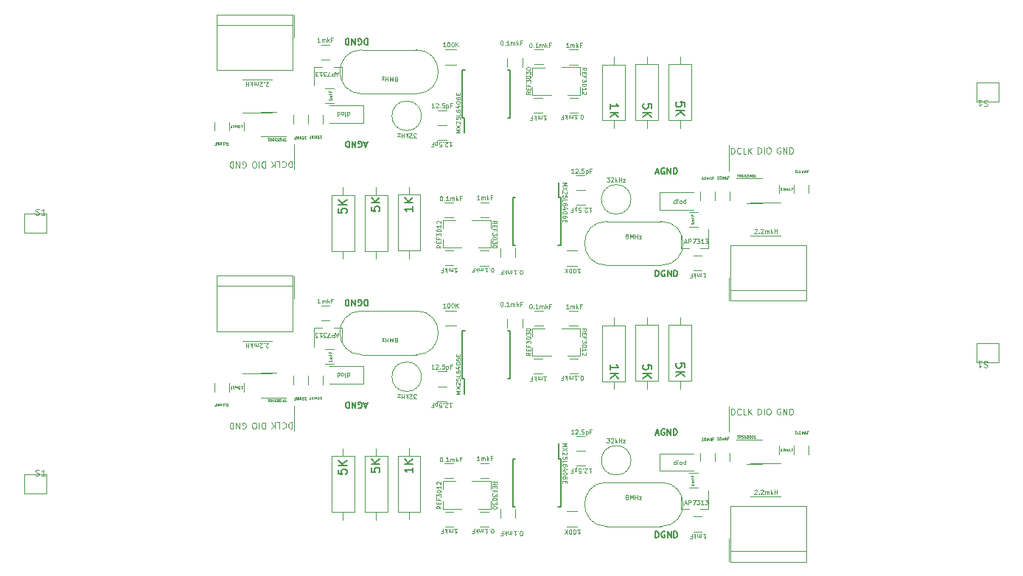
<source format=gbr>
G04 #@! TF.GenerationSoftware,KiCad,Pcbnew,5.0.2+dfsg1-1*
G04 #@! TF.CreationDate,2019-10-24T09:01:44+03:00*
G04 #@! TF.ProjectId,ERG-T-04,4552472d-542d-4303-942e-6b696361645f,rev?*
G04 #@! TF.SameCoordinates,Original*
G04 #@! TF.FileFunction,Legend,Top*
G04 #@! TF.FilePolarity,Positive*
%FSLAX46Y46*%
G04 Gerber Fmt 4.6, Leading zero omitted, Abs format (unit mm)*
G04 Created by KiCad (PCBNEW 5.0.2+dfsg1-1) date Чт 24 окт 2019 09:01:44*
%MOMM*%
%LPD*%
G01*
G04 APERTURE LIST*
%ADD10C,0.100000*%
%ADD11C,0.175000*%
%ADD12C,0.120000*%
%ADD13C,0.030000*%
%ADD14C,0.150000*%
%ADD15C,0.070000*%
G04 APERTURE END LIST*
D10*
X107525833Y-68899166D02*
X107525833Y-68199166D01*
X107692500Y-68199166D01*
X107792500Y-68232500D01*
X107859166Y-68299166D01*
X107892500Y-68365833D01*
X107925833Y-68499166D01*
X107925833Y-68599166D01*
X107892500Y-68732500D01*
X107859166Y-68799166D01*
X107792500Y-68865833D01*
X107692500Y-68899166D01*
X107525833Y-68899166D01*
X108225833Y-68899166D02*
X108225833Y-68199166D01*
X108692500Y-68199166D02*
X108825833Y-68199166D01*
X108892500Y-68232500D01*
X108959166Y-68299166D01*
X108992500Y-68432500D01*
X108992500Y-68665833D01*
X108959166Y-68799166D01*
X108892500Y-68865833D01*
X108825833Y-68899166D01*
X108692500Y-68899166D01*
X108625833Y-68865833D01*
X108559166Y-68799166D01*
X108525833Y-68665833D01*
X108525833Y-68432500D01*
X108559166Y-68299166D01*
X108625833Y-68232500D01*
X108692500Y-68199166D01*
X110109166Y-68232500D02*
X110042500Y-68199166D01*
X109942500Y-68199166D01*
X109842500Y-68232500D01*
X109775833Y-68299166D01*
X109742500Y-68365833D01*
X109709166Y-68499166D01*
X109709166Y-68599166D01*
X109742500Y-68732500D01*
X109775833Y-68799166D01*
X109842500Y-68865833D01*
X109942500Y-68899166D01*
X110009166Y-68899166D01*
X110109166Y-68865833D01*
X110142500Y-68832500D01*
X110142500Y-68599166D01*
X110009166Y-68599166D01*
X110442500Y-68899166D02*
X110442500Y-68199166D01*
X110842500Y-68899166D01*
X110842500Y-68199166D01*
X111175833Y-68899166D02*
X111175833Y-68199166D01*
X111342500Y-68199166D01*
X111442500Y-68232500D01*
X111509166Y-68299166D01*
X111542500Y-68365833D01*
X111575833Y-68499166D01*
X111575833Y-68599166D01*
X111542500Y-68732500D01*
X111509166Y-68799166D01*
X111442500Y-68865833D01*
X111342500Y-68899166D01*
X111175833Y-68899166D01*
D11*
X95755000Y-83026666D02*
X95755000Y-82326666D01*
X95921666Y-82326666D01*
X96021666Y-82360000D01*
X96088333Y-82426666D01*
X96121666Y-82493333D01*
X96155000Y-82626666D01*
X96155000Y-82726666D01*
X96121666Y-82860000D01*
X96088333Y-82926666D01*
X96021666Y-82993333D01*
X95921666Y-83026666D01*
X95755000Y-83026666D01*
X96821666Y-82360000D02*
X96755000Y-82326666D01*
X96655000Y-82326666D01*
X96555000Y-82360000D01*
X96488333Y-82426666D01*
X96455000Y-82493333D01*
X96421666Y-82626666D01*
X96421666Y-82726666D01*
X96455000Y-82860000D01*
X96488333Y-82926666D01*
X96555000Y-82993333D01*
X96655000Y-83026666D01*
X96721666Y-83026666D01*
X96821666Y-82993333D01*
X96855000Y-82960000D01*
X96855000Y-82726666D01*
X96721666Y-82726666D01*
X97155000Y-83026666D02*
X97155000Y-82326666D01*
X97555000Y-83026666D01*
X97555000Y-82326666D01*
X97888333Y-83026666D02*
X97888333Y-82326666D01*
X98055000Y-82326666D01*
X98155000Y-82360000D01*
X98221666Y-82426666D01*
X98255000Y-82493333D01*
X98288333Y-82626666D01*
X98288333Y-82726666D01*
X98255000Y-82860000D01*
X98221666Y-82926666D01*
X98155000Y-82993333D01*
X98055000Y-83026666D01*
X97888333Y-83026666D01*
X95791666Y-71051666D02*
X96125000Y-71051666D01*
X95725000Y-71251666D02*
X95958333Y-70551666D01*
X96191666Y-71251666D01*
X96791666Y-70585000D02*
X96725000Y-70551666D01*
X96625000Y-70551666D01*
X96525000Y-70585000D01*
X96458333Y-70651666D01*
X96425000Y-70718333D01*
X96391666Y-70851666D01*
X96391666Y-70951666D01*
X96425000Y-71085000D01*
X96458333Y-71151666D01*
X96525000Y-71218333D01*
X96625000Y-71251666D01*
X96691666Y-71251666D01*
X96791666Y-71218333D01*
X96825000Y-71185000D01*
X96825000Y-70951666D01*
X96691666Y-70951666D01*
X97125000Y-71251666D02*
X97125000Y-70551666D01*
X97525000Y-71251666D01*
X97525000Y-70551666D01*
X97858333Y-71251666D02*
X97858333Y-70551666D01*
X98025000Y-70551666D01*
X98125000Y-70585000D01*
X98191666Y-70651666D01*
X98225000Y-70718333D01*
X98258333Y-70851666D01*
X98258333Y-70951666D01*
X98225000Y-71085000D01*
X98191666Y-71151666D01*
X98125000Y-71218333D01*
X98025000Y-71251666D01*
X97858333Y-71251666D01*
D10*
X104450833Y-68924166D02*
X104450833Y-68224166D01*
X104617500Y-68224166D01*
X104717500Y-68257500D01*
X104784166Y-68324166D01*
X104817500Y-68390833D01*
X104850833Y-68524166D01*
X104850833Y-68624166D01*
X104817500Y-68757500D01*
X104784166Y-68824166D01*
X104717500Y-68890833D01*
X104617500Y-68924166D01*
X104450833Y-68924166D01*
X105550833Y-68857500D02*
X105517500Y-68890833D01*
X105417500Y-68924166D01*
X105350833Y-68924166D01*
X105250833Y-68890833D01*
X105184166Y-68824166D01*
X105150833Y-68757500D01*
X105117500Y-68624166D01*
X105117500Y-68524166D01*
X105150833Y-68390833D01*
X105184166Y-68324166D01*
X105250833Y-68257500D01*
X105350833Y-68224166D01*
X105417500Y-68224166D01*
X105517500Y-68257500D01*
X105550833Y-68290833D01*
X106184166Y-68924166D02*
X105850833Y-68924166D01*
X105850833Y-68224166D01*
X106417500Y-68924166D02*
X106417500Y-68224166D01*
X106817500Y-68924166D02*
X106517500Y-68524166D01*
X106817500Y-68224166D02*
X106417500Y-68624166D01*
X104217500Y-85757500D02*
X104217500Y-83157500D01*
X104217500Y-70857500D02*
X104217500Y-67957500D01*
X50909166Y-69815833D02*
X50909166Y-70515833D01*
X50742500Y-70515833D01*
X50642500Y-70482500D01*
X50575833Y-70415833D01*
X50542500Y-70349166D01*
X50509166Y-70215833D01*
X50509166Y-70115833D01*
X50542500Y-69982500D01*
X50575833Y-69915833D01*
X50642500Y-69849166D01*
X50742500Y-69815833D01*
X50909166Y-69815833D01*
X50209166Y-69815833D02*
X50209166Y-70515833D01*
X49742500Y-70515833D02*
X49609166Y-70515833D01*
X49542500Y-70482500D01*
X49475833Y-70415833D01*
X49442500Y-70282500D01*
X49442500Y-70049166D01*
X49475833Y-69915833D01*
X49542500Y-69849166D01*
X49609166Y-69815833D01*
X49742500Y-69815833D01*
X49809166Y-69849166D01*
X49875833Y-69915833D01*
X49909166Y-70049166D01*
X49909166Y-70282500D01*
X49875833Y-70415833D01*
X49809166Y-70482500D01*
X49742500Y-70515833D01*
X48325833Y-70482500D02*
X48392500Y-70515833D01*
X48492500Y-70515833D01*
X48592500Y-70482500D01*
X48659166Y-70415833D01*
X48692500Y-70349166D01*
X48725833Y-70215833D01*
X48725833Y-70115833D01*
X48692500Y-69982500D01*
X48659166Y-69915833D01*
X48592500Y-69849166D01*
X48492500Y-69815833D01*
X48425833Y-69815833D01*
X48325833Y-69849166D01*
X48292500Y-69882500D01*
X48292500Y-70115833D01*
X48425833Y-70115833D01*
X47992500Y-69815833D02*
X47992500Y-70515833D01*
X47592500Y-69815833D01*
X47592500Y-70515833D01*
X47259166Y-69815833D02*
X47259166Y-70515833D01*
X47092500Y-70515833D01*
X46992500Y-70482500D01*
X46925833Y-70415833D01*
X46892500Y-70349166D01*
X46859166Y-70215833D01*
X46859166Y-70115833D01*
X46892500Y-69982500D01*
X46925833Y-69915833D01*
X46992500Y-69849166D01*
X47092500Y-69815833D01*
X47259166Y-69815833D01*
D11*
X62680000Y-55688333D02*
X62680000Y-56388333D01*
X62513333Y-56388333D01*
X62413333Y-56355000D01*
X62346666Y-56288333D01*
X62313333Y-56221666D01*
X62280000Y-56088333D01*
X62280000Y-55988333D01*
X62313333Y-55855000D01*
X62346666Y-55788333D01*
X62413333Y-55721666D01*
X62513333Y-55688333D01*
X62680000Y-55688333D01*
X61613333Y-56355000D02*
X61680000Y-56388333D01*
X61780000Y-56388333D01*
X61880000Y-56355000D01*
X61946666Y-56288333D01*
X61980000Y-56221666D01*
X62013333Y-56088333D01*
X62013333Y-55988333D01*
X61980000Y-55855000D01*
X61946666Y-55788333D01*
X61880000Y-55721666D01*
X61780000Y-55688333D01*
X61713333Y-55688333D01*
X61613333Y-55721666D01*
X61580000Y-55755000D01*
X61580000Y-55988333D01*
X61713333Y-55988333D01*
X61280000Y-55688333D02*
X61280000Y-56388333D01*
X60880000Y-55688333D01*
X60880000Y-56388333D01*
X60546666Y-55688333D02*
X60546666Y-56388333D01*
X60380000Y-56388333D01*
X60280000Y-56355000D01*
X60213333Y-56288333D01*
X60180000Y-56221666D01*
X60146666Y-56088333D01*
X60146666Y-55988333D01*
X60180000Y-55855000D01*
X60213333Y-55788333D01*
X60280000Y-55721666D01*
X60380000Y-55688333D01*
X60546666Y-55688333D01*
D10*
X54217500Y-52957500D02*
X54217500Y-55557500D01*
X54217500Y-67857500D02*
X54217500Y-70757500D01*
X53984166Y-69790833D02*
X53984166Y-70490833D01*
X53817500Y-70490833D01*
X53717500Y-70457500D01*
X53650833Y-70390833D01*
X53617500Y-70324166D01*
X53584166Y-70190833D01*
X53584166Y-70090833D01*
X53617500Y-69957500D01*
X53650833Y-69890833D01*
X53717500Y-69824166D01*
X53817500Y-69790833D01*
X53984166Y-69790833D01*
X52884166Y-69857500D02*
X52917500Y-69824166D01*
X53017500Y-69790833D01*
X53084166Y-69790833D01*
X53184166Y-69824166D01*
X53250833Y-69890833D01*
X53284166Y-69957500D01*
X53317500Y-70090833D01*
X53317500Y-70190833D01*
X53284166Y-70324166D01*
X53250833Y-70390833D01*
X53184166Y-70457500D01*
X53084166Y-70490833D01*
X53017500Y-70490833D01*
X52917500Y-70457500D01*
X52884166Y-70424166D01*
X52250833Y-69790833D02*
X52584166Y-69790833D01*
X52584166Y-70490833D01*
X52017500Y-69790833D02*
X52017500Y-70490833D01*
X51617500Y-69790833D02*
X51917500Y-70190833D01*
X51617500Y-70490833D02*
X52017500Y-70090833D01*
D11*
X62643333Y-67663333D02*
X62310000Y-67663333D01*
X62710000Y-67463333D02*
X62476666Y-68163333D01*
X62243333Y-67463333D01*
X61643333Y-68130000D02*
X61710000Y-68163333D01*
X61810000Y-68163333D01*
X61910000Y-68130000D01*
X61976666Y-68063333D01*
X62010000Y-67996666D01*
X62043333Y-67863333D01*
X62043333Y-67763333D01*
X62010000Y-67630000D01*
X61976666Y-67563333D01*
X61910000Y-67496666D01*
X61810000Y-67463333D01*
X61743333Y-67463333D01*
X61643333Y-67496666D01*
X61610000Y-67530000D01*
X61610000Y-67763333D01*
X61743333Y-67763333D01*
X61310000Y-67463333D02*
X61310000Y-68163333D01*
X60910000Y-67463333D01*
X60910000Y-68163333D01*
X60576666Y-67463333D02*
X60576666Y-68163333D01*
X60410000Y-68163333D01*
X60310000Y-68130000D01*
X60243333Y-68063333D01*
X60210000Y-67996666D01*
X60176666Y-67863333D01*
X60176666Y-67763333D01*
X60210000Y-67630000D01*
X60243333Y-67563333D01*
X60310000Y-67496666D01*
X60410000Y-67463333D01*
X60576666Y-67463333D01*
D10*
X50909166Y-39815833D02*
X50909166Y-40515833D01*
X50742500Y-40515833D01*
X50642500Y-40482500D01*
X50575833Y-40415833D01*
X50542500Y-40349166D01*
X50509166Y-40215833D01*
X50509166Y-40115833D01*
X50542500Y-39982500D01*
X50575833Y-39915833D01*
X50642500Y-39849166D01*
X50742500Y-39815833D01*
X50909166Y-39815833D01*
X50209166Y-39815833D02*
X50209166Y-40515833D01*
X49742500Y-40515833D02*
X49609166Y-40515833D01*
X49542500Y-40482500D01*
X49475833Y-40415833D01*
X49442500Y-40282500D01*
X49442500Y-40049166D01*
X49475833Y-39915833D01*
X49542500Y-39849166D01*
X49609166Y-39815833D01*
X49742500Y-39815833D01*
X49809166Y-39849166D01*
X49875833Y-39915833D01*
X49909166Y-40049166D01*
X49909166Y-40282500D01*
X49875833Y-40415833D01*
X49809166Y-40482500D01*
X49742500Y-40515833D01*
X48325833Y-40482500D02*
X48392500Y-40515833D01*
X48492500Y-40515833D01*
X48592500Y-40482500D01*
X48659166Y-40415833D01*
X48692500Y-40349166D01*
X48725833Y-40215833D01*
X48725833Y-40115833D01*
X48692500Y-39982500D01*
X48659166Y-39915833D01*
X48592500Y-39849166D01*
X48492500Y-39815833D01*
X48425833Y-39815833D01*
X48325833Y-39849166D01*
X48292500Y-39882500D01*
X48292500Y-40115833D01*
X48425833Y-40115833D01*
X47992500Y-39815833D02*
X47992500Y-40515833D01*
X47592500Y-39815833D01*
X47592500Y-40515833D01*
X47259166Y-39815833D02*
X47259166Y-40515833D01*
X47092500Y-40515833D01*
X46992500Y-40482500D01*
X46925833Y-40415833D01*
X46892500Y-40349166D01*
X46859166Y-40215833D01*
X46859166Y-40115833D01*
X46892500Y-39982500D01*
X46925833Y-39915833D01*
X46992500Y-39849166D01*
X47092500Y-39815833D01*
X47259166Y-39815833D01*
D11*
X62680000Y-25688333D02*
X62680000Y-26388333D01*
X62513333Y-26388333D01*
X62413333Y-26355000D01*
X62346666Y-26288333D01*
X62313333Y-26221666D01*
X62280000Y-26088333D01*
X62280000Y-25988333D01*
X62313333Y-25855000D01*
X62346666Y-25788333D01*
X62413333Y-25721666D01*
X62513333Y-25688333D01*
X62680000Y-25688333D01*
X61613333Y-26355000D02*
X61680000Y-26388333D01*
X61780000Y-26388333D01*
X61880000Y-26355000D01*
X61946666Y-26288333D01*
X61980000Y-26221666D01*
X62013333Y-26088333D01*
X62013333Y-25988333D01*
X61980000Y-25855000D01*
X61946666Y-25788333D01*
X61880000Y-25721666D01*
X61780000Y-25688333D01*
X61713333Y-25688333D01*
X61613333Y-25721666D01*
X61580000Y-25755000D01*
X61580000Y-25988333D01*
X61713333Y-25988333D01*
X61280000Y-25688333D02*
X61280000Y-26388333D01*
X60880000Y-25688333D01*
X60880000Y-26388333D01*
X60546666Y-25688333D02*
X60546666Y-26388333D01*
X60380000Y-26388333D01*
X60280000Y-26355000D01*
X60213333Y-26288333D01*
X60180000Y-26221666D01*
X60146666Y-26088333D01*
X60146666Y-25988333D01*
X60180000Y-25855000D01*
X60213333Y-25788333D01*
X60280000Y-25721666D01*
X60380000Y-25688333D01*
X60546666Y-25688333D01*
X62643333Y-37663333D02*
X62310000Y-37663333D01*
X62710000Y-37463333D02*
X62476666Y-38163333D01*
X62243333Y-37463333D01*
X61643333Y-38130000D02*
X61710000Y-38163333D01*
X61810000Y-38163333D01*
X61910000Y-38130000D01*
X61976666Y-38063333D01*
X62010000Y-37996666D01*
X62043333Y-37863333D01*
X62043333Y-37763333D01*
X62010000Y-37630000D01*
X61976666Y-37563333D01*
X61910000Y-37496666D01*
X61810000Y-37463333D01*
X61743333Y-37463333D01*
X61643333Y-37496666D01*
X61610000Y-37530000D01*
X61610000Y-37763333D01*
X61743333Y-37763333D01*
X61310000Y-37463333D02*
X61310000Y-38163333D01*
X60910000Y-37463333D01*
X60910000Y-38163333D01*
X60576666Y-37463333D02*
X60576666Y-38163333D01*
X60410000Y-38163333D01*
X60310000Y-38130000D01*
X60243333Y-38063333D01*
X60210000Y-37996666D01*
X60176666Y-37863333D01*
X60176666Y-37763333D01*
X60210000Y-37630000D01*
X60243333Y-37563333D01*
X60310000Y-37496666D01*
X60410000Y-37463333D01*
X60576666Y-37463333D01*
D10*
X53984166Y-39790833D02*
X53984166Y-40490833D01*
X53817500Y-40490833D01*
X53717500Y-40457500D01*
X53650833Y-40390833D01*
X53617500Y-40324166D01*
X53584166Y-40190833D01*
X53584166Y-40090833D01*
X53617500Y-39957500D01*
X53650833Y-39890833D01*
X53717500Y-39824166D01*
X53817500Y-39790833D01*
X53984166Y-39790833D01*
X52884166Y-39857500D02*
X52917500Y-39824166D01*
X53017500Y-39790833D01*
X53084166Y-39790833D01*
X53184166Y-39824166D01*
X53250833Y-39890833D01*
X53284166Y-39957500D01*
X53317500Y-40090833D01*
X53317500Y-40190833D01*
X53284166Y-40324166D01*
X53250833Y-40390833D01*
X53184166Y-40457500D01*
X53084166Y-40490833D01*
X53017500Y-40490833D01*
X52917500Y-40457500D01*
X52884166Y-40424166D01*
X52250833Y-39790833D02*
X52584166Y-39790833D01*
X52584166Y-40490833D01*
X52017500Y-39790833D02*
X52017500Y-40490833D01*
X51617500Y-39790833D02*
X51917500Y-40190833D01*
X51617500Y-40490833D02*
X52017500Y-40090833D01*
X54217500Y-22957500D02*
X54217500Y-25557500D01*
X54217500Y-37857500D02*
X54217500Y-40757500D01*
X104217500Y-40857500D02*
X104217500Y-37957500D01*
X104217500Y-55757500D02*
X104217500Y-53157500D01*
X110109166Y-38232500D02*
X110042500Y-38199166D01*
X109942500Y-38199166D01*
X109842500Y-38232500D01*
X109775833Y-38299166D01*
X109742500Y-38365833D01*
X109709166Y-38499166D01*
X109709166Y-38599166D01*
X109742500Y-38732500D01*
X109775833Y-38799166D01*
X109842500Y-38865833D01*
X109942500Y-38899166D01*
X110009166Y-38899166D01*
X110109166Y-38865833D01*
X110142500Y-38832500D01*
X110142500Y-38599166D01*
X110009166Y-38599166D01*
X110442500Y-38899166D02*
X110442500Y-38199166D01*
X110842500Y-38899166D01*
X110842500Y-38199166D01*
X111175833Y-38899166D02*
X111175833Y-38199166D01*
X111342500Y-38199166D01*
X111442500Y-38232500D01*
X111509166Y-38299166D01*
X111542500Y-38365833D01*
X111575833Y-38499166D01*
X111575833Y-38599166D01*
X111542500Y-38732500D01*
X111509166Y-38799166D01*
X111442500Y-38865833D01*
X111342500Y-38899166D01*
X111175833Y-38899166D01*
X107525833Y-38899166D02*
X107525833Y-38199166D01*
X107692500Y-38199166D01*
X107792500Y-38232500D01*
X107859166Y-38299166D01*
X107892500Y-38365833D01*
X107925833Y-38499166D01*
X107925833Y-38599166D01*
X107892500Y-38732500D01*
X107859166Y-38799166D01*
X107792500Y-38865833D01*
X107692500Y-38899166D01*
X107525833Y-38899166D01*
X108225833Y-38899166D02*
X108225833Y-38199166D01*
X108692500Y-38199166D02*
X108825833Y-38199166D01*
X108892500Y-38232500D01*
X108959166Y-38299166D01*
X108992500Y-38432500D01*
X108992500Y-38665833D01*
X108959166Y-38799166D01*
X108892500Y-38865833D01*
X108825833Y-38899166D01*
X108692500Y-38899166D01*
X108625833Y-38865833D01*
X108559166Y-38799166D01*
X108525833Y-38665833D01*
X108525833Y-38432500D01*
X108559166Y-38299166D01*
X108625833Y-38232500D01*
X108692500Y-38199166D01*
X104450833Y-38924166D02*
X104450833Y-38224166D01*
X104617500Y-38224166D01*
X104717500Y-38257500D01*
X104784166Y-38324166D01*
X104817500Y-38390833D01*
X104850833Y-38524166D01*
X104850833Y-38624166D01*
X104817500Y-38757500D01*
X104784166Y-38824166D01*
X104717500Y-38890833D01*
X104617500Y-38924166D01*
X104450833Y-38924166D01*
X105550833Y-38857500D02*
X105517500Y-38890833D01*
X105417500Y-38924166D01*
X105350833Y-38924166D01*
X105250833Y-38890833D01*
X105184166Y-38824166D01*
X105150833Y-38757500D01*
X105117500Y-38624166D01*
X105117500Y-38524166D01*
X105150833Y-38390833D01*
X105184166Y-38324166D01*
X105250833Y-38257500D01*
X105350833Y-38224166D01*
X105417500Y-38224166D01*
X105517500Y-38257500D01*
X105550833Y-38290833D01*
X106184166Y-38924166D02*
X105850833Y-38924166D01*
X105850833Y-38224166D01*
X106417500Y-38924166D02*
X106417500Y-38224166D01*
X106817500Y-38924166D02*
X106517500Y-38524166D01*
X106817500Y-38224166D02*
X106417500Y-38624166D01*
D11*
X95791666Y-41051666D02*
X96125000Y-41051666D01*
X95725000Y-41251666D02*
X95958333Y-40551666D01*
X96191666Y-41251666D01*
X96791666Y-40585000D02*
X96725000Y-40551666D01*
X96625000Y-40551666D01*
X96525000Y-40585000D01*
X96458333Y-40651666D01*
X96425000Y-40718333D01*
X96391666Y-40851666D01*
X96391666Y-40951666D01*
X96425000Y-41085000D01*
X96458333Y-41151666D01*
X96525000Y-41218333D01*
X96625000Y-41251666D01*
X96691666Y-41251666D01*
X96791666Y-41218333D01*
X96825000Y-41185000D01*
X96825000Y-40951666D01*
X96691666Y-40951666D01*
X97125000Y-41251666D02*
X97125000Y-40551666D01*
X97525000Y-41251666D01*
X97525000Y-40551666D01*
X97858333Y-41251666D02*
X97858333Y-40551666D01*
X98025000Y-40551666D01*
X98125000Y-40585000D01*
X98191666Y-40651666D01*
X98225000Y-40718333D01*
X98258333Y-40851666D01*
X98258333Y-40951666D01*
X98225000Y-41085000D01*
X98191666Y-41151666D01*
X98125000Y-41218333D01*
X98025000Y-41251666D01*
X97858333Y-41251666D01*
X95755000Y-53026666D02*
X95755000Y-52326666D01*
X95921666Y-52326666D01*
X96021666Y-52360000D01*
X96088333Y-52426666D01*
X96121666Y-52493333D01*
X96155000Y-52626666D01*
X96155000Y-52726666D01*
X96121666Y-52860000D01*
X96088333Y-52926666D01*
X96021666Y-52993333D01*
X95921666Y-53026666D01*
X95755000Y-53026666D01*
X96821666Y-52360000D02*
X96755000Y-52326666D01*
X96655000Y-52326666D01*
X96555000Y-52360000D01*
X96488333Y-52426666D01*
X96455000Y-52493333D01*
X96421666Y-52626666D01*
X96421666Y-52726666D01*
X96455000Y-52860000D01*
X96488333Y-52926666D01*
X96555000Y-52993333D01*
X96655000Y-53026666D01*
X96721666Y-53026666D01*
X96821666Y-52993333D01*
X96855000Y-52960000D01*
X96855000Y-52726666D01*
X96721666Y-52726666D01*
X97155000Y-53026666D02*
X97155000Y-52326666D01*
X97555000Y-53026666D01*
X97555000Y-52326666D01*
X97888333Y-53026666D02*
X97888333Y-52326666D01*
X98055000Y-52326666D01*
X98155000Y-52360000D01*
X98221666Y-52426666D01*
X98255000Y-52493333D01*
X98288333Y-52626666D01*
X98288333Y-52726666D01*
X98255000Y-52860000D01*
X98221666Y-52926666D01*
X98155000Y-52993333D01*
X98055000Y-53026666D01*
X97888333Y-53026666D01*
D12*
G04 #@! TO.C,L1*
X48287500Y-64177500D02*
X51747500Y-64177500D01*
X48287500Y-60417500D02*
X51747500Y-60417500D01*
G04 #@! TO.C,R17*
X99890000Y-58625000D02*
X97270000Y-58625000D01*
X97270000Y-58625000D02*
X97270000Y-65045000D01*
X97270000Y-65045000D02*
X99890000Y-65045000D01*
X99890000Y-65045000D02*
X99890000Y-58625000D01*
X98580000Y-57735000D02*
X98580000Y-58625000D01*
X98580000Y-65935000D02*
X98580000Y-65045000D01*
D13*
G04 #@! TO.C,R12*
X25777500Y-75797500D02*
X25777500Y-77997500D01*
X23277500Y-75797500D02*
X25777500Y-75797500D01*
X23277500Y-77997500D02*
X23277500Y-75797500D01*
X25777500Y-77997500D02*
X23277500Y-77997500D01*
D12*
G04 #@! TO.C,U3*
X71314000Y-76570000D02*
X72774000Y-76570000D01*
X71314000Y-79730000D02*
X73474000Y-79730000D01*
X71314000Y-79730000D02*
X71314000Y-78800000D01*
X71314000Y-76570000D02*
X71314000Y-77500000D01*
G04 #@! TO.C,D1*
X62227500Y-65357500D02*
X62227500Y-63357500D01*
X62227500Y-63357500D02*
X58327500Y-63357500D01*
X62227500Y-65357500D02*
X58327500Y-65357500D01*
G04 #@! TO.C,R15*
X96090000Y-58625000D02*
X93470000Y-58625000D01*
X93470000Y-58625000D02*
X93470000Y-65045000D01*
X93470000Y-65045000D02*
X96090000Y-65045000D01*
X96090000Y-65045000D02*
X96090000Y-58625000D01*
X94780000Y-57735000D02*
X94780000Y-58625000D01*
X94780000Y-65935000D02*
X94780000Y-65045000D01*
G04 #@! TO.C,C18*
X72550000Y-74510000D02*
X71550000Y-74510000D01*
X71550000Y-76210000D02*
X72550000Y-76210000D01*
G04 #@! TO.C,C14*
X77982500Y-79777500D02*
X77982500Y-80777500D01*
X79682500Y-80777500D02*
X79682500Y-79777500D01*
G04 #@! TO.C,C13*
X72567500Y-80057500D02*
X71567500Y-80057500D01*
X71567500Y-81757500D02*
X72567500Y-81757500D01*
G04 #@! TO.C,C12*
X75577500Y-81767500D02*
X76577500Y-81767500D01*
X76577500Y-80067500D02*
X75577500Y-80067500D01*
G04 #@! TO.C,C11*
X75638000Y-76206000D02*
X76638000Y-76206000D01*
X76638000Y-74506000D02*
X75638000Y-74506000D01*
G04 #@! TO.C,C10*
X101097500Y-80637500D02*
X100097500Y-80637500D01*
X100097500Y-82337500D02*
X101097500Y-82337500D01*
G04 #@! TO.C,C9*
X100657500Y-75617500D02*
X99657500Y-75617500D01*
X99657500Y-77317500D02*
X100657500Y-77317500D01*
G04 #@! TO.C,C8*
X111667500Y-73457500D02*
X111667500Y-72457500D01*
X109967500Y-72457500D02*
X109967500Y-73457500D01*
G04 #@! TO.C,C6*
X113367500Y-73457500D02*
X113367500Y-72457500D01*
X111667500Y-72457500D02*
X111667500Y-73457500D01*
G04 #@! TO.C,C5*
X102557500Y-74287500D02*
X102557500Y-73287500D01*
X100857500Y-73287500D02*
X100857500Y-74287500D01*
G04 #@! TO.C,C3*
X87650000Y-73060000D02*
X86650000Y-73060000D01*
X86650000Y-74760000D02*
X87650000Y-74760000D01*
G04 #@! TO.C,C1*
X87640000Y-71360000D02*
X86640000Y-71360000D01*
X86640000Y-73060000D02*
X87640000Y-73060000D01*
G04 #@! TO.C,8MHz1*
X90152500Y-76692500D02*
G75*
G03X90152500Y-81742500I0J-2525000D01*
G01*
X96402500Y-76692500D02*
G75*
G02X96402500Y-81742500I0J-2525000D01*
G01*
X96402500Y-76692500D02*
X90152500Y-76692500D01*
X96402500Y-81742500D02*
X90152500Y-81742500D01*
G04 #@! TO.C,U4*
X76840000Y-79715000D02*
X75380000Y-79715000D01*
X76840000Y-76555000D02*
X74680000Y-76555000D01*
X76840000Y-76555000D02*
X76840000Y-77485000D01*
X76840000Y-79715000D02*
X76840000Y-78785000D01*
G04 #@! TO.C,R10*
X67455000Y-80940000D02*
X67455000Y-80050000D01*
X67455000Y-72740000D02*
X67455000Y-73630000D01*
X68765000Y-80050000D02*
X68765000Y-73630000D01*
X66145000Y-80050000D02*
X68765000Y-80050000D01*
X66145000Y-73630000D02*
X66145000Y-80050000D01*
X68765000Y-73630000D02*
X66145000Y-73630000D01*
G04 #@! TO.C,32.768*
X91250000Y-75860000D02*
G75*
G02X91250000Y-72460000I0J1700000D01*
G01*
X91250000Y-75860000D02*
G75*
G03X91250000Y-72460000I0J1700000D01*
G01*
D14*
G04 #@! TO.C,IC1*
X84667500Y-73957500D02*
X84667500Y-72207500D01*
X79362500Y-73957500D02*
X79362500Y-79457500D01*
X84872500Y-73957500D02*
X84872500Y-79457500D01*
X79362500Y-73957500D02*
X79662500Y-73957500D01*
X79362500Y-79457500D02*
X79662500Y-79457500D01*
X84872500Y-79457500D02*
X84572500Y-79457500D01*
X84872500Y-73957500D02*
X84667500Y-73957500D01*
D12*
G04 #@! TO.C,U5*
X98707500Y-79767500D02*
X98707500Y-78307500D01*
X101867500Y-79767500D02*
X101867500Y-77607500D01*
X101867500Y-79767500D02*
X100937500Y-79767500D01*
X98707500Y-79767500D02*
X99637500Y-79767500D01*
G04 #@! TO.C,P1*
X104397500Y-85817500D02*
X104397500Y-79407500D01*
X113097500Y-84587500D02*
X104397500Y-84587500D01*
X113097500Y-79407500D02*
X113097500Y-85817500D01*
X104397500Y-79407500D02*
X113097500Y-79407500D01*
X104397500Y-85817500D02*
X113097500Y-85817500D01*
G04 #@! TO.C,U1*
X108037500Y-71767500D02*
X105087500Y-71767500D01*
X106237500Y-74597500D02*
X108037500Y-74597500D01*
G04 #@! TO.C,C22*
X104287500Y-74287500D02*
X104287500Y-73287500D01*
X102587500Y-73287500D02*
X102587500Y-74287500D01*
G04 #@! TO.C,R20*
X86797500Y-81767500D02*
X85597500Y-81767500D01*
X85597500Y-80007500D02*
X86797500Y-80007500D01*
G04 #@! TO.C,L1*
X110147500Y-78297500D02*
X106687500Y-78297500D01*
X110147500Y-74537500D02*
X106687500Y-74537500D01*
G04 #@! TO.C,R15*
X63655000Y-72780000D02*
X63655000Y-73670000D01*
X63655000Y-80980000D02*
X63655000Y-80090000D01*
X62345000Y-73670000D02*
X62345000Y-80090000D01*
X64965000Y-73670000D02*
X62345000Y-73670000D01*
X64965000Y-80090000D02*
X64965000Y-73670000D01*
X62345000Y-80090000D02*
X64965000Y-80090000D01*
G04 #@! TO.C,R17*
X59855000Y-72780000D02*
X59855000Y-73670000D01*
X59855000Y-80980000D02*
X59855000Y-80090000D01*
X58545000Y-73670000D02*
X58545000Y-80090000D01*
X61165000Y-73670000D02*
X58545000Y-73670000D01*
X61165000Y-80090000D02*
X61165000Y-73670000D01*
X58545000Y-80090000D02*
X61165000Y-80090000D01*
D13*
G04 #@! TO.C,R12*
X132657500Y-60717500D02*
X135157500Y-60717500D01*
X135157500Y-60717500D02*
X135157500Y-62917500D01*
X135157500Y-62917500D02*
X132657500Y-62917500D01*
X132657500Y-62917500D02*
X132657500Y-60717500D01*
D12*
G04 #@! TO.C,U3*
X87121000Y-62145000D02*
X87121000Y-61215000D01*
X87121000Y-58985000D02*
X87121000Y-59915000D01*
X87121000Y-58985000D02*
X84961000Y-58985000D01*
X87121000Y-62145000D02*
X85661000Y-62145000D01*
G04 #@! TO.C,C18*
X86885000Y-62505000D02*
X85885000Y-62505000D01*
X85885000Y-64205000D02*
X86885000Y-64205000D01*
G04 #@! TO.C,C14*
X78752500Y-57937500D02*
X78752500Y-58937500D01*
X80452500Y-58937500D02*
X80452500Y-57937500D01*
G04 #@! TO.C,C13*
X86867500Y-56957500D02*
X85867500Y-56957500D01*
X85867500Y-58657500D02*
X86867500Y-58657500D01*
G04 #@! TO.C,C12*
X81857500Y-58647500D02*
X82857500Y-58647500D01*
X82857500Y-56947500D02*
X81857500Y-56947500D01*
G04 #@! TO.C,C11*
X81797000Y-64209000D02*
X82797000Y-64209000D01*
X82797000Y-62509000D02*
X81797000Y-62509000D01*
G04 #@! TO.C,C10*
X58337500Y-56377500D02*
X57337500Y-56377500D01*
X57337500Y-58077500D02*
X58337500Y-58077500D01*
G04 #@! TO.C,C9*
X58777500Y-61397500D02*
X57777500Y-61397500D01*
X57777500Y-63097500D02*
X58777500Y-63097500D01*
G04 #@! TO.C,C8*
X48467500Y-66257500D02*
X48467500Y-65257500D01*
X46767500Y-65257500D02*
X46767500Y-66257500D01*
G04 #@! TO.C,C6*
X46767500Y-66257500D02*
X46767500Y-65257500D01*
X45067500Y-65257500D02*
X45067500Y-66257500D01*
G04 #@! TO.C,C5*
X57577500Y-65427500D02*
X57577500Y-64427500D01*
X55877500Y-64427500D02*
X55877500Y-65427500D01*
G04 #@! TO.C,C3*
X71785000Y-63955000D02*
X70785000Y-63955000D01*
X70785000Y-65655000D02*
X71785000Y-65655000D01*
G04 #@! TO.C,C1*
X71795000Y-65655000D02*
X70795000Y-65655000D01*
X70795000Y-67355000D02*
X71795000Y-67355000D01*
G04 #@! TO.C,8MHz1*
X62032500Y-56972500D02*
X68282500Y-56972500D01*
X62032500Y-62022500D02*
X68282500Y-62022500D01*
X62032500Y-62022500D02*
G75*
G02X62032500Y-56972500I0J2525000D01*
G01*
X68282500Y-62022500D02*
G75*
G03X68282500Y-56972500I0J2525000D01*
G01*
G04 #@! TO.C,U4*
X81595000Y-59000000D02*
X81595000Y-59930000D01*
X81595000Y-62160000D02*
X81595000Y-61230000D01*
X81595000Y-62160000D02*
X83755000Y-62160000D01*
X81595000Y-59000000D02*
X83055000Y-59000000D01*
G04 #@! TO.C,R10*
X89670000Y-65085000D02*
X92290000Y-65085000D01*
X92290000Y-65085000D02*
X92290000Y-58665000D01*
X92290000Y-58665000D02*
X89670000Y-58665000D01*
X89670000Y-58665000D02*
X89670000Y-65085000D01*
X90980000Y-65975000D02*
X90980000Y-65085000D01*
X90980000Y-57775000D02*
X90980000Y-58665000D01*
G04 #@! TO.C,32.768*
X67185000Y-62855000D02*
G75*
G03X67185000Y-66255000I0J-1700000D01*
G01*
X67185000Y-62855000D02*
G75*
G02X67185000Y-66255000I0J-1700000D01*
G01*
G04 #@! TO.C,R20*
X72837500Y-58707500D02*
X71637500Y-58707500D01*
X71637500Y-56947500D02*
X72837500Y-56947500D01*
G04 #@! TO.C,U1*
X52197500Y-64117500D02*
X50397500Y-64117500D01*
X50397500Y-66947500D02*
X53347500Y-66947500D01*
G04 #@! TO.C,C22*
X55847500Y-65427500D02*
X55847500Y-64427500D01*
X54147500Y-64427500D02*
X54147500Y-65427500D01*
D14*
G04 #@! TO.C,IC1*
X73562500Y-64757500D02*
X73767500Y-64757500D01*
X73562500Y-59257500D02*
X73862500Y-59257500D01*
X79072500Y-59257500D02*
X78772500Y-59257500D01*
X79072500Y-64757500D02*
X78772500Y-64757500D01*
X73562500Y-64757500D02*
X73562500Y-59257500D01*
X79072500Y-64757500D02*
X79072500Y-59257500D01*
X73767500Y-64757500D02*
X73767500Y-66507500D01*
D12*
G04 #@! TO.C,U5*
X59727500Y-58947500D02*
X58797500Y-58947500D01*
X56567500Y-58947500D02*
X57497500Y-58947500D01*
X56567500Y-58947500D02*
X56567500Y-61107500D01*
X59727500Y-58947500D02*
X59727500Y-60407500D01*
G04 #@! TO.C,P1*
X54037500Y-52897500D02*
X45337500Y-52897500D01*
X54037500Y-59307500D02*
X45337500Y-59307500D01*
X45337500Y-59307500D02*
X45337500Y-52897500D01*
X45337500Y-54127500D02*
X54037500Y-54127500D01*
X54037500Y-52897500D02*
X54037500Y-59307500D01*
G04 #@! TO.C,D1*
X96207500Y-73357500D02*
X100107500Y-73357500D01*
X96207500Y-75357500D02*
X100107500Y-75357500D01*
X96207500Y-73357500D02*
X96207500Y-75357500D01*
D13*
G04 #@! TO.C,R12*
X132657500Y-32917500D02*
X132657500Y-30717500D01*
X135157500Y-32917500D02*
X132657500Y-32917500D01*
X135157500Y-30717500D02*
X135157500Y-32917500D01*
X132657500Y-30717500D02*
X135157500Y-30717500D01*
D12*
G04 #@! TO.C,U3*
X87121000Y-32145000D02*
X85661000Y-32145000D01*
X87121000Y-28985000D02*
X84961000Y-28985000D01*
X87121000Y-28985000D02*
X87121000Y-29915000D01*
X87121000Y-32145000D02*
X87121000Y-31215000D01*
G04 #@! TO.C,C18*
X85885000Y-34205000D02*
X86885000Y-34205000D01*
X86885000Y-32505000D02*
X85885000Y-32505000D01*
G04 #@! TO.C,C14*
X80452500Y-28937500D02*
X80452500Y-27937500D01*
X78752500Y-27937500D02*
X78752500Y-28937500D01*
G04 #@! TO.C,C13*
X85867500Y-28657500D02*
X86867500Y-28657500D01*
X86867500Y-26957500D02*
X85867500Y-26957500D01*
G04 #@! TO.C,C12*
X82857500Y-26947500D02*
X81857500Y-26947500D01*
X81857500Y-28647500D02*
X82857500Y-28647500D01*
G04 #@! TO.C,C11*
X82797000Y-32509000D02*
X81797000Y-32509000D01*
X81797000Y-34209000D02*
X82797000Y-34209000D01*
G04 #@! TO.C,C10*
X57337500Y-28077500D02*
X58337500Y-28077500D01*
X58337500Y-26377500D02*
X57337500Y-26377500D01*
G04 #@! TO.C,C9*
X57777500Y-33097500D02*
X58777500Y-33097500D01*
X58777500Y-31397500D02*
X57777500Y-31397500D01*
G04 #@! TO.C,C8*
X46767500Y-35257500D02*
X46767500Y-36257500D01*
X48467500Y-36257500D02*
X48467500Y-35257500D01*
G04 #@! TO.C,C6*
X45067500Y-35257500D02*
X45067500Y-36257500D01*
X46767500Y-36257500D02*
X46767500Y-35257500D01*
G04 #@! TO.C,C5*
X55877500Y-34427500D02*
X55877500Y-35427500D01*
X57577500Y-35427500D02*
X57577500Y-34427500D01*
G04 #@! TO.C,C3*
X70785000Y-35655000D02*
X71785000Y-35655000D01*
X71785000Y-33955000D02*
X70785000Y-33955000D01*
G04 #@! TO.C,C1*
X70795000Y-37355000D02*
X71795000Y-37355000D01*
X71795000Y-35655000D02*
X70795000Y-35655000D01*
G04 #@! TO.C,8MHz1*
X68282500Y-32022500D02*
G75*
G03X68282500Y-26972500I0J2525000D01*
G01*
X62032500Y-32022500D02*
G75*
G02X62032500Y-26972500I0J2525000D01*
G01*
X62032500Y-32022500D02*
X68282500Y-32022500D01*
X62032500Y-26972500D02*
X68282500Y-26972500D01*
G04 #@! TO.C,U4*
X81595000Y-29000000D02*
X83055000Y-29000000D01*
X81595000Y-32160000D02*
X83755000Y-32160000D01*
X81595000Y-32160000D02*
X81595000Y-31230000D01*
X81595000Y-29000000D02*
X81595000Y-29930000D01*
G04 #@! TO.C,R10*
X90980000Y-27775000D02*
X90980000Y-28665000D01*
X90980000Y-35975000D02*
X90980000Y-35085000D01*
X89670000Y-28665000D02*
X89670000Y-35085000D01*
X92290000Y-28665000D02*
X89670000Y-28665000D01*
X92290000Y-35085000D02*
X92290000Y-28665000D01*
X89670000Y-35085000D02*
X92290000Y-35085000D01*
G04 #@! TO.C,32.768*
X67185000Y-32855000D02*
G75*
G02X67185000Y-36255000I0J-1700000D01*
G01*
X67185000Y-32855000D02*
G75*
G03X67185000Y-36255000I0J-1700000D01*
G01*
D14*
G04 #@! TO.C,IC1*
X73767500Y-34757500D02*
X73767500Y-36507500D01*
X79072500Y-34757500D02*
X79072500Y-29257500D01*
X73562500Y-34757500D02*
X73562500Y-29257500D01*
X79072500Y-34757500D02*
X78772500Y-34757500D01*
X79072500Y-29257500D02*
X78772500Y-29257500D01*
X73562500Y-29257500D02*
X73862500Y-29257500D01*
X73562500Y-34757500D02*
X73767500Y-34757500D01*
D12*
G04 #@! TO.C,U5*
X59727500Y-28947500D02*
X59727500Y-30407500D01*
X56567500Y-28947500D02*
X56567500Y-31107500D01*
X56567500Y-28947500D02*
X57497500Y-28947500D01*
X59727500Y-28947500D02*
X58797500Y-28947500D01*
G04 #@! TO.C,P1*
X54037500Y-22897500D02*
X54037500Y-29307500D01*
X45337500Y-24127500D02*
X54037500Y-24127500D01*
X45337500Y-29307500D02*
X45337500Y-22897500D01*
X54037500Y-29307500D02*
X45337500Y-29307500D01*
X54037500Y-22897500D02*
X45337500Y-22897500D01*
G04 #@! TO.C,U1*
X50397500Y-36947500D02*
X53347500Y-36947500D01*
X52197500Y-34117500D02*
X50397500Y-34117500D01*
G04 #@! TO.C,C22*
X54147500Y-34427500D02*
X54147500Y-35427500D01*
X55847500Y-35427500D02*
X55847500Y-34427500D01*
G04 #@! TO.C,R20*
X71637500Y-26947500D02*
X72837500Y-26947500D01*
X72837500Y-28707500D02*
X71637500Y-28707500D01*
G04 #@! TO.C,L1*
X48287500Y-30417500D02*
X51747500Y-30417500D01*
X48287500Y-34177500D02*
X51747500Y-34177500D01*
G04 #@! TO.C,R15*
X94780000Y-35935000D02*
X94780000Y-35045000D01*
X94780000Y-27735000D02*
X94780000Y-28625000D01*
X96090000Y-35045000D02*
X96090000Y-28625000D01*
X93470000Y-35045000D02*
X96090000Y-35045000D01*
X93470000Y-28625000D02*
X93470000Y-35045000D01*
X96090000Y-28625000D02*
X93470000Y-28625000D01*
G04 #@! TO.C,R17*
X98580000Y-35935000D02*
X98580000Y-35045000D01*
X98580000Y-27735000D02*
X98580000Y-28625000D01*
X99890000Y-35045000D02*
X99890000Y-28625000D01*
X97270000Y-35045000D02*
X99890000Y-35045000D01*
X97270000Y-28625000D02*
X97270000Y-35045000D01*
X99890000Y-28625000D02*
X97270000Y-28625000D01*
G04 #@! TO.C,D1*
X62227500Y-35357500D02*
X58327500Y-35357500D01*
X62227500Y-33357500D02*
X58327500Y-33357500D01*
X62227500Y-35357500D02*
X62227500Y-33357500D01*
D13*
G04 #@! TO.C,R12*
X25777500Y-47997500D02*
X23277500Y-47997500D01*
X23277500Y-47997500D02*
X23277500Y-45797500D01*
X23277500Y-45797500D02*
X25777500Y-45797500D01*
X25777500Y-45797500D02*
X25777500Y-47997500D01*
D12*
G04 #@! TO.C,U3*
X71314000Y-46570000D02*
X71314000Y-47500000D01*
X71314000Y-49730000D02*
X71314000Y-48800000D01*
X71314000Y-49730000D02*
X73474000Y-49730000D01*
X71314000Y-46570000D02*
X72774000Y-46570000D01*
G04 #@! TO.C,D1*
X96207500Y-43357500D02*
X96207500Y-45357500D01*
X96207500Y-45357500D02*
X100107500Y-45357500D01*
X96207500Y-43357500D02*
X100107500Y-43357500D01*
G04 #@! TO.C,R17*
X58545000Y-50090000D02*
X61165000Y-50090000D01*
X61165000Y-50090000D02*
X61165000Y-43670000D01*
X61165000Y-43670000D02*
X58545000Y-43670000D01*
X58545000Y-43670000D02*
X58545000Y-50090000D01*
X59855000Y-50980000D02*
X59855000Y-50090000D01*
X59855000Y-42780000D02*
X59855000Y-43670000D01*
G04 #@! TO.C,R15*
X62345000Y-50090000D02*
X64965000Y-50090000D01*
X64965000Y-50090000D02*
X64965000Y-43670000D01*
X64965000Y-43670000D02*
X62345000Y-43670000D01*
X62345000Y-43670000D02*
X62345000Y-50090000D01*
X63655000Y-50980000D02*
X63655000Y-50090000D01*
X63655000Y-42780000D02*
X63655000Y-43670000D01*
G04 #@! TO.C,32.768*
X91250000Y-45860000D02*
G75*
G03X91250000Y-42460000I0J1700000D01*
G01*
X91250000Y-45860000D02*
G75*
G02X91250000Y-42460000I0J1700000D01*
G01*
G04 #@! TO.C,R10*
X68765000Y-43630000D02*
X66145000Y-43630000D01*
X66145000Y-43630000D02*
X66145000Y-50050000D01*
X66145000Y-50050000D02*
X68765000Y-50050000D01*
X68765000Y-50050000D02*
X68765000Y-43630000D01*
X67455000Y-42740000D02*
X67455000Y-43630000D01*
X67455000Y-50940000D02*
X67455000Y-50050000D01*
G04 #@! TO.C,U4*
X76840000Y-49715000D02*
X76840000Y-48785000D01*
X76840000Y-46555000D02*
X76840000Y-47485000D01*
X76840000Y-46555000D02*
X74680000Y-46555000D01*
X76840000Y-49715000D02*
X75380000Y-49715000D01*
G04 #@! TO.C,8MHz1*
X96402500Y-51742500D02*
X90152500Y-51742500D01*
X96402500Y-46692500D02*
X90152500Y-46692500D01*
X96402500Y-46692500D02*
G75*
G02X96402500Y-51742500I0J-2525000D01*
G01*
X90152500Y-46692500D02*
G75*
G03X90152500Y-51742500I0J-2525000D01*
G01*
G04 #@! TO.C,C1*
X86640000Y-43060000D02*
X87640000Y-43060000D01*
X87640000Y-41360000D02*
X86640000Y-41360000D01*
G04 #@! TO.C,C3*
X86650000Y-44760000D02*
X87650000Y-44760000D01*
X87650000Y-43060000D02*
X86650000Y-43060000D01*
G04 #@! TO.C,C5*
X100857500Y-43287500D02*
X100857500Y-44287500D01*
X102557500Y-44287500D02*
X102557500Y-43287500D01*
G04 #@! TO.C,C6*
X111667500Y-42457500D02*
X111667500Y-43457500D01*
X113367500Y-43457500D02*
X113367500Y-42457500D01*
G04 #@! TO.C,C8*
X109967500Y-42457500D02*
X109967500Y-43457500D01*
X111667500Y-43457500D02*
X111667500Y-42457500D01*
G04 #@! TO.C,C9*
X99657500Y-47317500D02*
X100657500Y-47317500D01*
X100657500Y-45617500D02*
X99657500Y-45617500D01*
G04 #@! TO.C,C10*
X100097500Y-52337500D02*
X101097500Y-52337500D01*
X101097500Y-50637500D02*
X100097500Y-50637500D01*
G04 #@! TO.C,C11*
X76638000Y-44506000D02*
X75638000Y-44506000D01*
X75638000Y-46206000D02*
X76638000Y-46206000D01*
G04 #@! TO.C,C12*
X76577500Y-50067500D02*
X75577500Y-50067500D01*
X75577500Y-51767500D02*
X76577500Y-51767500D01*
G04 #@! TO.C,C13*
X71567500Y-51757500D02*
X72567500Y-51757500D01*
X72567500Y-50057500D02*
X71567500Y-50057500D01*
G04 #@! TO.C,C14*
X79682500Y-50777500D02*
X79682500Y-49777500D01*
X77982500Y-49777500D02*
X77982500Y-50777500D01*
G04 #@! TO.C,C18*
X71550000Y-46210000D02*
X72550000Y-46210000D01*
X72550000Y-44510000D02*
X71550000Y-44510000D01*
G04 #@! TO.C,L1*
X110147500Y-44537500D02*
X106687500Y-44537500D01*
X110147500Y-48297500D02*
X106687500Y-48297500D01*
G04 #@! TO.C,R20*
X85597500Y-50007500D02*
X86797500Y-50007500D01*
X86797500Y-51767500D02*
X85597500Y-51767500D01*
G04 #@! TO.C,C22*
X102587500Y-43287500D02*
X102587500Y-44287500D01*
X104287500Y-44287500D02*
X104287500Y-43287500D01*
G04 #@! TO.C,U1*
X106237500Y-44597500D02*
X108037500Y-44597500D01*
X108037500Y-41767500D02*
X105087500Y-41767500D01*
G04 #@! TO.C,P1*
X104397500Y-55817500D02*
X113097500Y-55817500D01*
X104397500Y-49407500D02*
X113097500Y-49407500D01*
X113097500Y-49407500D02*
X113097500Y-55817500D01*
X113097500Y-54587500D02*
X104397500Y-54587500D01*
X104397500Y-55817500D02*
X104397500Y-49407500D01*
G04 #@! TO.C,U5*
X98707500Y-49767500D02*
X99637500Y-49767500D01*
X101867500Y-49767500D02*
X100937500Y-49767500D01*
X101867500Y-49767500D02*
X101867500Y-47607500D01*
X98707500Y-49767500D02*
X98707500Y-48307500D01*
D14*
G04 #@! TO.C,IC1*
X84872500Y-43957500D02*
X84667500Y-43957500D01*
X84872500Y-49457500D02*
X84572500Y-49457500D01*
X79362500Y-49457500D02*
X79662500Y-49457500D01*
X79362500Y-43957500D02*
X79662500Y-43957500D01*
X84872500Y-43957500D02*
X84872500Y-49457500D01*
X79362500Y-43957500D02*
X79362500Y-49457500D01*
X84667500Y-43957500D02*
X84667500Y-42207500D01*
G04 #@! TO.C,L1*
D10*
X51295119Y-61123690D02*
X51271309Y-61147500D01*
X51223690Y-61171309D01*
X51104642Y-61171309D01*
X51057023Y-61147500D01*
X51033214Y-61123690D01*
X51009404Y-61076071D01*
X51009404Y-61028452D01*
X51033214Y-60957023D01*
X51318928Y-60671309D01*
X51009404Y-60671309D01*
X50795119Y-60718928D02*
X50771309Y-60695119D01*
X50795119Y-60671309D01*
X50818928Y-60695119D01*
X50795119Y-60718928D01*
X50795119Y-60671309D01*
X50580833Y-61123690D02*
X50557023Y-61147500D01*
X50509404Y-61171309D01*
X50390357Y-61171309D01*
X50342738Y-61147500D01*
X50318928Y-61123690D01*
X50295119Y-61076071D01*
X50295119Y-61028452D01*
X50318928Y-60957023D01*
X50604642Y-60671309D01*
X50295119Y-60671309D01*
X50080833Y-60671309D02*
X50080833Y-61004642D01*
X50080833Y-60957023D02*
X50057023Y-60980833D01*
X50009404Y-61004642D01*
X49937976Y-61004642D01*
X49890357Y-60980833D01*
X49866547Y-60933214D01*
X49866547Y-60671309D01*
X49866547Y-60933214D02*
X49842738Y-60980833D01*
X49795119Y-61004642D01*
X49723690Y-61004642D01*
X49676071Y-60980833D01*
X49652261Y-60933214D01*
X49652261Y-60671309D01*
X49414166Y-60671309D02*
X49414166Y-61171309D01*
X49366547Y-60861785D02*
X49223690Y-60671309D01*
X49223690Y-61004642D02*
X49414166Y-60814166D01*
X49009404Y-60671309D02*
X49009404Y-61171309D01*
X49009404Y-60933214D02*
X48723690Y-60933214D01*
X48723690Y-60671309D02*
X48723690Y-61171309D01*
G04 #@! TO.C,R17*
D14*
X99127619Y-63493095D02*
X99127619Y-63016904D01*
X98651428Y-62969285D01*
X98699047Y-63016904D01*
X98746666Y-63112142D01*
X98746666Y-63350238D01*
X98699047Y-63445476D01*
X98651428Y-63493095D01*
X98556190Y-63540714D01*
X98318095Y-63540714D01*
X98222857Y-63493095D01*
X98175238Y-63445476D01*
X98127619Y-63350238D01*
X98127619Y-63112142D01*
X98175238Y-63016904D01*
X98222857Y-62969285D01*
X98127619Y-63969285D02*
X99127619Y-63969285D01*
X98127619Y-64540714D02*
X98699047Y-64112142D01*
X99127619Y-64540714D02*
X98556190Y-63969285D01*
G04 #@! TO.C,R12*
D10*
X24559166Y-75915833D02*
X24659166Y-75949166D01*
X24825833Y-75949166D01*
X24892500Y-75915833D01*
X24925833Y-75882500D01*
X24959166Y-75815833D01*
X24959166Y-75749166D01*
X24925833Y-75682500D01*
X24892500Y-75649166D01*
X24825833Y-75615833D01*
X24692500Y-75582500D01*
X24625833Y-75549166D01*
X24592500Y-75515833D01*
X24559166Y-75449166D01*
X24559166Y-75382500D01*
X24592500Y-75315833D01*
X24625833Y-75282500D01*
X24692500Y-75249166D01*
X24859166Y-75249166D01*
X24959166Y-75282500D01*
X25625833Y-75949166D02*
X25225833Y-75949166D01*
X25425833Y-75949166D02*
X25425833Y-75249166D01*
X25359166Y-75349166D01*
X25292500Y-75415833D01*
X25225833Y-75449166D01*
G04 #@! TO.C,U3*
X71123690Y-79405595D02*
X70885595Y-79572261D01*
X71123690Y-79691309D02*
X70623690Y-79691309D01*
X70623690Y-79500833D01*
X70647500Y-79453214D01*
X70671309Y-79429404D01*
X70718928Y-79405595D01*
X70790357Y-79405595D01*
X70837976Y-79429404D01*
X70861785Y-79453214D01*
X70885595Y-79500833D01*
X70885595Y-79691309D01*
X70861785Y-79191309D02*
X70861785Y-79024642D01*
X71123690Y-78953214D02*
X71123690Y-79191309D01*
X70623690Y-79191309D01*
X70623690Y-78953214D01*
X70861785Y-78572261D02*
X70861785Y-78738928D01*
X71123690Y-78738928D02*
X70623690Y-78738928D01*
X70623690Y-78500833D01*
X70623690Y-78357976D02*
X70623690Y-78048452D01*
X70814166Y-78215119D01*
X70814166Y-78143690D01*
X70837976Y-78096071D01*
X70861785Y-78072261D01*
X70909404Y-78048452D01*
X71028452Y-78048452D01*
X71076071Y-78072261D01*
X71099880Y-78096071D01*
X71123690Y-78143690D01*
X71123690Y-78286547D01*
X71099880Y-78334166D01*
X71076071Y-78357976D01*
X70623690Y-77738928D02*
X70623690Y-77691309D01*
X70647500Y-77643690D01*
X70671309Y-77619880D01*
X70718928Y-77596071D01*
X70814166Y-77572261D01*
X70933214Y-77572261D01*
X71028452Y-77596071D01*
X71076071Y-77619880D01*
X71099880Y-77643690D01*
X71123690Y-77691309D01*
X71123690Y-77738928D01*
X71099880Y-77786547D01*
X71076071Y-77810357D01*
X71028452Y-77834166D01*
X70933214Y-77857976D01*
X70814166Y-77857976D01*
X70718928Y-77834166D01*
X70671309Y-77810357D01*
X70647500Y-77786547D01*
X70623690Y-77738928D01*
X71123690Y-77096071D02*
X71123690Y-77381785D01*
X71123690Y-77238928D02*
X70623690Y-77238928D01*
X70695119Y-77286547D01*
X70742738Y-77334166D01*
X70766547Y-77381785D01*
X70671309Y-76905595D02*
X70647500Y-76881785D01*
X70623690Y-76834166D01*
X70623690Y-76715119D01*
X70647500Y-76667500D01*
X70671309Y-76643690D01*
X70718928Y-76619880D01*
X70766547Y-76619880D01*
X70837976Y-76643690D01*
X71123690Y-76929404D01*
X71123690Y-76619880D01*
G04 #@! TO.C,D1*
X60366785Y-64088810D02*
X60366785Y-64588810D01*
X60366785Y-64112620D02*
X60414404Y-64088810D01*
X60509642Y-64088810D01*
X60557261Y-64112620D01*
X60581071Y-64136429D01*
X60604880Y-64184048D01*
X60604880Y-64326905D01*
X60581071Y-64374524D01*
X60557261Y-64398334D01*
X60509642Y-64422143D01*
X60414404Y-64422143D01*
X60366785Y-64398334D01*
X60128690Y-64088810D02*
X60128690Y-64422143D01*
X60128690Y-64588810D02*
X60152500Y-64565001D01*
X60128690Y-64541191D01*
X60104880Y-64565001D01*
X60128690Y-64588810D01*
X60128690Y-64541191D01*
X59819166Y-64088810D02*
X59866785Y-64112620D01*
X59890595Y-64136429D01*
X59914404Y-64184048D01*
X59914404Y-64326905D01*
X59890595Y-64374524D01*
X59866785Y-64398334D01*
X59819166Y-64422143D01*
X59747738Y-64422143D01*
X59700119Y-64398334D01*
X59676309Y-64374524D01*
X59652500Y-64326905D01*
X59652500Y-64184048D01*
X59676309Y-64136429D01*
X59700119Y-64112620D01*
X59747738Y-64088810D01*
X59819166Y-64088810D01*
X59223928Y-64088810D02*
X59223928Y-64588810D01*
X59223928Y-64112620D02*
X59271547Y-64088810D01*
X59366785Y-64088810D01*
X59414404Y-64112620D01*
X59438214Y-64136429D01*
X59462023Y-64184048D01*
X59462023Y-64326905D01*
X59438214Y-64374524D01*
X59414404Y-64398334D01*
X59366785Y-64422143D01*
X59271547Y-64422143D01*
X59223928Y-64398334D01*
G04 #@! TO.C,R15*
D14*
X95327619Y-63693095D02*
X95327619Y-63216904D01*
X94851428Y-63169285D01*
X94899047Y-63216904D01*
X94946666Y-63312142D01*
X94946666Y-63550238D01*
X94899047Y-63645476D01*
X94851428Y-63693095D01*
X94756190Y-63740714D01*
X94518095Y-63740714D01*
X94422857Y-63693095D01*
X94375238Y-63645476D01*
X94327619Y-63550238D01*
X94327619Y-63312142D01*
X94375238Y-63216904D01*
X94422857Y-63169285D01*
X94327619Y-64169285D02*
X95327619Y-64169285D01*
X94327619Y-64740714D02*
X94899047Y-64312142D01*
X95327619Y-64740714D02*
X94756190Y-64169285D01*
G04 #@! TO.C,C18*
D10*
X71119047Y-73786190D02*
X71166666Y-73786190D01*
X71214285Y-73810000D01*
X71238095Y-73833809D01*
X71261904Y-73881428D01*
X71285714Y-73976666D01*
X71285714Y-74095714D01*
X71261904Y-74190952D01*
X71238095Y-74238571D01*
X71214285Y-74262380D01*
X71166666Y-74286190D01*
X71119047Y-74286190D01*
X71071428Y-74262380D01*
X71047619Y-74238571D01*
X71023809Y-74190952D01*
X71000000Y-74095714D01*
X71000000Y-73976666D01*
X71023809Y-73881428D01*
X71047619Y-73833809D01*
X71071428Y-73810000D01*
X71119047Y-73786190D01*
X71500000Y-74238571D02*
X71523809Y-74262380D01*
X71500000Y-74286190D01*
X71476190Y-74262380D01*
X71500000Y-74238571D01*
X71500000Y-74286190D01*
X72000000Y-74286190D02*
X71714285Y-74286190D01*
X71857142Y-74286190D02*
X71857142Y-73786190D01*
X71809523Y-73857619D01*
X71761904Y-73905238D01*
X71714285Y-73929047D01*
X72214285Y-74286190D02*
X72214285Y-73952857D01*
X72214285Y-74000476D02*
X72238095Y-73976666D01*
X72285714Y-73952857D01*
X72357142Y-73952857D01*
X72404761Y-73976666D01*
X72428571Y-74024285D01*
X72428571Y-74286190D01*
X72428571Y-74024285D02*
X72452380Y-73976666D01*
X72500000Y-73952857D01*
X72571428Y-73952857D01*
X72619047Y-73976666D01*
X72642857Y-74024285D01*
X72642857Y-74286190D01*
X72880952Y-74286190D02*
X72880952Y-73786190D01*
X72928571Y-74095714D02*
X73071428Y-74286190D01*
X73071428Y-73952857D02*
X72880952Y-74143333D01*
X73452380Y-74024285D02*
X73285714Y-74024285D01*
X73285714Y-74286190D02*
X73285714Y-73786190D01*
X73523809Y-73786190D01*
G04 #@! TO.C,C14*
X80358452Y-82781309D02*
X80310833Y-82781309D01*
X80263214Y-82757500D01*
X80239404Y-82733690D01*
X80215595Y-82686071D01*
X80191785Y-82590833D01*
X80191785Y-82471785D01*
X80215595Y-82376547D01*
X80239404Y-82328928D01*
X80263214Y-82305119D01*
X80310833Y-82281309D01*
X80358452Y-82281309D01*
X80406071Y-82305119D01*
X80429880Y-82328928D01*
X80453690Y-82376547D01*
X80477500Y-82471785D01*
X80477500Y-82590833D01*
X80453690Y-82686071D01*
X80429880Y-82733690D01*
X80406071Y-82757500D01*
X80358452Y-82781309D01*
X79977500Y-82328928D02*
X79953690Y-82305119D01*
X79977500Y-82281309D01*
X80001309Y-82305119D01*
X79977500Y-82328928D01*
X79977500Y-82281309D01*
X79477500Y-82281309D02*
X79763214Y-82281309D01*
X79620357Y-82281309D02*
X79620357Y-82781309D01*
X79667976Y-82709880D01*
X79715595Y-82662261D01*
X79763214Y-82638452D01*
X79263214Y-82281309D02*
X79263214Y-82614642D01*
X79263214Y-82567023D02*
X79239404Y-82590833D01*
X79191785Y-82614642D01*
X79120357Y-82614642D01*
X79072738Y-82590833D01*
X79048928Y-82543214D01*
X79048928Y-82281309D01*
X79048928Y-82543214D02*
X79025119Y-82590833D01*
X78977500Y-82614642D01*
X78906071Y-82614642D01*
X78858452Y-82590833D01*
X78834642Y-82543214D01*
X78834642Y-82281309D01*
X78596547Y-82281309D02*
X78596547Y-82781309D01*
X78548928Y-82471785D02*
X78406071Y-82281309D01*
X78406071Y-82614642D02*
X78596547Y-82424166D01*
X78025119Y-82543214D02*
X78191785Y-82543214D01*
X78191785Y-82281309D02*
X78191785Y-82781309D01*
X77953690Y-82781309D01*
G04 #@! TO.C,C13*
X72644642Y-82031309D02*
X72930357Y-82031309D01*
X72787500Y-82031309D02*
X72787500Y-82531309D01*
X72835119Y-82459880D01*
X72882738Y-82412261D01*
X72930357Y-82388452D01*
X72430357Y-82031309D02*
X72430357Y-82364642D01*
X72430357Y-82317023D02*
X72406547Y-82340833D01*
X72358928Y-82364642D01*
X72287500Y-82364642D01*
X72239880Y-82340833D01*
X72216071Y-82293214D01*
X72216071Y-82031309D01*
X72216071Y-82293214D02*
X72192261Y-82340833D01*
X72144642Y-82364642D01*
X72073214Y-82364642D01*
X72025595Y-82340833D01*
X72001785Y-82293214D01*
X72001785Y-82031309D01*
X71763690Y-82031309D02*
X71763690Y-82531309D01*
X71716071Y-82221785D02*
X71573214Y-82031309D01*
X71573214Y-82364642D02*
X71763690Y-82174166D01*
X71192261Y-82293214D02*
X71358928Y-82293214D01*
X71358928Y-82031309D02*
X71358928Y-82531309D01*
X71120833Y-82531309D01*
G04 #@! TO.C,C12*
X77048452Y-82521309D02*
X77000833Y-82521309D01*
X76953214Y-82497500D01*
X76929404Y-82473690D01*
X76905595Y-82426071D01*
X76881785Y-82330833D01*
X76881785Y-82211785D01*
X76905595Y-82116547D01*
X76929404Y-82068928D01*
X76953214Y-82045119D01*
X77000833Y-82021309D01*
X77048452Y-82021309D01*
X77096071Y-82045119D01*
X77119880Y-82068928D01*
X77143690Y-82116547D01*
X77167500Y-82211785D01*
X77167500Y-82330833D01*
X77143690Y-82426071D01*
X77119880Y-82473690D01*
X77096071Y-82497500D01*
X77048452Y-82521309D01*
X76667500Y-82068928D02*
X76643690Y-82045119D01*
X76667500Y-82021309D01*
X76691309Y-82045119D01*
X76667500Y-82068928D01*
X76667500Y-82021309D01*
X76167500Y-82021309D02*
X76453214Y-82021309D01*
X76310357Y-82021309D02*
X76310357Y-82521309D01*
X76357976Y-82449880D01*
X76405595Y-82402261D01*
X76453214Y-82378452D01*
X75953214Y-82021309D02*
X75953214Y-82354642D01*
X75953214Y-82307023D02*
X75929404Y-82330833D01*
X75881785Y-82354642D01*
X75810357Y-82354642D01*
X75762738Y-82330833D01*
X75738928Y-82283214D01*
X75738928Y-82021309D01*
X75738928Y-82283214D02*
X75715119Y-82330833D01*
X75667500Y-82354642D01*
X75596071Y-82354642D01*
X75548452Y-82330833D01*
X75524642Y-82283214D01*
X75524642Y-82021309D01*
X75286547Y-82021309D02*
X75286547Y-82521309D01*
X75238928Y-82211785D02*
X75096071Y-82021309D01*
X75096071Y-82354642D02*
X75286547Y-82164166D01*
X74715119Y-82283214D02*
X74881785Y-82283214D01*
X74881785Y-82021309D02*
X74881785Y-82521309D01*
X74643690Y-82521309D01*
G04 #@! TO.C,C11*
X75530857Y-74185190D02*
X75245142Y-74185190D01*
X75388000Y-74185190D02*
X75388000Y-73685190D01*
X75340380Y-73756619D01*
X75292761Y-73804238D01*
X75245142Y-73828047D01*
X75745142Y-74185190D02*
X75745142Y-73851857D01*
X75745142Y-73899476D02*
X75768952Y-73875666D01*
X75816571Y-73851857D01*
X75888000Y-73851857D01*
X75935619Y-73875666D01*
X75959428Y-73923285D01*
X75959428Y-74185190D01*
X75959428Y-73923285D02*
X75983238Y-73875666D01*
X76030857Y-73851857D01*
X76102285Y-73851857D01*
X76149904Y-73875666D01*
X76173714Y-73923285D01*
X76173714Y-74185190D01*
X76411809Y-74185190D02*
X76411809Y-73685190D01*
X76459428Y-73994714D02*
X76602285Y-74185190D01*
X76602285Y-73851857D02*
X76411809Y-74042333D01*
X76983238Y-73923285D02*
X76816571Y-73923285D01*
X76816571Y-74185190D02*
X76816571Y-73685190D01*
X77054666Y-73685190D01*
G04 #@! TO.C,C10*
X101224642Y-82631309D02*
X101510357Y-82631309D01*
X101367500Y-82631309D02*
X101367500Y-83131309D01*
X101415119Y-83059880D01*
X101462738Y-83012261D01*
X101510357Y-82988452D01*
X101010357Y-82631309D02*
X101010357Y-82964642D01*
X101010357Y-82917023D02*
X100986547Y-82940833D01*
X100938928Y-82964642D01*
X100867500Y-82964642D01*
X100819880Y-82940833D01*
X100796071Y-82893214D01*
X100796071Y-82631309D01*
X100796071Y-82893214D02*
X100772261Y-82940833D01*
X100724642Y-82964642D01*
X100653214Y-82964642D01*
X100605595Y-82940833D01*
X100581785Y-82893214D01*
X100581785Y-82631309D01*
X100343690Y-82631309D02*
X100343690Y-83131309D01*
X100296071Y-82821785D02*
X100153214Y-82631309D01*
X100153214Y-82964642D02*
X100343690Y-82774166D01*
X99772261Y-82893214D02*
X99938928Y-82893214D01*
X99938928Y-82631309D02*
X99938928Y-83131309D01*
X99700833Y-83131309D01*
G04 #@! TO.C,C9*
D15*
X100153214Y-76831785D02*
X100153214Y-77003214D01*
X100153214Y-76917500D02*
X99853214Y-76917500D01*
X99896071Y-76946071D01*
X99924642Y-76974642D01*
X99938928Y-77003214D01*
X100153214Y-76703214D02*
X99953214Y-76703214D01*
X99981785Y-76703214D02*
X99967500Y-76688928D01*
X99953214Y-76660357D01*
X99953214Y-76617500D01*
X99967500Y-76588928D01*
X99996071Y-76574642D01*
X100153214Y-76574642D01*
X99996071Y-76574642D02*
X99967500Y-76560357D01*
X99953214Y-76531785D01*
X99953214Y-76488928D01*
X99967500Y-76460357D01*
X99996071Y-76446071D01*
X100153214Y-76446071D01*
X100153214Y-76303214D02*
X99853214Y-76303214D01*
X100038928Y-76274642D02*
X100153214Y-76188928D01*
X99953214Y-76188928D02*
X100067500Y-76303214D01*
X99996071Y-75960357D02*
X99996071Y-76060357D01*
X100153214Y-76060357D02*
X99853214Y-76060357D01*
X99853214Y-75917500D01*
G04 #@! TO.C,C8*
X110310357Y-73093214D02*
X110138928Y-73093214D01*
X110224642Y-73093214D02*
X110224642Y-72793214D01*
X110196071Y-72836071D01*
X110167500Y-72864642D01*
X110138928Y-72878928D01*
X110496071Y-72793214D02*
X110524642Y-72793214D01*
X110553214Y-72807500D01*
X110567500Y-72821785D01*
X110581785Y-72850357D01*
X110596071Y-72907500D01*
X110596071Y-72978928D01*
X110581785Y-73036071D01*
X110567500Y-73064642D01*
X110553214Y-73078928D01*
X110524642Y-73093214D01*
X110496071Y-73093214D01*
X110467500Y-73078928D01*
X110453214Y-73064642D01*
X110438928Y-73036071D01*
X110424642Y-72978928D01*
X110424642Y-72907500D01*
X110438928Y-72850357D01*
X110453214Y-72821785D01*
X110467500Y-72807500D01*
X110496071Y-72793214D01*
X110724642Y-73093214D02*
X110724642Y-72893214D01*
X110724642Y-72921785D02*
X110738928Y-72907500D01*
X110767500Y-72893214D01*
X110810357Y-72893214D01*
X110838928Y-72907500D01*
X110853214Y-72936071D01*
X110853214Y-73093214D01*
X110853214Y-72936071D02*
X110867500Y-72907500D01*
X110896071Y-72893214D01*
X110938928Y-72893214D01*
X110967500Y-72907500D01*
X110981785Y-72936071D01*
X110981785Y-73093214D01*
X111124642Y-73093214D02*
X111124642Y-72793214D01*
X111153214Y-72978928D02*
X111238928Y-73093214D01*
X111238928Y-72893214D02*
X111124642Y-73007500D01*
X111467500Y-72936071D02*
X111367500Y-72936071D01*
X111367500Y-73093214D02*
X111367500Y-72793214D01*
X111510357Y-72793214D01*
G04 #@! TO.C,C6*
X111888928Y-70793214D02*
X111917500Y-70793214D01*
X111946071Y-70807500D01*
X111960357Y-70821785D01*
X111974642Y-70850357D01*
X111988928Y-70907500D01*
X111988928Y-70978928D01*
X111974642Y-71036071D01*
X111960357Y-71064642D01*
X111946071Y-71078928D01*
X111917500Y-71093214D01*
X111888928Y-71093214D01*
X111860357Y-71078928D01*
X111846071Y-71064642D01*
X111831785Y-71036071D01*
X111817500Y-70978928D01*
X111817500Y-70907500D01*
X111831785Y-70850357D01*
X111846071Y-70821785D01*
X111860357Y-70807500D01*
X111888928Y-70793214D01*
X112117500Y-71064642D02*
X112131785Y-71078928D01*
X112117500Y-71093214D01*
X112103214Y-71078928D01*
X112117500Y-71064642D01*
X112117500Y-71093214D01*
X112417500Y-71093214D02*
X112246071Y-71093214D01*
X112331785Y-71093214D02*
X112331785Y-70793214D01*
X112303214Y-70836071D01*
X112274642Y-70864642D01*
X112246071Y-70878928D01*
X112546071Y-71093214D02*
X112546071Y-70893214D01*
X112546071Y-70921785D02*
X112560357Y-70907500D01*
X112588928Y-70893214D01*
X112631785Y-70893214D01*
X112660357Y-70907500D01*
X112674642Y-70936071D01*
X112674642Y-71093214D01*
X112674642Y-70936071D02*
X112688928Y-70907500D01*
X112717500Y-70893214D01*
X112760357Y-70893214D01*
X112788928Y-70907500D01*
X112803214Y-70936071D01*
X112803214Y-71093214D01*
X112946071Y-71093214D02*
X112946071Y-70793214D01*
X112974642Y-70978928D02*
X113060357Y-71093214D01*
X113060357Y-70893214D02*
X112946071Y-71007500D01*
X113288928Y-70936071D02*
X113188928Y-70936071D01*
X113188928Y-71093214D02*
X113188928Y-70793214D01*
X113331785Y-70793214D01*
G04 #@! TO.C,C5*
X101230357Y-71853214D02*
X101058928Y-71853214D01*
X101144642Y-71853214D02*
X101144642Y-71553214D01*
X101116071Y-71596071D01*
X101087500Y-71624642D01*
X101058928Y-71638928D01*
X101416071Y-71553214D02*
X101444642Y-71553214D01*
X101473214Y-71567500D01*
X101487500Y-71581785D01*
X101501785Y-71610357D01*
X101516071Y-71667500D01*
X101516071Y-71738928D01*
X101501785Y-71796071D01*
X101487500Y-71824642D01*
X101473214Y-71838928D01*
X101444642Y-71853214D01*
X101416071Y-71853214D01*
X101387500Y-71838928D01*
X101373214Y-71824642D01*
X101358928Y-71796071D01*
X101344642Y-71738928D01*
X101344642Y-71667500D01*
X101358928Y-71610357D01*
X101373214Y-71581785D01*
X101387500Y-71567500D01*
X101416071Y-71553214D01*
X101644642Y-71853214D02*
X101644642Y-71653214D01*
X101644642Y-71681785D02*
X101658928Y-71667500D01*
X101687500Y-71653214D01*
X101730357Y-71653214D01*
X101758928Y-71667500D01*
X101773214Y-71696071D01*
X101773214Y-71853214D01*
X101773214Y-71696071D02*
X101787500Y-71667500D01*
X101816071Y-71653214D01*
X101858928Y-71653214D01*
X101887500Y-71667500D01*
X101901785Y-71696071D01*
X101901785Y-71853214D01*
X102044642Y-71853214D02*
X102044642Y-71553214D01*
X102073214Y-71738928D02*
X102158928Y-71853214D01*
X102158928Y-71653214D02*
X102044642Y-71767500D01*
X102387500Y-71696071D02*
X102287500Y-71696071D01*
X102287500Y-71853214D02*
X102287500Y-71553214D01*
X102430357Y-71553214D01*
G04 #@! TO.C,C3*
D10*
X88110357Y-75091309D02*
X88396071Y-75091309D01*
X88253214Y-75091309D02*
X88253214Y-75591309D01*
X88300833Y-75519880D01*
X88348452Y-75472261D01*
X88396071Y-75448452D01*
X87919880Y-75543690D02*
X87896071Y-75567500D01*
X87848452Y-75591309D01*
X87729404Y-75591309D01*
X87681785Y-75567500D01*
X87657976Y-75543690D01*
X87634166Y-75496071D01*
X87634166Y-75448452D01*
X87657976Y-75377023D01*
X87943690Y-75091309D01*
X87634166Y-75091309D01*
X87419880Y-75138928D02*
X87396071Y-75115119D01*
X87419880Y-75091309D01*
X87443690Y-75115119D01*
X87419880Y-75138928D01*
X87419880Y-75091309D01*
X86943690Y-75591309D02*
X87181785Y-75591309D01*
X87205595Y-75353214D01*
X87181785Y-75377023D01*
X87134166Y-75400833D01*
X87015119Y-75400833D01*
X86967500Y-75377023D01*
X86943690Y-75353214D01*
X86919880Y-75305595D01*
X86919880Y-75186547D01*
X86943690Y-75138928D01*
X86967500Y-75115119D01*
X87015119Y-75091309D01*
X87134166Y-75091309D01*
X87181785Y-75115119D01*
X87205595Y-75138928D01*
X86705595Y-75424642D02*
X86705595Y-74924642D01*
X86705595Y-75400833D02*
X86657976Y-75424642D01*
X86562738Y-75424642D01*
X86515119Y-75400833D01*
X86491309Y-75377023D01*
X86467500Y-75329404D01*
X86467500Y-75186547D01*
X86491309Y-75138928D01*
X86515119Y-75115119D01*
X86562738Y-75091309D01*
X86657976Y-75091309D01*
X86705595Y-75115119D01*
X86086547Y-75353214D02*
X86253214Y-75353214D01*
X86253214Y-75091309D02*
X86253214Y-75591309D01*
X86015119Y-75591309D01*
G04 #@! TO.C,C1*
X86352142Y-71136190D02*
X86066428Y-71136190D01*
X86209285Y-71136190D02*
X86209285Y-70636190D01*
X86161666Y-70707619D01*
X86114047Y-70755238D01*
X86066428Y-70779047D01*
X86542619Y-70683809D02*
X86566428Y-70660000D01*
X86614047Y-70636190D01*
X86733095Y-70636190D01*
X86780714Y-70660000D01*
X86804523Y-70683809D01*
X86828333Y-70731428D01*
X86828333Y-70779047D01*
X86804523Y-70850476D01*
X86518809Y-71136190D01*
X86828333Y-71136190D01*
X87042619Y-71088571D02*
X87066428Y-71112380D01*
X87042619Y-71136190D01*
X87018809Y-71112380D01*
X87042619Y-71088571D01*
X87042619Y-71136190D01*
X87518809Y-70636190D02*
X87280714Y-70636190D01*
X87256904Y-70874285D01*
X87280714Y-70850476D01*
X87328333Y-70826666D01*
X87447380Y-70826666D01*
X87495000Y-70850476D01*
X87518809Y-70874285D01*
X87542619Y-70921904D01*
X87542619Y-71040952D01*
X87518809Y-71088571D01*
X87495000Y-71112380D01*
X87447380Y-71136190D01*
X87328333Y-71136190D01*
X87280714Y-71112380D01*
X87256904Y-71088571D01*
X87756904Y-70802857D02*
X87756904Y-71302857D01*
X87756904Y-70826666D02*
X87804523Y-70802857D01*
X87899761Y-70802857D01*
X87947380Y-70826666D01*
X87971190Y-70850476D01*
X87995000Y-70898095D01*
X87995000Y-71040952D01*
X87971190Y-71088571D01*
X87947380Y-71112380D01*
X87899761Y-71136190D01*
X87804523Y-71136190D01*
X87756904Y-71112380D01*
X88375952Y-70874285D02*
X88209285Y-70874285D01*
X88209285Y-71136190D02*
X88209285Y-70636190D01*
X88447380Y-70636190D01*
G04 #@! TO.C,8MHz1*
X92424880Y-78357976D02*
X92377261Y-78334166D01*
X92353452Y-78310357D01*
X92329642Y-78262738D01*
X92329642Y-78238928D01*
X92353452Y-78191309D01*
X92377261Y-78167500D01*
X92424880Y-78143690D01*
X92520119Y-78143690D01*
X92567738Y-78167500D01*
X92591547Y-78191309D01*
X92615357Y-78238928D01*
X92615357Y-78262738D01*
X92591547Y-78310357D01*
X92567738Y-78334166D01*
X92520119Y-78357976D01*
X92424880Y-78357976D01*
X92377261Y-78381785D01*
X92353452Y-78405595D01*
X92329642Y-78453214D01*
X92329642Y-78548452D01*
X92353452Y-78596071D01*
X92377261Y-78619880D01*
X92424880Y-78643690D01*
X92520119Y-78643690D01*
X92567738Y-78619880D01*
X92591547Y-78596071D01*
X92615357Y-78548452D01*
X92615357Y-78453214D01*
X92591547Y-78405595D01*
X92567738Y-78381785D01*
X92520119Y-78357976D01*
X92829642Y-78643690D02*
X92829642Y-78143690D01*
X92996309Y-78500833D01*
X93162976Y-78143690D01*
X93162976Y-78643690D01*
X93401071Y-78643690D02*
X93401071Y-78143690D01*
X93401071Y-78381785D02*
X93686785Y-78381785D01*
X93686785Y-78643690D02*
X93686785Y-78143690D01*
X93877261Y-78310357D02*
X94139166Y-78310357D01*
X93877261Y-78643690D01*
X94139166Y-78643690D01*
G04 #@! TO.C,U4*
X77031309Y-76939404D02*
X77269404Y-76772738D01*
X77031309Y-76653690D02*
X77531309Y-76653690D01*
X77531309Y-76844166D01*
X77507500Y-76891785D01*
X77483690Y-76915595D01*
X77436071Y-76939404D01*
X77364642Y-76939404D01*
X77317023Y-76915595D01*
X77293214Y-76891785D01*
X77269404Y-76844166D01*
X77269404Y-76653690D01*
X77293214Y-77153690D02*
X77293214Y-77320357D01*
X77031309Y-77391785D02*
X77031309Y-77153690D01*
X77531309Y-77153690D01*
X77531309Y-77391785D01*
X77293214Y-77772738D02*
X77293214Y-77606071D01*
X77031309Y-77606071D02*
X77531309Y-77606071D01*
X77531309Y-77844166D01*
X77531309Y-77987023D02*
X77531309Y-78296547D01*
X77340833Y-78129880D01*
X77340833Y-78201309D01*
X77317023Y-78248928D01*
X77293214Y-78272738D01*
X77245595Y-78296547D01*
X77126547Y-78296547D01*
X77078928Y-78272738D01*
X77055119Y-78248928D01*
X77031309Y-78201309D01*
X77031309Y-78058452D01*
X77055119Y-78010833D01*
X77078928Y-77987023D01*
X77531309Y-78606071D02*
X77531309Y-78653690D01*
X77507500Y-78701309D01*
X77483690Y-78725119D01*
X77436071Y-78748928D01*
X77340833Y-78772738D01*
X77221785Y-78772738D01*
X77126547Y-78748928D01*
X77078928Y-78725119D01*
X77055119Y-78701309D01*
X77031309Y-78653690D01*
X77031309Y-78606071D01*
X77055119Y-78558452D01*
X77078928Y-78534642D01*
X77126547Y-78510833D01*
X77221785Y-78487023D01*
X77340833Y-78487023D01*
X77436071Y-78510833D01*
X77483690Y-78534642D01*
X77507500Y-78558452D01*
X77531309Y-78606071D01*
X77531309Y-78939404D02*
X77531309Y-79248928D01*
X77340833Y-79082261D01*
X77340833Y-79153690D01*
X77317023Y-79201309D01*
X77293214Y-79225119D01*
X77245595Y-79248928D01*
X77126547Y-79248928D01*
X77078928Y-79225119D01*
X77055119Y-79201309D01*
X77031309Y-79153690D01*
X77031309Y-79010833D01*
X77055119Y-78963214D01*
X77078928Y-78939404D01*
X77531309Y-79558452D02*
X77531309Y-79606071D01*
X77507500Y-79653690D01*
X77483690Y-79677500D01*
X77436071Y-79701309D01*
X77340833Y-79725119D01*
X77221785Y-79725119D01*
X77126547Y-79701309D01*
X77078928Y-79677500D01*
X77055119Y-79653690D01*
X77031309Y-79606071D01*
X77031309Y-79558452D01*
X77055119Y-79510833D01*
X77078928Y-79487023D01*
X77126547Y-79463214D01*
X77221785Y-79439404D01*
X77340833Y-79439404D01*
X77436071Y-79463214D01*
X77483690Y-79487023D01*
X77507500Y-79510833D01*
X77531309Y-79558452D01*
G04 #@! TO.C,R10*
D14*
X67907380Y-74974285D02*
X67907380Y-75545714D01*
X67907380Y-75260000D02*
X66907380Y-75260000D01*
X67050238Y-75355238D01*
X67145476Y-75450476D01*
X67193095Y-75545714D01*
X67907380Y-74545714D02*
X66907380Y-74545714D01*
X67907380Y-73974285D02*
X67335952Y-74402857D01*
X66907380Y-73974285D02*
X67478809Y-74545714D01*
G04 #@! TO.C,32.768*
D10*
X90156071Y-71633690D02*
X90465595Y-71633690D01*
X90298928Y-71824166D01*
X90370357Y-71824166D01*
X90417976Y-71847976D01*
X90441785Y-71871785D01*
X90465595Y-71919404D01*
X90465595Y-72038452D01*
X90441785Y-72086071D01*
X90417976Y-72109880D01*
X90370357Y-72133690D01*
X90227500Y-72133690D01*
X90179880Y-72109880D01*
X90156071Y-72086071D01*
X90656071Y-71681309D02*
X90679880Y-71657500D01*
X90727500Y-71633690D01*
X90846547Y-71633690D01*
X90894166Y-71657500D01*
X90917976Y-71681309D01*
X90941785Y-71728928D01*
X90941785Y-71776547D01*
X90917976Y-71847976D01*
X90632261Y-72133690D01*
X90941785Y-72133690D01*
X91156071Y-72133690D02*
X91156071Y-71633690D01*
X91203690Y-71943214D02*
X91346547Y-72133690D01*
X91346547Y-71800357D02*
X91156071Y-71990833D01*
X91560833Y-72133690D02*
X91560833Y-71633690D01*
X91560833Y-71871785D02*
X91846547Y-71871785D01*
X91846547Y-72133690D02*
X91846547Y-71633690D01*
X92037023Y-71800357D02*
X92298928Y-71800357D01*
X92037023Y-72133690D01*
X92298928Y-72133690D01*
G04 #@! TO.C,IC1*
X85101309Y-72215595D02*
X85601309Y-72215595D01*
X85244166Y-72382261D01*
X85601309Y-72548928D01*
X85101309Y-72548928D01*
X85601309Y-72739404D02*
X85101309Y-73072738D01*
X85601309Y-73072738D02*
X85101309Y-72739404D01*
X85553690Y-73239404D02*
X85577500Y-73263214D01*
X85601309Y-73310833D01*
X85601309Y-73429880D01*
X85577500Y-73477500D01*
X85553690Y-73501309D01*
X85506071Y-73525119D01*
X85458452Y-73525119D01*
X85387023Y-73501309D01*
X85101309Y-73215595D01*
X85101309Y-73525119D01*
X85601309Y-73977500D02*
X85601309Y-73739404D01*
X85363214Y-73715595D01*
X85387023Y-73739404D01*
X85410833Y-73787023D01*
X85410833Y-73906071D01*
X85387023Y-73953690D01*
X85363214Y-73977500D01*
X85315595Y-74001309D01*
X85196547Y-74001309D01*
X85148928Y-73977500D01*
X85125119Y-73953690D01*
X85101309Y-73906071D01*
X85101309Y-73787023D01*
X85125119Y-73739404D01*
X85148928Y-73715595D01*
X85101309Y-74453690D02*
X85101309Y-74215595D01*
X85601309Y-74215595D01*
X85601309Y-74834642D02*
X85601309Y-74739404D01*
X85577500Y-74691785D01*
X85553690Y-74667976D01*
X85482261Y-74620357D01*
X85387023Y-74596547D01*
X85196547Y-74596547D01*
X85148928Y-74620357D01*
X85125119Y-74644166D01*
X85101309Y-74691785D01*
X85101309Y-74787023D01*
X85125119Y-74834642D01*
X85148928Y-74858452D01*
X85196547Y-74882261D01*
X85315595Y-74882261D01*
X85363214Y-74858452D01*
X85387023Y-74834642D01*
X85410833Y-74787023D01*
X85410833Y-74691785D01*
X85387023Y-74644166D01*
X85363214Y-74620357D01*
X85315595Y-74596547D01*
X85434642Y-75310833D02*
X85101309Y-75310833D01*
X85625119Y-75191785D02*
X85267976Y-75072738D01*
X85267976Y-75382261D01*
X85601309Y-75667976D02*
X85601309Y-75715595D01*
X85577500Y-75763214D01*
X85553690Y-75787023D01*
X85506071Y-75810833D01*
X85410833Y-75834642D01*
X85291785Y-75834642D01*
X85196547Y-75810833D01*
X85148928Y-75787023D01*
X85125119Y-75763214D01*
X85101309Y-75715595D01*
X85101309Y-75667976D01*
X85125119Y-75620357D01*
X85148928Y-75596547D01*
X85196547Y-75572738D01*
X85291785Y-75548928D01*
X85410833Y-75548928D01*
X85506071Y-75572738D01*
X85553690Y-75596547D01*
X85577500Y-75620357D01*
X85601309Y-75667976D01*
X85601309Y-76263214D02*
X85601309Y-76167976D01*
X85577500Y-76120357D01*
X85553690Y-76096547D01*
X85482261Y-76048928D01*
X85387023Y-76025119D01*
X85196547Y-76025119D01*
X85148928Y-76048928D01*
X85125119Y-76072738D01*
X85101309Y-76120357D01*
X85101309Y-76215595D01*
X85125119Y-76263214D01*
X85148928Y-76287023D01*
X85196547Y-76310833D01*
X85315595Y-76310833D01*
X85363214Y-76287023D01*
X85387023Y-76263214D01*
X85410833Y-76215595D01*
X85410833Y-76120357D01*
X85387023Y-76072738D01*
X85363214Y-76048928D01*
X85315595Y-76025119D01*
X85363214Y-76525119D02*
X85363214Y-76691785D01*
X85101309Y-76763214D02*
X85101309Y-76525119D01*
X85601309Y-76525119D01*
X85601309Y-76763214D01*
G04 #@! TO.C,U5*
X99121071Y-79065833D02*
X99359166Y-79065833D01*
X99073452Y-79208690D02*
X99240119Y-78708690D01*
X99406785Y-79208690D01*
X99573452Y-79208690D02*
X99573452Y-78708690D01*
X99763928Y-78708690D01*
X99811547Y-78732500D01*
X99835357Y-78756309D01*
X99859166Y-78803928D01*
X99859166Y-78875357D01*
X99835357Y-78922976D01*
X99811547Y-78946785D01*
X99763928Y-78970595D01*
X99573452Y-78970595D01*
X100025833Y-78708690D02*
X100359166Y-78708690D01*
X100144880Y-79208690D01*
X100502023Y-78708690D02*
X100811547Y-78708690D01*
X100644880Y-78899166D01*
X100716309Y-78899166D01*
X100763928Y-78922976D01*
X100787738Y-78946785D01*
X100811547Y-78994404D01*
X100811547Y-79113452D01*
X100787738Y-79161071D01*
X100763928Y-79184880D01*
X100716309Y-79208690D01*
X100573452Y-79208690D01*
X100525833Y-79184880D01*
X100502023Y-79161071D01*
X101287738Y-79208690D02*
X101002023Y-79208690D01*
X101144880Y-79208690D02*
X101144880Y-78708690D01*
X101097261Y-78780119D01*
X101049642Y-78827738D01*
X101002023Y-78851547D01*
X101454404Y-78708690D02*
X101763928Y-78708690D01*
X101597261Y-78899166D01*
X101668690Y-78899166D01*
X101716309Y-78922976D01*
X101740119Y-78946785D01*
X101763928Y-78994404D01*
X101763928Y-79113452D01*
X101740119Y-79161071D01*
X101716309Y-79184880D01*
X101668690Y-79208690D01*
X101525833Y-79208690D01*
X101478214Y-79184880D01*
X101454404Y-79161071D01*
G04 #@! TO.C,U1*
D15*
X105114642Y-71303214D02*
X105286071Y-71303214D01*
X105200357Y-71603214D02*
X105200357Y-71303214D01*
X105386071Y-71603214D02*
X105386071Y-71303214D01*
X105500357Y-71303214D01*
X105528928Y-71317500D01*
X105543214Y-71331785D01*
X105557500Y-71360357D01*
X105557500Y-71403214D01*
X105543214Y-71431785D01*
X105528928Y-71446071D01*
X105500357Y-71460357D01*
X105386071Y-71460357D01*
X105671785Y-71588928D02*
X105714642Y-71603214D01*
X105786071Y-71603214D01*
X105814642Y-71588928D01*
X105828928Y-71574642D01*
X105843214Y-71546071D01*
X105843214Y-71517500D01*
X105828928Y-71488928D01*
X105814642Y-71474642D01*
X105786071Y-71460357D01*
X105728928Y-71446071D01*
X105700357Y-71431785D01*
X105686071Y-71417500D01*
X105671785Y-71388928D01*
X105671785Y-71360357D01*
X105686071Y-71331785D01*
X105700357Y-71317500D01*
X105728928Y-71303214D01*
X105800357Y-71303214D01*
X105843214Y-71317500D01*
X106100357Y-71303214D02*
X106043214Y-71303214D01*
X106014642Y-71317500D01*
X106000357Y-71331785D01*
X105971785Y-71374642D01*
X105957500Y-71431785D01*
X105957500Y-71546071D01*
X105971785Y-71574642D01*
X105986071Y-71588928D01*
X106014642Y-71603214D01*
X106071785Y-71603214D01*
X106100357Y-71588928D01*
X106114642Y-71574642D01*
X106128928Y-71546071D01*
X106128928Y-71474642D01*
X106114642Y-71446071D01*
X106100357Y-71431785D01*
X106071785Y-71417500D01*
X106014642Y-71417500D01*
X105986071Y-71431785D01*
X105971785Y-71446071D01*
X105957500Y-71474642D01*
X106228928Y-71303214D02*
X106414642Y-71303214D01*
X106314642Y-71417500D01*
X106357500Y-71417500D01*
X106386071Y-71431785D01*
X106400357Y-71446071D01*
X106414642Y-71474642D01*
X106414642Y-71546071D01*
X106400357Y-71574642D01*
X106386071Y-71588928D01*
X106357500Y-71603214D01*
X106271785Y-71603214D01*
X106243214Y-71588928D01*
X106228928Y-71574642D01*
X106600357Y-71303214D02*
X106628928Y-71303214D01*
X106657500Y-71317500D01*
X106671785Y-71331785D01*
X106686071Y-71360357D01*
X106700357Y-71417500D01*
X106700357Y-71488928D01*
X106686071Y-71546071D01*
X106671785Y-71574642D01*
X106657500Y-71588928D01*
X106628928Y-71603214D01*
X106600357Y-71603214D01*
X106571785Y-71588928D01*
X106557500Y-71574642D01*
X106543214Y-71546071D01*
X106528928Y-71488928D01*
X106528928Y-71417500D01*
X106543214Y-71360357D01*
X106557500Y-71331785D01*
X106571785Y-71317500D01*
X106600357Y-71303214D01*
X106886071Y-71303214D02*
X106914642Y-71303214D01*
X106943214Y-71317500D01*
X106957500Y-71331785D01*
X106971785Y-71360357D01*
X106986071Y-71417500D01*
X106986071Y-71488928D01*
X106971785Y-71546071D01*
X106957500Y-71574642D01*
X106943214Y-71588928D01*
X106914642Y-71603214D01*
X106886071Y-71603214D01*
X106857500Y-71588928D01*
X106843214Y-71574642D01*
X106828928Y-71546071D01*
X106814642Y-71488928D01*
X106814642Y-71417500D01*
X106828928Y-71360357D01*
X106843214Y-71331785D01*
X106857500Y-71317500D01*
X106886071Y-71303214D01*
X107271785Y-71603214D02*
X107100357Y-71603214D01*
X107186071Y-71603214D02*
X107186071Y-71303214D01*
X107157500Y-71346071D01*
X107128928Y-71374642D01*
X107100357Y-71388928D01*
G04 #@! TO.C,C22*
X102990357Y-71793214D02*
X102818928Y-71793214D01*
X102904642Y-71793214D02*
X102904642Y-71493214D01*
X102876071Y-71536071D01*
X102847500Y-71564642D01*
X102818928Y-71578928D01*
X103176071Y-71493214D02*
X103204642Y-71493214D01*
X103233214Y-71507500D01*
X103247500Y-71521785D01*
X103261785Y-71550357D01*
X103276071Y-71607500D01*
X103276071Y-71678928D01*
X103261785Y-71736071D01*
X103247500Y-71764642D01*
X103233214Y-71778928D01*
X103204642Y-71793214D01*
X103176071Y-71793214D01*
X103147500Y-71778928D01*
X103133214Y-71764642D01*
X103118928Y-71736071D01*
X103104642Y-71678928D01*
X103104642Y-71607500D01*
X103118928Y-71550357D01*
X103133214Y-71521785D01*
X103147500Y-71507500D01*
X103176071Y-71493214D01*
X103404642Y-71793214D02*
X103404642Y-71593214D01*
X103404642Y-71621785D02*
X103418928Y-71607500D01*
X103447500Y-71593214D01*
X103490357Y-71593214D01*
X103518928Y-71607500D01*
X103533214Y-71636071D01*
X103533214Y-71793214D01*
X103533214Y-71636071D02*
X103547500Y-71607500D01*
X103576071Y-71593214D01*
X103618928Y-71593214D01*
X103647500Y-71607500D01*
X103661785Y-71636071D01*
X103661785Y-71793214D01*
X103804642Y-71793214D02*
X103804642Y-71493214D01*
X103833214Y-71678928D02*
X103918928Y-71793214D01*
X103918928Y-71593214D02*
X103804642Y-71707500D01*
X104147500Y-71636071D02*
X104047500Y-71636071D01*
X104047500Y-71793214D02*
X104047500Y-71493214D01*
X104190357Y-71493214D01*
G04 #@! TO.C,R20*
D10*
X86780833Y-82111309D02*
X87066547Y-82111309D01*
X86923690Y-82111309D02*
X86923690Y-82611309D01*
X86971309Y-82539880D01*
X87018928Y-82492261D01*
X87066547Y-82468452D01*
X86471309Y-82611309D02*
X86423690Y-82611309D01*
X86376071Y-82587500D01*
X86352261Y-82563690D01*
X86328452Y-82516071D01*
X86304642Y-82420833D01*
X86304642Y-82301785D01*
X86328452Y-82206547D01*
X86352261Y-82158928D01*
X86376071Y-82135119D01*
X86423690Y-82111309D01*
X86471309Y-82111309D01*
X86518928Y-82135119D01*
X86542738Y-82158928D01*
X86566547Y-82206547D01*
X86590357Y-82301785D01*
X86590357Y-82420833D01*
X86566547Y-82516071D01*
X86542738Y-82563690D01*
X86518928Y-82587500D01*
X86471309Y-82611309D01*
X85995119Y-82611309D02*
X85947500Y-82611309D01*
X85899880Y-82587500D01*
X85876071Y-82563690D01*
X85852261Y-82516071D01*
X85828452Y-82420833D01*
X85828452Y-82301785D01*
X85852261Y-82206547D01*
X85876071Y-82158928D01*
X85899880Y-82135119D01*
X85947500Y-82111309D01*
X85995119Y-82111309D01*
X86042738Y-82135119D01*
X86066547Y-82158928D01*
X86090357Y-82206547D01*
X86114166Y-82301785D01*
X86114166Y-82420833D01*
X86090357Y-82516071D01*
X86066547Y-82563690D01*
X86042738Y-82587500D01*
X85995119Y-82611309D01*
X85614166Y-82111309D02*
X85614166Y-82611309D01*
X85328452Y-82111309D02*
X85542738Y-82397023D01*
X85328452Y-82611309D02*
X85614166Y-82325595D01*
G04 #@! TO.C,L1*
X107139880Y-77591309D02*
X107163690Y-77567500D01*
X107211309Y-77543690D01*
X107330357Y-77543690D01*
X107377976Y-77567500D01*
X107401785Y-77591309D01*
X107425595Y-77638928D01*
X107425595Y-77686547D01*
X107401785Y-77757976D01*
X107116071Y-78043690D01*
X107425595Y-78043690D01*
X107639880Y-77996071D02*
X107663690Y-78019880D01*
X107639880Y-78043690D01*
X107616071Y-78019880D01*
X107639880Y-77996071D01*
X107639880Y-78043690D01*
X107854166Y-77591309D02*
X107877976Y-77567500D01*
X107925595Y-77543690D01*
X108044642Y-77543690D01*
X108092261Y-77567500D01*
X108116071Y-77591309D01*
X108139880Y-77638928D01*
X108139880Y-77686547D01*
X108116071Y-77757976D01*
X107830357Y-78043690D01*
X108139880Y-78043690D01*
X108354166Y-78043690D02*
X108354166Y-77710357D01*
X108354166Y-77757976D02*
X108377976Y-77734166D01*
X108425595Y-77710357D01*
X108497023Y-77710357D01*
X108544642Y-77734166D01*
X108568452Y-77781785D01*
X108568452Y-78043690D01*
X108568452Y-77781785D02*
X108592261Y-77734166D01*
X108639880Y-77710357D01*
X108711309Y-77710357D01*
X108758928Y-77734166D01*
X108782738Y-77781785D01*
X108782738Y-78043690D01*
X109020833Y-78043690D02*
X109020833Y-77543690D01*
X109068452Y-77853214D02*
X109211309Y-78043690D01*
X109211309Y-77710357D02*
X109020833Y-77900833D01*
X109425595Y-78043690D02*
X109425595Y-77543690D01*
X109425595Y-77781785D02*
X109711309Y-77781785D01*
X109711309Y-78043690D02*
X109711309Y-77543690D01*
G04 #@! TO.C,R15*
D14*
X63107380Y-75021904D02*
X63107380Y-75498095D01*
X63583571Y-75545714D01*
X63535952Y-75498095D01*
X63488333Y-75402857D01*
X63488333Y-75164761D01*
X63535952Y-75069523D01*
X63583571Y-75021904D01*
X63678809Y-74974285D01*
X63916904Y-74974285D01*
X64012142Y-75021904D01*
X64059761Y-75069523D01*
X64107380Y-75164761D01*
X64107380Y-75402857D01*
X64059761Y-75498095D01*
X64012142Y-75545714D01*
X64107380Y-74545714D02*
X63107380Y-74545714D01*
X64107380Y-73974285D02*
X63535952Y-74402857D01*
X63107380Y-73974285D02*
X63678809Y-74545714D01*
G04 #@! TO.C,R17*
X59307380Y-75221904D02*
X59307380Y-75698095D01*
X59783571Y-75745714D01*
X59735952Y-75698095D01*
X59688333Y-75602857D01*
X59688333Y-75364761D01*
X59735952Y-75269523D01*
X59783571Y-75221904D01*
X59878809Y-75174285D01*
X60116904Y-75174285D01*
X60212142Y-75221904D01*
X60259761Y-75269523D01*
X60307380Y-75364761D01*
X60307380Y-75602857D01*
X60259761Y-75698095D01*
X60212142Y-75745714D01*
X60307380Y-74745714D02*
X59307380Y-74745714D01*
X60307380Y-74174285D02*
X59735952Y-74602857D01*
X59307380Y-74174285D02*
X59878809Y-74745714D01*
G04 #@! TO.C,R12*
D10*
X133875833Y-62799166D02*
X133775833Y-62765833D01*
X133609166Y-62765833D01*
X133542500Y-62799166D01*
X133509166Y-62832500D01*
X133475833Y-62899166D01*
X133475833Y-62965833D01*
X133509166Y-63032500D01*
X133542500Y-63065833D01*
X133609166Y-63099166D01*
X133742500Y-63132500D01*
X133809166Y-63165833D01*
X133842500Y-63199166D01*
X133875833Y-63265833D01*
X133875833Y-63332500D01*
X133842500Y-63399166D01*
X133809166Y-63432500D01*
X133742500Y-63465833D01*
X133575833Y-63465833D01*
X133475833Y-63432500D01*
X132809166Y-62765833D02*
X133209166Y-62765833D01*
X133009166Y-62765833D02*
X133009166Y-63465833D01*
X133075833Y-63365833D01*
X133142500Y-63299166D01*
X133209166Y-63265833D01*
G04 #@! TO.C,U3*
X87311309Y-59309404D02*
X87549404Y-59142738D01*
X87311309Y-59023690D02*
X87811309Y-59023690D01*
X87811309Y-59214166D01*
X87787500Y-59261785D01*
X87763690Y-59285595D01*
X87716071Y-59309404D01*
X87644642Y-59309404D01*
X87597023Y-59285595D01*
X87573214Y-59261785D01*
X87549404Y-59214166D01*
X87549404Y-59023690D01*
X87573214Y-59523690D02*
X87573214Y-59690357D01*
X87311309Y-59761785D02*
X87311309Y-59523690D01*
X87811309Y-59523690D01*
X87811309Y-59761785D01*
X87573214Y-60142738D02*
X87573214Y-59976071D01*
X87311309Y-59976071D02*
X87811309Y-59976071D01*
X87811309Y-60214166D01*
X87811309Y-60357023D02*
X87811309Y-60666547D01*
X87620833Y-60499880D01*
X87620833Y-60571309D01*
X87597023Y-60618928D01*
X87573214Y-60642738D01*
X87525595Y-60666547D01*
X87406547Y-60666547D01*
X87358928Y-60642738D01*
X87335119Y-60618928D01*
X87311309Y-60571309D01*
X87311309Y-60428452D01*
X87335119Y-60380833D01*
X87358928Y-60357023D01*
X87811309Y-60976071D02*
X87811309Y-61023690D01*
X87787500Y-61071309D01*
X87763690Y-61095119D01*
X87716071Y-61118928D01*
X87620833Y-61142738D01*
X87501785Y-61142738D01*
X87406547Y-61118928D01*
X87358928Y-61095119D01*
X87335119Y-61071309D01*
X87311309Y-61023690D01*
X87311309Y-60976071D01*
X87335119Y-60928452D01*
X87358928Y-60904642D01*
X87406547Y-60880833D01*
X87501785Y-60857023D01*
X87620833Y-60857023D01*
X87716071Y-60880833D01*
X87763690Y-60904642D01*
X87787500Y-60928452D01*
X87811309Y-60976071D01*
X87311309Y-61618928D02*
X87311309Y-61333214D01*
X87311309Y-61476071D02*
X87811309Y-61476071D01*
X87739880Y-61428452D01*
X87692261Y-61380833D01*
X87668452Y-61333214D01*
X87763690Y-61809404D02*
X87787500Y-61833214D01*
X87811309Y-61880833D01*
X87811309Y-61999880D01*
X87787500Y-62047500D01*
X87763690Y-62071309D01*
X87716071Y-62095119D01*
X87668452Y-62095119D01*
X87597023Y-62071309D01*
X87311309Y-61785595D01*
X87311309Y-62095119D01*
G04 #@! TO.C,C18*
X87315952Y-64928809D02*
X87268333Y-64928809D01*
X87220714Y-64905000D01*
X87196904Y-64881190D01*
X87173095Y-64833571D01*
X87149285Y-64738333D01*
X87149285Y-64619285D01*
X87173095Y-64524047D01*
X87196904Y-64476428D01*
X87220714Y-64452619D01*
X87268333Y-64428809D01*
X87315952Y-64428809D01*
X87363571Y-64452619D01*
X87387380Y-64476428D01*
X87411190Y-64524047D01*
X87435000Y-64619285D01*
X87435000Y-64738333D01*
X87411190Y-64833571D01*
X87387380Y-64881190D01*
X87363571Y-64905000D01*
X87315952Y-64928809D01*
X86935000Y-64476428D02*
X86911190Y-64452619D01*
X86935000Y-64428809D01*
X86958809Y-64452619D01*
X86935000Y-64476428D01*
X86935000Y-64428809D01*
X86435000Y-64428809D02*
X86720714Y-64428809D01*
X86577857Y-64428809D02*
X86577857Y-64928809D01*
X86625476Y-64857380D01*
X86673095Y-64809761D01*
X86720714Y-64785952D01*
X86220714Y-64428809D02*
X86220714Y-64762142D01*
X86220714Y-64714523D02*
X86196904Y-64738333D01*
X86149285Y-64762142D01*
X86077857Y-64762142D01*
X86030238Y-64738333D01*
X86006428Y-64690714D01*
X86006428Y-64428809D01*
X86006428Y-64690714D02*
X85982619Y-64738333D01*
X85935000Y-64762142D01*
X85863571Y-64762142D01*
X85815952Y-64738333D01*
X85792142Y-64690714D01*
X85792142Y-64428809D01*
X85554047Y-64428809D02*
X85554047Y-64928809D01*
X85506428Y-64619285D02*
X85363571Y-64428809D01*
X85363571Y-64762142D02*
X85554047Y-64571666D01*
X84982619Y-64690714D02*
X85149285Y-64690714D01*
X85149285Y-64428809D02*
X85149285Y-64928809D01*
X84911190Y-64928809D01*
G04 #@! TO.C,C14*
X78076547Y-55933690D02*
X78124166Y-55933690D01*
X78171785Y-55957500D01*
X78195595Y-55981309D01*
X78219404Y-56028928D01*
X78243214Y-56124166D01*
X78243214Y-56243214D01*
X78219404Y-56338452D01*
X78195595Y-56386071D01*
X78171785Y-56409880D01*
X78124166Y-56433690D01*
X78076547Y-56433690D01*
X78028928Y-56409880D01*
X78005119Y-56386071D01*
X77981309Y-56338452D01*
X77957500Y-56243214D01*
X77957500Y-56124166D01*
X77981309Y-56028928D01*
X78005119Y-55981309D01*
X78028928Y-55957500D01*
X78076547Y-55933690D01*
X78457500Y-56386071D02*
X78481309Y-56409880D01*
X78457500Y-56433690D01*
X78433690Y-56409880D01*
X78457500Y-56386071D01*
X78457500Y-56433690D01*
X78957500Y-56433690D02*
X78671785Y-56433690D01*
X78814642Y-56433690D02*
X78814642Y-55933690D01*
X78767023Y-56005119D01*
X78719404Y-56052738D01*
X78671785Y-56076547D01*
X79171785Y-56433690D02*
X79171785Y-56100357D01*
X79171785Y-56147976D02*
X79195595Y-56124166D01*
X79243214Y-56100357D01*
X79314642Y-56100357D01*
X79362261Y-56124166D01*
X79386071Y-56171785D01*
X79386071Y-56433690D01*
X79386071Y-56171785D02*
X79409880Y-56124166D01*
X79457500Y-56100357D01*
X79528928Y-56100357D01*
X79576547Y-56124166D01*
X79600357Y-56171785D01*
X79600357Y-56433690D01*
X79838452Y-56433690D02*
X79838452Y-55933690D01*
X79886071Y-56243214D02*
X80028928Y-56433690D01*
X80028928Y-56100357D02*
X79838452Y-56290833D01*
X80409880Y-56171785D02*
X80243214Y-56171785D01*
X80243214Y-56433690D02*
X80243214Y-55933690D01*
X80481309Y-55933690D01*
G04 #@! TO.C,C13*
X85790357Y-56683690D02*
X85504642Y-56683690D01*
X85647500Y-56683690D02*
X85647500Y-56183690D01*
X85599880Y-56255119D01*
X85552261Y-56302738D01*
X85504642Y-56326547D01*
X86004642Y-56683690D02*
X86004642Y-56350357D01*
X86004642Y-56397976D02*
X86028452Y-56374166D01*
X86076071Y-56350357D01*
X86147500Y-56350357D01*
X86195119Y-56374166D01*
X86218928Y-56421785D01*
X86218928Y-56683690D01*
X86218928Y-56421785D02*
X86242738Y-56374166D01*
X86290357Y-56350357D01*
X86361785Y-56350357D01*
X86409404Y-56374166D01*
X86433214Y-56421785D01*
X86433214Y-56683690D01*
X86671309Y-56683690D02*
X86671309Y-56183690D01*
X86718928Y-56493214D02*
X86861785Y-56683690D01*
X86861785Y-56350357D02*
X86671309Y-56540833D01*
X87242738Y-56421785D02*
X87076071Y-56421785D01*
X87076071Y-56683690D02*
X87076071Y-56183690D01*
X87314166Y-56183690D01*
G04 #@! TO.C,C12*
X81386547Y-56193690D02*
X81434166Y-56193690D01*
X81481785Y-56217500D01*
X81505595Y-56241309D01*
X81529404Y-56288928D01*
X81553214Y-56384166D01*
X81553214Y-56503214D01*
X81529404Y-56598452D01*
X81505595Y-56646071D01*
X81481785Y-56669880D01*
X81434166Y-56693690D01*
X81386547Y-56693690D01*
X81338928Y-56669880D01*
X81315119Y-56646071D01*
X81291309Y-56598452D01*
X81267500Y-56503214D01*
X81267500Y-56384166D01*
X81291309Y-56288928D01*
X81315119Y-56241309D01*
X81338928Y-56217500D01*
X81386547Y-56193690D01*
X81767500Y-56646071D02*
X81791309Y-56669880D01*
X81767500Y-56693690D01*
X81743690Y-56669880D01*
X81767500Y-56646071D01*
X81767500Y-56693690D01*
X82267500Y-56693690D02*
X81981785Y-56693690D01*
X82124642Y-56693690D02*
X82124642Y-56193690D01*
X82077023Y-56265119D01*
X82029404Y-56312738D01*
X81981785Y-56336547D01*
X82481785Y-56693690D02*
X82481785Y-56360357D01*
X82481785Y-56407976D02*
X82505595Y-56384166D01*
X82553214Y-56360357D01*
X82624642Y-56360357D01*
X82672261Y-56384166D01*
X82696071Y-56431785D01*
X82696071Y-56693690D01*
X82696071Y-56431785D02*
X82719880Y-56384166D01*
X82767500Y-56360357D01*
X82838928Y-56360357D01*
X82886547Y-56384166D01*
X82910357Y-56431785D01*
X82910357Y-56693690D01*
X83148452Y-56693690D02*
X83148452Y-56193690D01*
X83196071Y-56503214D02*
X83338928Y-56693690D01*
X83338928Y-56360357D02*
X83148452Y-56550833D01*
X83719880Y-56431785D02*
X83553214Y-56431785D01*
X83553214Y-56693690D02*
X83553214Y-56193690D01*
X83791309Y-56193690D01*
G04 #@! TO.C,C11*
X82904142Y-64529809D02*
X83189857Y-64529809D01*
X83047000Y-64529809D02*
X83047000Y-65029809D01*
X83094619Y-64958380D01*
X83142238Y-64910761D01*
X83189857Y-64886952D01*
X82689857Y-64529809D02*
X82689857Y-64863142D01*
X82689857Y-64815523D02*
X82666047Y-64839333D01*
X82618428Y-64863142D01*
X82547000Y-64863142D01*
X82499380Y-64839333D01*
X82475571Y-64791714D01*
X82475571Y-64529809D01*
X82475571Y-64791714D02*
X82451761Y-64839333D01*
X82404142Y-64863142D01*
X82332714Y-64863142D01*
X82285095Y-64839333D01*
X82261285Y-64791714D01*
X82261285Y-64529809D01*
X82023190Y-64529809D02*
X82023190Y-65029809D01*
X81975571Y-64720285D02*
X81832714Y-64529809D01*
X81832714Y-64863142D02*
X82023190Y-64672666D01*
X81451761Y-64791714D02*
X81618428Y-64791714D01*
X81618428Y-64529809D02*
X81618428Y-65029809D01*
X81380333Y-65029809D01*
G04 #@! TO.C,C10*
X57210357Y-56083690D02*
X56924642Y-56083690D01*
X57067500Y-56083690D02*
X57067500Y-55583690D01*
X57019880Y-55655119D01*
X56972261Y-55702738D01*
X56924642Y-55726547D01*
X57424642Y-56083690D02*
X57424642Y-55750357D01*
X57424642Y-55797976D02*
X57448452Y-55774166D01*
X57496071Y-55750357D01*
X57567500Y-55750357D01*
X57615119Y-55774166D01*
X57638928Y-55821785D01*
X57638928Y-56083690D01*
X57638928Y-55821785D02*
X57662738Y-55774166D01*
X57710357Y-55750357D01*
X57781785Y-55750357D01*
X57829404Y-55774166D01*
X57853214Y-55821785D01*
X57853214Y-56083690D01*
X58091309Y-56083690D02*
X58091309Y-55583690D01*
X58138928Y-55893214D02*
X58281785Y-56083690D01*
X58281785Y-55750357D02*
X58091309Y-55940833D01*
X58662738Y-55821785D02*
X58496071Y-55821785D01*
X58496071Y-56083690D02*
X58496071Y-55583690D01*
X58734166Y-55583690D01*
G04 #@! TO.C,C9*
D15*
X58553214Y-62611785D02*
X58553214Y-62783214D01*
X58553214Y-62697500D02*
X58253214Y-62697500D01*
X58296071Y-62726071D01*
X58324642Y-62754642D01*
X58338928Y-62783214D01*
X58553214Y-62483214D02*
X58353214Y-62483214D01*
X58381785Y-62483214D02*
X58367500Y-62468928D01*
X58353214Y-62440357D01*
X58353214Y-62397500D01*
X58367500Y-62368928D01*
X58396071Y-62354642D01*
X58553214Y-62354642D01*
X58396071Y-62354642D02*
X58367500Y-62340357D01*
X58353214Y-62311785D01*
X58353214Y-62268928D01*
X58367500Y-62240357D01*
X58396071Y-62226071D01*
X58553214Y-62226071D01*
X58553214Y-62083214D02*
X58253214Y-62083214D01*
X58438928Y-62054642D02*
X58553214Y-61968928D01*
X58353214Y-61968928D02*
X58467500Y-62083214D01*
X58396071Y-61740357D02*
X58396071Y-61840357D01*
X58553214Y-61840357D02*
X58253214Y-61840357D01*
X58253214Y-61697500D01*
G04 #@! TO.C,C8*
X48124642Y-65621785D02*
X48296071Y-65621785D01*
X48210357Y-65621785D02*
X48210357Y-65921785D01*
X48238928Y-65878928D01*
X48267500Y-65850357D01*
X48296071Y-65836071D01*
X47938928Y-65921785D02*
X47910357Y-65921785D01*
X47881785Y-65907500D01*
X47867500Y-65893214D01*
X47853214Y-65864642D01*
X47838928Y-65807500D01*
X47838928Y-65736071D01*
X47853214Y-65678928D01*
X47867500Y-65650357D01*
X47881785Y-65636071D01*
X47910357Y-65621785D01*
X47938928Y-65621785D01*
X47967500Y-65636071D01*
X47981785Y-65650357D01*
X47996071Y-65678928D01*
X48010357Y-65736071D01*
X48010357Y-65807500D01*
X47996071Y-65864642D01*
X47981785Y-65893214D01*
X47967500Y-65907500D01*
X47938928Y-65921785D01*
X47710357Y-65621785D02*
X47710357Y-65821785D01*
X47710357Y-65793214D02*
X47696071Y-65807500D01*
X47667500Y-65821785D01*
X47624642Y-65821785D01*
X47596071Y-65807500D01*
X47581785Y-65778928D01*
X47581785Y-65621785D01*
X47581785Y-65778928D02*
X47567500Y-65807500D01*
X47538928Y-65821785D01*
X47496071Y-65821785D01*
X47467500Y-65807500D01*
X47453214Y-65778928D01*
X47453214Y-65621785D01*
X47310357Y-65621785D02*
X47310357Y-65921785D01*
X47281785Y-65736071D02*
X47196071Y-65621785D01*
X47196071Y-65821785D02*
X47310357Y-65707500D01*
X46967500Y-65778928D02*
X47067500Y-65778928D01*
X47067500Y-65621785D02*
X47067500Y-65921785D01*
X46924642Y-65921785D01*
G04 #@! TO.C,C6*
X46546071Y-67921785D02*
X46517500Y-67921785D01*
X46488928Y-67907500D01*
X46474642Y-67893214D01*
X46460357Y-67864642D01*
X46446071Y-67807500D01*
X46446071Y-67736071D01*
X46460357Y-67678928D01*
X46474642Y-67650357D01*
X46488928Y-67636071D01*
X46517500Y-67621785D01*
X46546071Y-67621785D01*
X46574642Y-67636071D01*
X46588928Y-67650357D01*
X46603214Y-67678928D01*
X46617500Y-67736071D01*
X46617500Y-67807500D01*
X46603214Y-67864642D01*
X46588928Y-67893214D01*
X46574642Y-67907500D01*
X46546071Y-67921785D01*
X46317500Y-67650357D02*
X46303214Y-67636071D01*
X46317500Y-67621785D01*
X46331785Y-67636071D01*
X46317500Y-67650357D01*
X46317500Y-67621785D01*
X46017500Y-67621785D02*
X46188928Y-67621785D01*
X46103214Y-67621785D02*
X46103214Y-67921785D01*
X46131785Y-67878928D01*
X46160357Y-67850357D01*
X46188928Y-67836071D01*
X45888928Y-67621785D02*
X45888928Y-67821785D01*
X45888928Y-67793214D02*
X45874642Y-67807500D01*
X45846071Y-67821785D01*
X45803214Y-67821785D01*
X45774642Y-67807500D01*
X45760357Y-67778928D01*
X45760357Y-67621785D01*
X45760357Y-67778928D02*
X45746071Y-67807500D01*
X45717500Y-67821785D01*
X45674642Y-67821785D01*
X45646071Y-67807500D01*
X45631785Y-67778928D01*
X45631785Y-67621785D01*
X45488928Y-67621785D02*
X45488928Y-67921785D01*
X45460357Y-67736071D02*
X45374642Y-67621785D01*
X45374642Y-67821785D02*
X45488928Y-67707500D01*
X45146071Y-67778928D02*
X45246071Y-67778928D01*
X45246071Y-67621785D02*
X45246071Y-67921785D01*
X45103214Y-67921785D01*
G04 #@! TO.C,C5*
X57204642Y-66861785D02*
X57376071Y-66861785D01*
X57290357Y-66861785D02*
X57290357Y-67161785D01*
X57318928Y-67118928D01*
X57347500Y-67090357D01*
X57376071Y-67076071D01*
X57018928Y-67161785D02*
X56990357Y-67161785D01*
X56961785Y-67147500D01*
X56947500Y-67133214D01*
X56933214Y-67104642D01*
X56918928Y-67047500D01*
X56918928Y-66976071D01*
X56933214Y-66918928D01*
X56947500Y-66890357D01*
X56961785Y-66876071D01*
X56990357Y-66861785D01*
X57018928Y-66861785D01*
X57047500Y-66876071D01*
X57061785Y-66890357D01*
X57076071Y-66918928D01*
X57090357Y-66976071D01*
X57090357Y-67047500D01*
X57076071Y-67104642D01*
X57061785Y-67133214D01*
X57047500Y-67147500D01*
X57018928Y-67161785D01*
X56790357Y-66861785D02*
X56790357Y-67061785D01*
X56790357Y-67033214D02*
X56776071Y-67047500D01*
X56747500Y-67061785D01*
X56704642Y-67061785D01*
X56676071Y-67047500D01*
X56661785Y-67018928D01*
X56661785Y-66861785D01*
X56661785Y-67018928D02*
X56647500Y-67047500D01*
X56618928Y-67061785D01*
X56576071Y-67061785D01*
X56547500Y-67047500D01*
X56533214Y-67018928D01*
X56533214Y-66861785D01*
X56390357Y-66861785D02*
X56390357Y-67161785D01*
X56361785Y-66976071D02*
X56276071Y-66861785D01*
X56276071Y-67061785D02*
X56390357Y-66947500D01*
X56047500Y-67018928D02*
X56147500Y-67018928D01*
X56147500Y-66861785D02*
X56147500Y-67161785D01*
X56004642Y-67161785D01*
G04 #@! TO.C,C3*
D10*
X70324642Y-63623690D02*
X70038928Y-63623690D01*
X70181785Y-63623690D02*
X70181785Y-63123690D01*
X70134166Y-63195119D01*
X70086547Y-63242738D01*
X70038928Y-63266547D01*
X70515119Y-63171309D02*
X70538928Y-63147500D01*
X70586547Y-63123690D01*
X70705595Y-63123690D01*
X70753214Y-63147500D01*
X70777023Y-63171309D01*
X70800833Y-63218928D01*
X70800833Y-63266547D01*
X70777023Y-63337976D01*
X70491309Y-63623690D01*
X70800833Y-63623690D01*
X71015119Y-63576071D02*
X71038928Y-63599880D01*
X71015119Y-63623690D01*
X70991309Y-63599880D01*
X71015119Y-63576071D01*
X71015119Y-63623690D01*
X71491309Y-63123690D02*
X71253214Y-63123690D01*
X71229404Y-63361785D01*
X71253214Y-63337976D01*
X71300833Y-63314166D01*
X71419880Y-63314166D01*
X71467500Y-63337976D01*
X71491309Y-63361785D01*
X71515119Y-63409404D01*
X71515119Y-63528452D01*
X71491309Y-63576071D01*
X71467500Y-63599880D01*
X71419880Y-63623690D01*
X71300833Y-63623690D01*
X71253214Y-63599880D01*
X71229404Y-63576071D01*
X71729404Y-63290357D02*
X71729404Y-63790357D01*
X71729404Y-63314166D02*
X71777023Y-63290357D01*
X71872261Y-63290357D01*
X71919880Y-63314166D01*
X71943690Y-63337976D01*
X71967500Y-63385595D01*
X71967500Y-63528452D01*
X71943690Y-63576071D01*
X71919880Y-63599880D01*
X71872261Y-63623690D01*
X71777023Y-63623690D01*
X71729404Y-63599880D01*
X72348452Y-63361785D02*
X72181785Y-63361785D01*
X72181785Y-63623690D02*
X72181785Y-63123690D01*
X72419880Y-63123690D01*
G04 #@! TO.C,C1*
X72082857Y-67578809D02*
X72368571Y-67578809D01*
X72225714Y-67578809D02*
X72225714Y-68078809D01*
X72273333Y-68007380D01*
X72320952Y-67959761D01*
X72368571Y-67935952D01*
X71892380Y-68031190D02*
X71868571Y-68055000D01*
X71820952Y-68078809D01*
X71701904Y-68078809D01*
X71654285Y-68055000D01*
X71630476Y-68031190D01*
X71606666Y-67983571D01*
X71606666Y-67935952D01*
X71630476Y-67864523D01*
X71916190Y-67578809D01*
X71606666Y-67578809D01*
X71392380Y-67626428D02*
X71368571Y-67602619D01*
X71392380Y-67578809D01*
X71416190Y-67602619D01*
X71392380Y-67626428D01*
X71392380Y-67578809D01*
X70916190Y-68078809D02*
X71154285Y-68078809D01*
X71178095Y-67840714D01*
X71154285Y-67864523D01*
X71106666Y-67888333D01*
X70987619Y-67888333D01*
X70940000Y-67864523D01*
X70916190Y-67840714D01*
X70892380Y-67793095D01*
X70892380Y-67674047D01*
X70916190Y-67626428D01*
X70940000Y-67602619D01*
X70987619Y-67578809D01*
X71106666Y-67578809D01*
X71154285Y-67602619D01*
X71178095Y-67626428D01*
X70678095Y-67912142D02*
X70678095Y-67412142D01*
X70678095Y-67888333D02*
X70630476Y-67912142D01*
X70535238Y-67912142D01*
X70487619Y-67888333D01*
X70463809Y-67864523D01*
X70440000Y-67816904D01*
X70440000Y-67674047D01*
X70463809Y-67626428D01*
X70487619Y-67602619D01*
X70535238Y-67578809D01*
X70630476Y-67578809D01*
X70678095Y-67602619D01*
X70059047Y-67840714D02*
X70225714Y-67840714D01*
X70225714Y-67578809D02*
X70225714Y-68078809D01*
X69987619Y-68078809D01*
G04 #@! TO.C,8MHz1*
X66010119Y-60357023D02*
X66057738Y-60380833D01*
X66081547Y-60404642D01*
X66105357Y-60452261D01*
X66105357Y-60476071D01*
X66081547Y-60523690D01*
X66057738Y-60547500D01*
X66010119Y-60571309D01*
X65914880Y-60571309D01*
X65867261Y-60547500D01*
X65843452Y-60523690D01*
X65819642Y-60476071D01*
X65819642Y-60452261D01*
X65843452Y-60404642D01*
X65867261Y-60380833D01*
X65914880Y-60357023D01*
X66010119Y-60357023D01*
X66057738Y-60333214D01*
X66081547Y-60309404D01*
X66105357Y-60261785D01*
X66105357Y-60166547D01*
X66081547Y-60118928D01*
X66057738Y-60095119D01*
X66010119Y-60071309D01*
X65914880Y-60071309D01*
X65867261Y-60095119D01*
X65843452Y-60118928D01*
X65819642Y-60166547D01*
X65819642Y-60261785D01*
X65843452Y-60309404D01*
X65867261Y-60333214D01*
X65914880Y-60357023D01*
X65605357Y-60071309D02*
X65605357Y-60571309D01*
X65438690Y-60214166D01*
X65272023Y-60571309D01*
X65272023Y-60071309D01*
X65033928Y-60071309D02*
X65033928Y-60571309D01*
X65033928Y-60333214D02*
X64748214Y-60333214D01*
X64748214Y-60071309D02*
X64748214Y-60571309D01*
X64557738Y-60404642D02*
X64295833Y-60404642D01*
X64557738Y-60071309D01*
X64295833Y-60071309D01*
G04 #@! TO.C,U4*
X81403690Y-61775595D02*
X81165595Y-61942261D01*
X81403690Y-62061309D02*
X80903690Y-62061309D01*
X80903690Y-61870833D01*
X80927500Y-61823214D01*
X80951309Y-61799404D01*
X80998928Y-61775595D01*
X81070357Y-61775595D01*
X81117976Y-61799404D01*
X81141785Y-61823214D01*
X81165595Y-61870833D01*
X81165595Y-62061309D01*
X81141785Y-61561309D02*
X81141785Y-61394642D01*
X81403690Y-61323214D02*
X81403690Y-61561309D01*
X80903690Y-61561309D01*
X80903690Y-61323214D01*
X81141785Y-60942261D02*
X81141785Y-61108928D01*
X81403690Y-61108928D02*
X80903690Y-61108928D01*
X80903690Y-60870833D01*
X80903690Y-60727976D02*
X80903690Y-60418452D01*
X81094166Y-60585119D01*
X81094166Y-60513690D01*
X81117976Y-60466071D01*
X81141785Y-60442261D01*
X81189404Y-60418452D01*
X81308452Y-60418452D01*
X81356071Y-60442261D01*
X81379880Y-60466071D01*
X81403690Y-60513690D01*
X81403690Y-60656547D01*
X81379880Y-60704166D01*
X81356071Y-60727976D01*
X80903690Y-60108928D02*
X80903690Y-60061309D01*
X80927500Y-60013690D01*
X80951309Y-59989880D01*
X80998928Y-59966071D01*
X81094166Y-59942261D01*
X81213214Y-59942261D01*
X81308452Y-59966071D01*
X81356071Y-59989880D01*
X81379880Y-60013690D01*
X81403690Y-60061309D01*
X81403690Y-60108928D01*
X81379880Y-60156547D01*
X81356071Y-60180357D01*
X81308452Y-60204166D01*
X81213214Y-60227976D01*
X81094166Y-60227976D01*
X80998928Y-60204166D01*
X80951309Y-60180357D01*
X80927500Y-60156547D01*
X80903690Y-60108928D01*
X80903690Y-59775595D02*
X80903690Y-59466071D01*
X81094166Y-59632738D01*
X81094166Y-59561309D01*
X81117976Y-59513690D01*
X81141785Y-59489880D01*
X81189404Y-59466071D01*
X81308452Y-59466071D01*
X81356071Y-59489880D01*
X81379880Y-59513690D01*
X81403690Y-59561309D01*
X81403690Y-59704166D01*
X81379880Y-59751785D01*
X81356071Y-59775595D01*
X80903690Y-59156547D02*
X80903690Y-59108928D01*
X80927500Y-59061309D01*
X80951309Y-59037500D01*
X80998928Y-59013690D01*
X81094166Y-58989880D01*
X81213214Y-58989880D01*
X81308452Y-59013690D01*
X81356071Y-59037500D01*
X81379880Y-59061309D01*
X81403690Y-59108928D01*
X81403690Y-59156547D01*
X81379880Y-59204166D01*
X81356071Y-59227976D01*
X81308452Y-59251785D01*
X81213214Y-59275595D01*
X81094166Y-59275595D01*
X80998928Y-59251785D01*
X80951309Y-59227976D01*
X80927500Y-59204166D01*
X80903690Y-59156547D01*
G04 #@! TO.C,R10*
D14*
X90527619Y-63740714D02*
X90527619Y-63169285D01*
X90527619Y-63455000D02*
X91527619Y-63455000D01*
X91384761Y-63359761D01*
X91289523Y-63264523D01*
X91241904Y-63169285D01*
X90527619Y-64169285D02*
X91527619Y-64169285D01*
X90527619Y-64740714D02*
X91099047Y-64312142D01*
X91527619Y-64740714D02*
X90956190Y-64169285D01*
G04 #@! TO.C,32.768*
D10*
X68278928Y-67081309D02*
X67969404Y-67081309D01*
X68136071Y-66890833D01*
X68064642Y-66890833D01*
X68017023Y-66867023D01*
X67993214Y-66843214D01*
X67969404Y-66795595D01*
X67969404Y-66676547D01*
X67993214Y-66628928D01*
X68017023Y-66605119D01*
X68064642Y-66581309D01*
X68207500Y-66581309D01*
X68255119Y-66605119D01*
X68278928Y-66628928D01*
X67778928Y-67033690D02*
X67755119Y-67057500D01*
X67707500Y-67081309D01*
X67588452Y-67081309D01*
X67540833Y-67057500D01*
X67517023Y-67033690D01*
X67493214Y-66986071D01*
X67493214Y-66938452D01*
X67517023Y-66867023D01*
X67802738Y-66581309D01*
X67493214Y-66581309D01*
X67278928Y-66581309D02*
X67278928Y-67081309D01*
X67231309Y-66771785D02*
X67088452Y-66581309D01*
X67088452Y-66914642D02*
X67278928Y-66724166D01*
X66874166Y-66581309D02*
X66874166Y-67081309D01*
X66874166Y-66843214D02*
X66588452Y-66843214D01*
X66588452Y-66581309D02*
X66588452Y-67081309D01*
X66397976Y-66914642D02*
X66136071Y-66914642D01*
X66397976Y-66581309D01*
X66136071Y-66581309D01*
G04 #@! TO.C,R20*
X71654166Y-56603690D02*
X71368452Y-56603690D01*
X71511309Y-56603690D02*
X71511309Y-56103690D01*
X71463690Y-56175119D01*
X71416071Y-56222738D01*
X71368452Y-56246547D01*
X71963690Y-56103690D02*
X72011309Y-56103690D01*
X72058928Y-56127500D01*
X72082738Y-56151309D01*
X72106547Y-56198928D01*
X72130357Y-56294166D01*
X72130357Y-56413214D01*
X72106547Y-56508452D01*
X72082738Y-56556071D01*
X72058928Y-56579880D01*
X72011309Y-56603690D01*
X71963690Y-56603690D01*
X71916071Y-56579880D01*
X71892261Y-56556071D01*
X71868452Y-56508452D01*
X71844642Y-56413214D01*
X71844642Y-56294166D01*
X71868452Y-56198928D01*
X71892261Y-56151309D01*
X71916071Y-56127500D01*
X71963690Y-56103690D01*
X72439880Y-56103690D02*
X72487500Y-56103690D01*
X72535119Y-56127500D01*
X72558928Y-56151309D01*
X72582738Y-56198928D01*
X72606547Y-56294166D01*
X72606547Y-56413214D01*
X72582738Y-56508452D01*
X72558928Y-56556071D01*
X72535119Y-56579880D01*
X72487500Y-56603690D01*
X72439880Y-56603690D01*
X72392261Y-56579880D01*
X72368452Y-56556071D01*
X72344642Y-56508452D01*
X72320833Y-56413214D01*
X72320833Y-56294166D01*
X72344642Y-56198928D01*
X72368452Y-56151309D01*
X72392261Y-56127500D01*
X72439880Y-56103690D01*
X72820833Y-56603690D02*
X72820833Y-56103690D01*
X73106547Y-56603690D02*
X72892261Y-56317976D01*
X73106547Y-56103690D02*
X72820833Y-56389404D01*
G04 #@! TO.C,U1*
D15*
X53320357Y-67411785D02*
X53148928Y-67411785D01*
X53234642Y-67111785D02*
X53234642Y-67411785D01*
X53048928Y-67111785D02*
X53048928Y-67411785D01*
X52934642Y-67411785D01*
X52906071Y-67397500D01*
X52891785Y-67383214D01*
X52877500Y-67354642D01*
X52877500Y-67311785D01*
X52891785Y-67283214D01*
X52906071Y-67268928D01*
X52934642Y-67254642D01*
X53048928Y-67254642D01*
X52763214Y-67126071D02*
X52720357Y-67111785D01*
X52648928Y-67111785D01*
X52620357Y-67126071D01*
X52606071Y-67140357D01*
X52591785Y-67168928D01*
X52591785Y-67197500D01*
X52606071Y-67226071D01*
X52620357Y-67240357D01*
X52648928Y-67254642D01*
X52706071Y-67268928D01*
X52734642Y-67283214D01*
X52748928Y-67297500D01*
X52763214Y-67326071D01*
X52763214Y-67354642D01*
X52748928Y-67383214D01*
X52734642Y-67397500D01*
X52706071Y-67411785D01*
X52634642Y-67411785D01*
X52591785Y-67397500D01*
X52334642Y-67411785D02*
X52391785Y-67411785D01*
X52420357Y-67397500D01*
X52434642Y-67383214D01*
X52463214Y-67340357D01*
X52477500Y-67283214D01*
X52477500Y-67168928D01*
X52463214Y-67140357D01*
X52448928Y-67126071D01*
X52420357Y-67111785D01*
X52363214Y-67111785D01*
X52334642Y-67126071D01*
X52320357Y-67140357D01*
X52306071Y-67168928D01*
X52306071Y-67240357D01*
X52320357Y-67268928D01*
X52334642Y-67283214D01*
X52363214Y-67297500D01*
X52420357Y-67297500D01*
X52448928Y-67283214D01*
X52463214Y-67268928D01*
X52477500Y-67240357D01*
X52206071Y-67411785D02*
X52020357Y-67411785D01*
X52120357Y-67297500D01*
X52077500Y-67297500D01*
X52048928Y-67283214D01*
X52034642Y-67268928D01*
X52020357Y-67240357D01*
X52020357Y-67168928D01*
X52034642Y-67140357D01*
X52048928Y-67126071D01*
X52077500Y-67111785D01*
X52163214Y-67111785D01*
X52191785Y-67126071D01*
X52206071Y-67140357D01*
X51834642Y-67411785D02*
X51806071Y-67411785D01*
X51777500Y-67397500D01*
X51763214Y-67383214D01*
X51748928Y-67354642D01*
X51734642Y-67297500D01*
X51734642Y-67226071D01*
X51748928Y-67168928D01*
X51763214Y-67140357D01*
X51777500Y-67126071D01*
X51806071Y-67111785D01*
X51834642Y-67111785D01*
X51863214Y-67126071D01*
X51877500Y-67140357D01*
X51891785Y-67168928D01*
X51906071Y-67226071D01*
X51906071Y-67297500D01*
X51891785Y-67354642D01*
X51877500Y-67383214D01*
X51863214Y-67397500D01*
X51834642Y-67411785D01*
X51548928Y-67411785D02*
X51520357Y-67411785D01*
X51491785Y-67397500D01*
X51477500Y-67383214D01*
X51463214Y-67354642D01*
X51448928Y-67297500D01*
X51448928Y-67226071D01*
X51463214Y-67168928D01*
X51477500Y-67140357D01*
X51491785Y-67126071D01*
X51520357Y-67111785D01*
X51548928Y-67111785D01*
X51577500Y-67126071D01*
X51591785Y-67140357D01*
X51606071Y-67168928D01*
X51620357Y-67226071D01*
X51620357Y-67297500D01*
X51606071Y-67354642D01*
X51591785Y-67383214D01*
X51577500Y-67397500D01*
X51548928Y-67411785D01*
X51163214Y-67111785D02*
X51334642Y-67111785D01*
X51248928Y-67111785D02*
X51248928Y-67411785D01*
X51277500Y-67368928D01*
X51306071Y-67340357D01*
X51334642Y-67326071D01*
G04 #@! TO.C,C22*
X55444642Y-66921785D02*
X55616071Y-66921785D01*
X55530357Y-66921785D02*
X55530357Y-67221785D01*
X55558928Y-67178928D01*
X55587500Y-67150357D01*
X55616071Y-67136071D01*
X55258928Y-67221785D02*
X55230357Y-67221785D01*
X55201785Y-67207500D01*
X55187500Y-67193214D01*
X55173214Y-67164642D01*
X55158928Y-67107500D01*
X55158928Y-67036071D01*
X55173214Y-66978928D01*
X55187500Y-66950357D01*
X55201785Y-66936071D01*
X55230357Y-66921785D01*
X55258928Y-66921785D01*
X55287500Y-66936071D01*
X55301785Y-66950357D01*
X55316071Y-66978928D01*
X55330357Y-67036071D01*
X55330357Y-67107500D01*
X55316071Y-67164642D01*
X55301785Y-67193214D01*
X55287500Y-67207500D01*
X55258928Y-67221785D01*
X55030357Y-66921785D02*
X55030357Y-67121785D01*
X55030357Y-67093214D02*
X55016071Y-67107500D01*
X54987500Y-67121785D01*
X54944642Y-67121785D01*
X54916071Y-67107500D01*
X54901785Y-67078928D01*
X54901785Y-66921785D01*
X54901785Y-67078928D02*
X54887500Y-67107500D01*
X54858928Y-67121785D01*
X54816071Y-67121785D01*
X54787500Y-67107500D01*
X54773214Y-67078928D01*
X54773214Y-66921785D01*
X54630357Y-66921785D02*
X54630357Y-67221785D01*
X54601785Y-67036071D02*
X54516071Y-66921785D01*
X54516071Y-67121785D02*
X54630357Y-67007500D01*
X54287500Y-67078928D02*
X54387500Y-67078928D01*
X54387500Y-66921785D02*
X54387500Y-67221785D01*
X54244642Y-67221785D01*
G04 #@! TO.C,IC1*
D10*
X73333690Y-66499404D02*
X72833690Y-66499404D01*
X73190833Y-66332738D01*
X72833690Y-66166071D01*
X73333690Y-66166071D01*
X72833690Y-65975595D02*
X73333690Y-65642261D01*
X72833690Y-65642261D02*
X73333690Y-65975595D01*
X72881309Y-65475595D02*
X72857500Y-65451785D01*
X72833690Y-65404166D01*
X72833690Y-65285119D01*
X72857500Y-65237500D01*
X72881309Y-65213690D01*
X72928928Y-65189880D01*
X72976547Y-65189880D01*
X73047976Y-65213690D01*
X73333690Y-65499404D01*
X73333690Y-65189880D01*
X72833690Y-64737500D02*
X72833690Y-64975595D01*
X73071785Y-64999404D01*
X73047976Y-64975595D01*
X73024166Y-64927976D01*
X73024166Y-64808928D01*
X73047976Y-64761309D01*
X73071785Y-64737500D01*
X73119404Y-64713690D01*
X73238452Y-64713690D01*
X73286071Y-64737500D01*
X73309880Y-64761309D01*
X73333690Y-64808928D01*
X73333690Y-64927976D01*
X73309880Y-64975595D01*
X73286071Y-64999404D01*
X73333690Y-64261309D02*
X73333690Y-64499404D01*
X72833690Y-64499404D01*
X72833690Y-63880357D02*
X72833690Y-63975595D01*
X72857500Y-64023214D01*
X72881309Y-64047023D01*
X72952738Y-64094642D01*
X73047976Y-64118452D01*
X73238452Y-64118452D01*
X73286071Y-64094642D01*
X73309880Y-64070833D01*
X73333690Y-64023214D01*
X73333690Y-63927976D01*
X73309880Y-63880357D01*
X73286071Y-63856547D01*
X73238452Y-63832738D01*
X73119404Y-63832738D01*
X73071785Y-63856547D01*
X73047976Y-63880357D01*
X73024166Y-63927976D01*
X73024166Y-64023214D01*
X73047976Y-64070833D01*
X73071785Y-64094642D01*
X73119404Y-64118452D01*
X73000357Y-63404166D02*
X73333690Y-63404166D01*
X72809880Y-63523214D02*
X73167023Y-63642261D01*
X73167023Y-63332738D01*
X72833690Y-63047023D02*
X72833690Y-62999404D01*
X72857500Y-62951785D01*
X72881309Y-62927976D01*
X72928928Y-62904166D01*
X73024166Y-62880357D01*
X73143214Y-62880357D01*
X73238452Y-62904166D01*
X73286071Y-62927976D01*
X73309880Y-62951785D01*
X73333690Y-62999404D01*
X73333690Y-63047023D01*
X73309880Y-63094642D01*
X73286071Y-63118452D01*
X73238452Y-63142261D01*
X73143214Y-63166071D01*
X73024166Y-63166071D01*
X72928928Y-63142261D01*
X72881309Y-63118452D01*
X72857500Y-63094642D01*
X72833690Y-63047023D01*
X72833690Y-62451785D02*
X72833690Y-62547023D01*
X72857500Y-62594642D01*
X72881309Y-62618452D01*
X72952738Y-62666071D01*
X73047976Y-62689880D01*
X73238452Y-62689880D01*
X73286071Y-62666071D01*
X73309880Y-62642261D01*
X73333690Y-62594642D01*
X73333690Y-62499404D01*
X73309880Y-62451785D01*
X73286071Y-62427976D01*
X73238452Y-62404166D01*
X73119404Y-62404166D01*
X73071785Y-62427976D01*
X73047976Y-62451785D01*
X73024166Y-62499404D01*
X73024166Y-62594642D01*
X73047976Y-62642261D01*
X73071785Y-62666071D01*
X73119404Y-62689880D01*
X73071785Y-62189880D02*
X73071785Y-62023214D01*
X73333690Y-61951785D02*
X73333690Y-62189880D01*
X72833690Y-62189880D01*
X72833690Y-61951785D01*
G04 #@! TO.C,U5*
X59313928Y-59649166D02*
X59075833Y-59649166D01*
X59361547Y-59506309D02*
X59194880Y-60006309D01*
X59028214Y-59506309D01*
X58861547Y-59506309D02*
X58861547Y-60006309D01*
X58671071Y-60006309D01*
X58623452Y-59982500D01*
X58599642Y-59958690D01*
X58575833Y-59911071D01*
X58575833Y-59839642D01*
X58599642Y-59792023D01*
X58623452Y-59768214D01*
X58671071Y-59744404D01*
X58861547Y-59744404D01*
X58409166Y-60006309D02*
X58075833Y-60006309D01*
X58290119Y-59506309D01*
X57932976Y-60006309D02*
X57623452Y-60006309D01*
X57790119Y-59815833D01*
X57718690Y-59815833D01*
X57671071Y-59792023D01*
X57647261Y-59768214D01*
X57623452Y-59720595D01*
X57623452Y-59601547D01*
X57647261Y-59553928D01*
X57671071Y-59530119D01*
X57718690Y-59506309D01*
X57861547Y-59506309D01*
X57909166Y-59530119D01*
X57932976Y-59553928D01*
X57147261Y-59506309D02*
X57432976Y-59506309D01*
X57290119Y-59506309D02*
X57290119Y-60006309D01*
X57337738Y-59934880D01*
X57385357Y-59887261D01*
X57432976Y-59863452D01*
X56980595Y-60006309D02*
X56671071Y-60006309D01*
X56837738Y-59815833D01*
X56766309Y-59815833D01*
X56718690Y-59792023D01*
X56694880Y-59768214D01*
X56671071Y-59720595D01*
X56671071Y-59601547D01*
X56694880Y-59553928D01*
X56718690Y-59530119D01*
X56766309Y-59506309D01*
X56909166Y-59506309D01*
X56956785Y-59530119D01*
X56980595Y-59553928D01*
G04 #@! TO.C,D1*
X98068214Y-74626189D02*
X98068214Y-74126189D01*
X98068214Y-74602379D02*
X98020595Y-74626189D01*
X97925357Y-74626189D01*
X97877738Y-74602379D01*
X97853928Y-74578570D01*
X97830119Y-74530951D01*
X97830119Y-74388094D01*
X97853928Y-74340475D01*
X97877738Y-74316665D01*
X97925357Y-74292856D01*
X98020595Y-74292856D01*
X98068214Y-74316665D01*
X98306309Y-74626189D02*
X98306309Y-74292856D01*
X98306309Y-74126189D02*
X98282500Y-74149999D01*
X98306309Y-74173808D01*
X98330119Y-74149999D01*
X98306309Y-74126189D01*
X98306309Y-74173808D01*
X98615833Y-74626189D02*
X98568214Y-74602379D01*
X98544404Y-74578570D01*
X98520595Y-74530951D01*
X98520595Y-74388094D01*
X98544404Y-74340475D01*
X98568214Y-74316665D01*
X98615833Y-74292856D01*
X98687261Y-74292856D01*
X98734880Y-74316665D01*
X98758690Y-74340475D01*
X98782500Y-74388094D01*
X98782500Y-74530951D01*
X98758690Y-74578570D01*
X98734880Y-74602379D01*
X98687261Y-74626189D01*
X98615833Y-74626189D01*
X99211071Y-74626189D02*
X99211071Y-74126189D01*
X99211071Y-74602379D02*
X99163452Y-74626189D01*
X99068214Y-74626189D01*
X99020595Y-74602379D01*
X98996785Y-74578570D01*
X98972976Y-74530951D01*
X98972976Y-74388094D01*
X98996785Y-74340475D01*
X99020595Y-74316665D01*
X99068214Y-74292856D01*
X99163452Y-74292856D01*
X99211071Y-74316665D01*
G04 #@! TO.C,R12*
X133875833Y-32799166D02*
X133775833Y-32765833D01*
X133609166Y-32765833D01*
X133542500Y-32799166D01*
X133509166Y-32832500D01*
X133475833Y-32899166D01*
X133475833Y-32965833D01*
X133509166Y-33032500D01*
X133542500Y-33065833D01*
X133609166Y-33099166D01*
X133742500Y-33132500D01*
X133809166Y-33165833D01*
X133842500Y-33199166D01*
X133875833Y-33265833D01*
X133875833Y-33332500D01*
X133842500Y-33399166D01*
X133809166Y-33432500D01*
X133742500Y-33465833D01*
X133575833Y-33465833D01*
X133475833Y-33432500D01*
X132809166Y-32765833D02*
X133209166Y-32765833D01*
X133009166Y-32765833D02*
X133009166Y-33465833D01*
X133075833Y-33365833D01*
X133142500Y-33299166D01*
X133209166Y-33265833D01*
G04 #@! TO.C,U3*
X87311309Y-29309404D02*
X87549404Y-29142738D01*
X87311309Y-29023690D02*
X87811309Y-29023690D01*
X87811309Y-29214166D01*
X87787500Y-29261785D01*
X87763690Y-29285595D01*
X87716071Y-29309404D01*
X87644642Y-29309404D01*
X87597023Y-29285595D01*
X87573214Y-29261785D01*
X87549404Y-29214166D01*
X87549404Y-29023690D01*
X87573214Y-29523690D02*
X87573214Y-29690357D01*
X87311309Y-29761785D02*
X87311309Y-29523690D01*
X87811309Y-29523690D01*
X87811309Y-29761785D01*
X87573214Y-30142738D02*
X87573214Y-29976071D01*
X87311309Y-29976071D02*
X87811309Y-29976071D01*
X87811309Y-30214166D01*
X87811309Y-30357023D02*
X87811309Y-30666547D01*
X87620833Y-30499880D01*
X87620833Y-30571309D01*
X87597023Y-30618928D01*
X87573214Y-30642738D01*
X87525595Y-30666547D01*
X87406547Y-30666547D01*
X87358928Y-30642738D01*
X87335119Y-30618928D01*
X87311309Y-30571309D01*
X87311309Y-30428452D01*
X87335119Y-30380833D01*
X87358928Y-30357023D01*
X87811309Y-30976071D02*
X87811309Y-31023690D01*
X87787500Y-31071309D01*
X87763690Y-31095119D01*
X87716071Y-31118928D01*
X87620833Y-31142738D01*
X87501785Y-31142738D01*
X87406547Y-31118928D01*
X87358928Y-31095119D01*
X87335119Y-31071309D01*
X87311309Y-31023690D01*
X87311309Y-30976071D01*
X87335119Y-30928452D01*
X87358928Y-30904642D01*
X87406547Y-30880833D01*
X87501785Y-30857023D01*
X87620833Y-30857023D01*
X87716071Y-30880833D01*
X87763690Y-30904642D01*
X87787500Y-30928452D01*
X87811309Y-30976071D01*
X87311309Y-31618928D02*
X87311309Y-31333214D01*
X87311309Y-31476071D02*
X87811309Y-31476071D01*
X87739880Y-31428452D01*
X87692261Y-31380833D01*
X87668452Y-31333214D01*
X87763690Y-31809404D02*
X87787500Y-31833214D01*
X87811309Y-31880833D01*
X87811309Y-31999880D01*
X87787500Y-32047500D01*
X87763690Y-32071309D01*
X87716071Y-32095119D01*
X87668452Y-32095119D01*
X87597023Y-32071309D01*
X87311309Y-31785595D01*
X87311309Y-32095119D01*
G04 #@! TO.C,C18*
X87315952Y-34928809D02*
X87268333Y-34928809D01*
X87220714Y-34905000D01*
X87196904Y-34881190D01*
X87173095Y-34833571D01*
X87149285Y-34738333D01*
X87149285Y-34619285D01*
X87173095Y-34524047D01*
X87196904Y-34476428D01*
X87220714Y-34452619D01*
X87268333Y-34428809D01*
X87315952Y-34428809D01*
X87363571Y-34452619D01*
X87387380Y-34476428D01*
X87411190Y-34524047D01*
X87435000Y-34619285D01*
X87435000Y-34738333D01*
X87411190Y-34833571D01*
X87387380Y-34881190D01*
X87363571Y-34905000D01*
X87315952Y-34928809D01*
X86935000Y-34476428D02*
X86911190Y-34452619D01*
X86935000Y-34428809D01*
X86958809Y-34452619D01*
X86935000Y-34476428D01*
X86935000Y-34428809D01*
X86435000Y-34428809D02*
X86720714Y-34428809D01*
X86577857Y-34428809D02*
X86577857Y-34928809D01*
X86625476Y-34857380D01*
X86673095Y-34809761D01*
X86720714Y-34785952D01*
X86220714Y-34428809D02*
X86220714Y-34762142D01*
X86220714Y-34714523D02*
X86196904Y-34738333D01*
X86149285Y-34762142D01*
X86077857Y-34762142D01*
X86030238Y-34738333D01*
X86006428Y-34690714D01*
X86006428Y-34428809D01*
X86006428Y-34690714D02*
X85982619Y-34738333D01*
X85935000Y-34762142D01*
X85863571Y-34762142D01*
X85815952Y-34738333D01*
X85792142Y-34690714D01*
X85792142Y-34428809D01*
X85554047Y-34428809D02*
X85554047Y-34928809D01*
X85506428Y-34619285D02*
X85363571Y-34428809D01*
X85363571Y-34762142D02*
X85554047Y-34571666D01*
X84982619Y-34690714D02*
X85149285Y-34690714D01*
X85149285Y-34428809D02*
X85149285Y-34928809D01*
X84911190Y-34928809D01*
G04 #@! TO.C,C14*
X78076547Y-25933690D02*
X78124166Y-25933690D01*
X78171785Y-25957500D01*
X78195595Y-25981309D01*
X78219404Y-26028928D01*
X78243214Y-26124166D01*
X78243214Y-26243214D01*
X78219404Y-26338452D01*
X78195595Y-26386071D01*
X78171785Y-26409880D01*
X78124166Y-26433690D01*
X78076547Y-26433690D01*
X78028928Y-26409880D01*
X78005119Y-26386071D01*
X77981309Y-26338452D01*
X77957500Y-26243214D01*
X77957500Y-26124166D01*
X77981309Y-26028928D01*
X78005119Y-25981309D01*
X78028928Y-25957500D01*
X78076547Y-25933690D01*
X78457500Y-26386071D02*
X78481309Y-26409880D01*
X78457500Y-26433690D01*
X78433690Y-26409880D01*
X78457500Y-26386071D01*
X78457500Y-26433690D01*
X78957500Y-26433690D02*
X78671785Y-26433690D01*
X78814642Y-26433690D02*
X78814642Y-25933690D01*
X78767023Y-26005119D01*
X78719404Y-26052738D01*
X78671785Y-26076547D01*
X79171785Y-26433690D02*
X79171785Y-26100357D01*
X79171785Y-26147976D02*
X79195595Y-26124166D01*
X79243214Y-26100357D01*
X79314642Y-26100357D01*
X79362261Y-26124166D01*
X79386071Y-26171785D01*
X79386071Y-26433690D01*
X79386071Y-26171785D02*
X79409880Y-26124166D01*
X79457500Y-26100357D01*
X79528928Y-26100357D01*
X79576547Y-26124166D01*
X79600357Y-26171785D01*
X79600357Y-26433690D01*
X79838452Y-26433690D02*
X79838452Y-25933690D01*
X79886071Y-26243214D02*
X80028928Y-26433690D01*
X80028928Y-26100357D02*
X79838452Y-26290833D01*
X80409880Y-26171785D02*
X80243214Y-26171785D01*
X80243214Y-26433690D02*
X80243214Y-25933690D01*
X80481309Y-25933690D01*
G04 #@! TO.C,C13*
X85790357Y-26683690D02*
X85504642Y-26683690D01*
X85647500Y-26683690D02*
X85647500Y-26183690D01*
X85599880Y-26255119D01*
X85552261Y-26302738D01*
X85504642Y-26326547D01*
X86004642Y-26683690D02*
X86004642Y-26350357D01*
X86004642Y-26397976D02*
X86028452Y-26374166D01*
X86076071Y-26350357D01*
X86147500Y-26350357D01*
X86195119Y-26374166D01*
X86218928Y-26421785D01*
X86218928Y-26683690D01*
X86218928Y-26421785D02*
X86242738Y-26374166D01*
X86290357Y-26350357D01*
X86361785Y-26350357D01*
X86409404Y-26374166D01*
X86433214Y-26421785D01*
X86433214Y-26683690D01*
X86671309Y-26683690D02*
X86671309Y-26183690D01*
X86718928Y-26493214D02*
X86861785Y-26683690D01*
X86861785Y-26350357D02*
X86671309Y-26540833D01*
X87242738Y-26421785D02*
X87076071Y-26421785D01*
X87076071Y-26683690D02*
X87076071Y-26183690D01*
X87314166Y-26183690D01*
G04 #@! TO.C,C12*
X81386547Y-26193690D02*
X81434166Y-26193690D01*
X81481785Y-26217500D01*
X81505595Y-26241309D01*
X81529404Y-26288928D01*
X81553214Y-26384166D01*
X81553214Y-26503214D01*
X81529404Y-26598452D01*
X81505595Y-26646071D01*
X81481785Y-26669880D01*
X81434166Y-26693690D01*
X81386547Y-26693690D01*
X81338928Y-26669880D01*
X81315119Y-26646071D01*
X81291309Y-26598452D01*
X81267500Y-26503214D01*
X81267500Y-26384166D01*
X81291309Y-26288928D01*
X81315119Y-26241309D01*
X81338928Y-26217500D01*
X81386547Y-26193690D01*
X81767500Y-26646071D02*
X81791309Y-26669880D01*
X81767500Y-26693690D01*
X81743690Y-26669880D01*
X81767500Y-26646071D01*
X81767500Y-26693690D01*
X82267500Y-26693690D02*
X81981785Y-26693690D01*
X82124642Y-26693690D02*
X82124642Y-26193690D01*
X82077023Y-26265119D01*
X82029404Y-26312738D01*
X81981785Y-26336547D01*
X82481785Y-26693690D02*
X82481785Y-26360357D01*
X82481785Y-26407976D02*
X82505595Y-26384166D01*
X82553214Y-26360357D01*
X82624642Y-26360357D01*
X82672261Y-26384166D01*
X82696071Y-26431785D01*
X82696071Y-26693690D01*
X82696071Y-26431785D02*
X82719880Y-26384166D01*
X82767500Y-26360357D01*
X82838928Y-26360357D01*
X82886547Y-26384166D01*
X82910357Y-26431785D01*
X82910357Y-26693690D01*
X83148452Y-26693690D02*
X83148452Y-26193690D01*
X83196071Y-26503214D02*
X83338928Y-26693690D01*
X83338928Y-26360357D02*
X83148452Y-26550833D01*
X83719880Y-26431785D02*
X83553214Y-26431785D01*
X83553214Y-26693690D02*
X83553214Y-26193690D01*
X83791309Y-26193690D01*
G04 #@! TO.C,C11*
X82904142Y-34529809D02*
X83189857Y-34529809D01*
X83047000Y-34529809D02*
X83047000Y-35029809D01*
X83094619Y-34958380D01*
X83142238Y-34910761D01*
X83189857Y-34886952D01*
X82689857Y-34529809D02*
X82689857Y-34863142D01*
X82689857Y-34815523D02*
X82666047Y-34839333D01*
X82618428Y-34863142D01*
X82547000Y-34863142D01*
X82499380Y-34839333D01*
X82475571Y-34791714D01*
X82475571Y-34529809D01*
X82475571Y-34791714D02*
X82451761Y-34839333D01*
X82404142Y-34863142D01*
X82332714Y-34863142D01*
X82285095Y-34839333D01*
X82261285Y-34791714D01*
X82261285Y-34529809D01*
X82023190Y-34529809D02*
X82023190Y-35029809D01*
X81975571Y-34720285D02*
X81832714Y-34529809D01*
X81832714Y-34863142D02*
X82023190Y-34672666D01*
X81451761Y-34791714D02*
X81618428Y-34791714D01*
X81618428Y-34529809D02*
X81618428Y-35029809D01*
X81380333Y-35029809D01*
G04 #@! TO.C,C10*
X57210357Y-26083690D02*
X56924642Y-26083690D01*
X57067500Y-26083690D02*
X57067500Y-25583690D01*
X57019880Y-25655119D01*
X56972261Y-25702738D01*
X56924642Y-25726547D01*
X57424642Y-26083690D02*
X57424642Y-25750357D01*
X57424642Y-25797976D02*
X57448452Y-25774166D01*
X57496071Y-25750357D01*
X57567500Y-25750357D01*
X57615119Y-25774166D01*
X57638928Y-25821785D01*
X57638928Y-26083690D01*
X57638928Y-25821785D02*
X57662738Y-25774166D01*
X57710357Y-25750357D01*
X57781785Y-25750357D01*
X57829404Y-25774166D01*
X57853214Y-25821785D01*
X57853214Y-26083690D01*
X58091309Y-26083690D02*
X58091309Y-25583690D01*
X58138928Y-25893214D02*
X58281785Y-26083690D01*
X58281785Y-25750357D02*
X58091309Y-25940833D01*
X58662738Y-25821785D02*
X58496071Y-25821785D01*
X58496071Y-26083690D02*
X58496071Y-25583690D01*
X58734166Y-25583690D01*
G04 #@! TO.C,C9*
D15*
X58553214Y-32611785D02*
X58553214Y-32783214D01*
X58553214Y-32697500D02*
X58253214Y-32697500D01*
X58296071Y-32726071D01*
X58324642Y-32754642D01*
X58338928Y-32783214D01*
X58553214Y-32483214D02*
X58353214Y-32483214D01*
X58381785Y-32483214D02*
X58367500Y-32468928D01*
X58353214Y-32440357D01*
X58353214Y-32397500D01*
X58367500Y-32368928D01*
X58396071Y-32354642D01*
X58553214Y-32354642D01*
X58396071Y-32354642D02*
X58367500Y-32340357D01*
X58353214Y-32311785D01*
X58353214Y-32268928D01*
X58367500Y-32240357D01*
X58396071Y-32226071D01*
X58553214Y-32226071D01*
X58553214Y-32083214D02*
X58253214Y-32083214D01*
X58438928Y-32054642D02*
X58553214Y-31968928D01*
X58353214Y-31968928D02*
X58467500Y-32083214D01*
X58396071Y-31740357D02*
X58396071Y-31840357D01*
X58553214Y-31840357D02*
X58253214Y-31840357D01*
X58253214Y-31697500D01*
G04 #@! TO.C,C8*
X48124642Y-35621785D02*
X48296071Y-35621785D01*
X48210357Y-35621785D02*
X48210357Y-35921785D01*
X48238928Y-35878928D01*
X48267500Y-35850357D01*
X48296071Y-35836071D01*
X47938928Y-35921785D02*
X47910357Y-35921785D01*
X47881785Y-35907500D01*
X47867500Y-35893214D01*
X47853214Y-35864642D01*
X47838928Y-35807500D01*
X47838928Y-35736071D01*
X47853214Y-35678928D01*
X47867500Y-35650357D01*
X47881785Y-35636071D01*
X47910357Y-35621785D01*
X47938928Y-35621785D01*
X47967500Y-35636071D01*
X47981785Y-35650357D01*
X47996071Y-35678928D01*
X48010357Y-35736071D01*
X48010357Y-35807500D01*
X47996071Y-35864642D01*
X47981785Y-35893214D01*
X47967500Y-35907500D01*
X47938928Y-35921785D01*
X47710357Y-35621785D02*
X47710357Y-35821785D01*
X47710357Y-35793214D02*
X47696071Y-35807500D01*
X47667500Y-35821785D01*
X47624642Y-35821785D01*
X47596071Y-35807500D01*
X47581785Y-35778928D01*
X47581785Y-35621785D01*
X47581785Y-35778928D02*
X47567500Y-35807500D01*
X47538928Y-35821785D01*
X47496071Y-35821785D01*
X47467500Y-35807500D01*
X47453214Y-35778928D01*
X47453214Y-35621785D01*
X47310357Y-35621785D02*
X47310357Y-35921785D01*
X47281785Y-35736071D02*
X47196071Y-35621785D01*
X47196071Y-35821785D02*
X47310357Y-35707500D01*
X46967500Y-35778928D02*
X47067500Y-35778928D01*
X47067500Y-35621785D02*
X47067500Y-35921785D01*
X46924642Y-35921785D01*
G04 #@! TO.C,C6*
X46546071Y-37921785D02*
X46517500Y-37921785D01*
X46488928Y-37907500D01*
X46474642Y-37893214D01*
X46460357Y-37864642D01*
X46446071Y-37807500D01*
X46446071Y-37736071D01*
X46460357Y-37678928D01*
X46474642Y-37650357D01*
X46488928Y-37636071D01*
X46517500Y-37621785D01*
X46546071Y-37621785D01*
X46574642Y-37636071D01*
X46588928Y-37650357D01*
X46603214Y-37678928D01*
X46617500Y-37736071D01*
X46617500Y-37807500D01*
X46603214Y-37864642D01*
X46588928Y-37893214D01*
X46574642Y-37907500D01*
X46546071Y-37921785D01*
X46317500Y-37650357D02*
X46303214Y-37636071D01*
X46317500Y-37621785D01*
X46331785Y-37636071D01*
X46317500Y-37650357D01*
X46317500Y-37621785D01*
X46017500Y-37621785D02*
X46188928Y-37621785D01*
X46103214Y-37621785D02*
X46103214Y-37921785D01*
X46131785Y-37878928D01*
X46160357Y-37850357D01*
X46188928Y-37836071D01*
X45888928Y-37621785D02*
X45888928Y-37821785D01*
X45888928Y-37793214D02*
X45874642Y-37807500D01*
X45846071Y-37821785D01*
X45803214Y-37821785D01*
X45774642Y-37807500D01*
X45760357Y-37778928D01*
X45760357Y-37621785D01*
X45760357Y-37778928D02*
X45746071Y-37807500D01*
X45717500Y-37821785D01*
X45674642Y-37821785D01*
X45646071Y-37807500D01*
X45631785Y-37778928D01*
X45631785Y-37621785D01*
X45488928Y-37621785D02*
X45488928Y-37921785D01*
X45460357Y-37736071D02*
X45374642Y-37621785D01*
X45374642Y-37821785D02*
X45488928Y-37707500D01*
X45146071Y-37778928D02*
X45246071Y-37778928D01*
X45246071Y-37621785D02*
X45246071Y-37921785D01*
X45103214Y-37921785D01*
G04 #@! TO.C,C5*
X57204642Y-36861785D02*
X57376071Y-36861785D01*
X57290357Y-36861785D02*
X57290357Y-37161785D01*
X57318928Y-37118928D01*
X57347500Y-37090357D01*
X57376071Y-37076071D01*
X57018928Y-37161785D02*
X56990357Y-37161785D01*
X56961785Y-37147500D01*
X56947500Y-37133214D01*
X56933214Y-37104642D01*
X56918928Y-37047500D01*
X56918928Y-36976071D01*
X56933214Y-36918928D01*
X56947500Y-36890357D01*
X56961785Y-36876071D01*
X56990357Y-36861785D01*
X57018928Y-36861785D01*
X57047500Y-36876071D01*
X57061785Y-36890357D01*
X57076071Y-36918928D01*
X57090357Y-36976071D01*
X57090357Y-37047500D01*
X57076071Y-37104642D01*
X57061785Y-37133214D01*
X57047500Y-37147500D01*
X57018928Y-37161785D01*
X56790357Y-36861785D02*
X56790357Y-37061785D01*
X56790357Y-37033214D02*
X56776071Y-37047500D01*
X56747500Y-37061785D01*
X56704642Y-37061785D01*
X56676071Y-37047500D01*
X56661785Y-37018928D01*
X56661785Y-36861785D01*
X56661785Y-37018928D02*
X56647500Y-37047500D01*
X56618928Y-37061785D01*
X56576071Y-37061785D01*
X56547500Y-37047500D01*
X56533214Y-37018928D01*
X56533214Y-36861785D01*
X56390357Y-36861785D02*
X56390357Y-37161785D01*
X56361785Y-36976071D02*
X56276071Y-36861785D01*
X56276071Y-37061785D02*
X56390357Y-36947500D01*
X56047500Y-37018928D02*
X56147500Y-37018928D01*
X56147500Y-36861785D02*
X56147500Y-37161785D01*
X56004642Y-37161785D01*
G04 #@! TO.C,C3*
D10*
X70324642Y-33623690D02*
X70038928Y-33623690D01*
X70181785Y-33623690D02*
X70181785Y-33123690D01*
X70134166Y-33195119D01*
X70086547Y-33242738D01*
X70038928Y-33266547D01*
X70515119Y-33171309D02*
X70538928Y-33147500D01*
X70586547Y-33123690D01*
X70705595Y-33123690D01*
X70753214Y-33147500D01*
X70777023Y-33171309D01*
X70800833Y-33218928D01*
X70800833Y-33266547D01*
X70777023Y-33337976D01*
X70491309Y-33623690D01*
X70800833Y-33623690D01*
X71015119Y-33576071D02*
X71038928Y-33599880D01*
X71015119Y-33623690D01*
X70991309Y-33599880D01*
X71015119Y-33576071D01*
X71015119Y-33623690D01*
X71491309Y-33123690D02*
X71253214Y-33123690D01*
X71229404Y-33361785D01*
X71253214Y-33337976D01*
X71300833Y-33314166D01*
X71419880Y-33314166D01*
X71467500Y-33337976D01*
X71491309Y-33361785D01*
X71515119Y-33409404D01*
X71515119Y-33528452D01*
X71491309Y-33576071D01*
X71467500Y-33599880D01*
X71419880Y-33623690D01*
X71300833Y-33623690D01*
X71253214Y-33599880D01*
X71229404Y-33576071D01*
X71729404Y-33290357D02*
X71729404Y-33790357D01*
X71729404Y-33314166D02*
X71777023Y-33290357D01*
X71872261Y-33290357D01*
X71919880Y-33314166D01*
X71943690Y-33337976D01*
X71967500Y-33385595D01*
X71967500Y-33528452D01*
X71943690Y-33576071D01*
X71919880Y-33599880D01*
X71872261Y-33623690D01*
X71777023Y-33623690D01*
X71729404Y-33599880D01*
X72348452Y-33361785D02*
X72181785Y-33361785D01*
X72181785Y-33623690D02*
X72181785Y-33123690D01*
X72419880Y-33123690D01*
G04 #@! TO.C,C1*
X72082857Y-37578809D02*
X72368571Y-37578809D01*
X72225714Y-37578809D02*
X72225714Y-38078809D01*
X72273333Y-38007380D01*
X72320952Y-37959761D01*
X72368571Y-37935952D01*
X71892380Y-38031190D02*
X71868571Y-38055000D01*
X71820952Y-38078809D01*
X71701904Y-38078809D01*
X71654285Y-38055000D01*
X71630476Y-38031190D01*
X71606666Y-37983571D01*
X71606666Y-37935952D01*
X71630476Y-37864523D01*
X71916190Y-37578809D01*
X71606666Y-37578809D01*
X71392380Y-37626428D02*
X71368571Y-37602619D01*
X71392380Y-37578809D01*
X71416190Y-37602619D01*
X71392380Y-37626428D01*
X71392380Y-37578809D01*
X70916190Y-38078809D02*
X71154285Y-38078809D01*
X71178095Y-37840714D01*
X71154285Y-37864523D01*
X71106666Y-37888333D01*
X70987619Y-37888333D01*
X70940000Y-37864523D01*
X70916190Y-37840714D01*
X70892380Y-37793095D01*
X70892380Y-37674047D01*
X70916190Y-37626428D01*
X70940000Y-37602619D01*
X70987619Y-37578809D01*
X71106666Y-37578809D01*
X71154285Y-37602619D01*
X71178095Y-37626428D01*
X70678095Y-37912142D02*
X70678095Y-37412142D01*
X70678095Y-37888333D02*
X70630476Y-37912142D01*
X70535238Y-37912142D01*
X70487619Y-37888333D01*
X70463809Y-37864523D01*
X70440000Y-37816904D01*
X70440000Y-37674047D01*
X70463809Y-37626428D01*
X70487619Y-37602619D01*
X70535238Y-37578809D01*
X70630476Y-37578809D01*
X70678095Y-37602619D01*
X70059047Y-37840714D02*
X70225714Y-37840714D01*
X70225714Y-37578809D02*
X70225714Y-38078809D01*
X69987619Y-38078809D01*
G04 #@! TO.C,8MHz1*
X66010119Y-30357023D02*
X66057738Y-30380833D01*
X66081547Y-30404642D01*
X66105357Y-30452261D01*
X66105357Y-30476071D01*
X66081547Y-30523690D01*
X66057738Y-30547500D01*
X66010119Y-30571309D01*
X65914880Y-30571309D01*
X65867261Y-30547500D01*
X65843452Y-30523690D01*
X65819642Y-30476071D01*
X65819642Y-30452261D01*
X65843452Y-30404642D01*
X65867261Y-30380833D01*
X65914880Y-30357023D01*
X66010119Y-30357023D01*
X66057738Y-30333214D01*
X66081547Y-30309404D01*
X66105357Y-30261785D01*
X66105357Y-30166547D01*
X66081547Y-30118928D01*
X66057738Y-30095119D01*
X66010119Y-30071309D01*
X65914880Y-30071309D01*
X65867261Y-30095119D01*
X65843452Y-30118928D01*
X65819642Y-30166547D01*
X65819642Y-30261785D01*
X65843452Y-30309404D01*
X65867261Y-30333214D01*
X65914880Y-30357023D01*
X65605357Y-30071309D02*
X65605357Y-30571309D01*
X65438690Y-30214166D01*
X65272023Y-30571309D01*
X65272023Y-30071309D01*
X65033928Y-30071309D02*
X65033928Y-30571309D01*
X65033928Y-30333214D02*
X64748214Y-30333214D01*
X64748214Y-30071309D02*
X64748214Y-30571309D01*
X64557738Y-30404642D02*
X64295833Y-30404642D01*
X64557738Y-30071309D01*
X64295833Y-30071309D01*
G04 #@! TO.C,U4*
X81403690Y-31775595D02*
X81165595Y-31942261D01*
X81403690Y-32061309D02*
X80903690Y-32061309D01*
X80903690Y-31870833D01*
X80927500Y-31823214D01*
X80951309Y-31799404D01*
X80998928Y-31775595D01*
X81070357Y-31775595D01*
X81117976Y-31799404D01*
X81141785Y-31823214D01*
X81165595Y-31870833D01*
X81165595Y-32061309D01*
X81141785Y-31561309D02*
X81141785Y-31394642D01*
X81403690Y-31323214D02*
X81403690Y-31561309D01*
X80903690Y-31561309D01*
X80903690Y-31323214D01*
X81141785Y-30942261D02*
X81141785Y-31108928D01*
X81403690Y-31108928D02*
X80903690Y-31108928D01*
X80903690Y-30870833D01*
X80903690Y-30727976D02*
X80903690Y-30418452D01*
X81094166Y-30585119D01*
X81094166Y-30513690D01*
X81117976Y-30466071D01*
X81141785Y-30442261D01*
X81189404Y-30418452D01*
X81308452Y-30418452D01*
X81356071Y-30442261D01*
X81379880Y-30466071D01*
X81403690Y-30513690D01*
X81403690Y-30656547D01*
X81379880Y-30704166D01*
X81356071Y-30727976D01*
X80903690Y-30108928D02*
X80903690Y-30061309D01*
X80927500Y-30013690D01*
X80951309Y-29989880D01*
X80998928Y-29966071D01*
X81094166Y-29942261D01*
X81213214Y-29942261D01*
X81308452Y-29966071D01*
X81356071Y-29989880D01*
X81379880Y-30013690D01*
X81403690Y-30061309D01*
X81403690Y-30108928D01*
X81379880Y-30156547D01*
X81356071Y-30180357D01*
X81308452Y-30204166D01*
X81213214Y-30227976D01*
X81094166Y-30227976D01*
X80998928Y-30204166D01*
X80951309Y-30180357D01*
X80927500Y-30156547D01*
X80903690Y-30108928D01*
X80903690Y-29775595D02*
X80903690Y-29466071D01*
X81094166Y-29632738D01*
X81094166Y-29561309D01*
X81117976Y-29513690D01*
X81141785Y-29489880D01*
X81189404Y-29466071D01*
X81308452Y-29466071D01*
X81356071Y-29489880D01*
X81379880Y-29513690D01*
X81403690Y-29561309D01*
X81403690Y-29704166D01*
X81379880Y-29751785D01*
X81356071Y-29775595D01*
X80903690Y-29156547D02*
X80903690Y-29108928D01*
X80927500Y-29061309D01*
X80951309Y-29037500D01*
X80998928Y-29013690D01*
X81094166Y-28989880D01*
X81213214Y-28989880D01*
X81308452Y-29013690D01*
X81356071Y-29037500D01*
X81379880Y-29061309D01*
X81403690Y-29108928D01*
X81403690Y-29156547D01*
X81379880Y-29204166D01*
X81356071Y-29227976D01*
X81308452Y-29251785D01*
X81213214Y-29275595D01*
X81094166Y-29275595D01*
X80998928Y-29251785D01*
X80951309Y-29227976D01*
X80927500Y-29204166D01*
X80903690Y-29156547D01*
G04 #@! TO.C,R10*
D14*
X90527619Y-33740714D02*
X90527619Y-33169285D01*
X90527619Y-33455000D02*
X91527619Y-33455000D01*
X91384761Y-33359761D01*
X91289523Y-33264523D01*
X91241904Y-33169285D01*
X90527619Y-34169285D02*
X91527619Y-34169285D01*
X90527619Y-34740714D02*
X91099047Y-34312142D01*
X91527619Y-34740714D02*
X90956190Y-34169285D01*
G04 #@! TO.C,32.768*
D10*
X68278928Y-37081309D02*
X67969404Y-37081309D01*
X68136071Y-36890833D01*
X68064642Y-36890833D01*
X68017023Y-36867023D01*
X67993214Y-36843214D01*
X67969404Y-36795595D01*
X67969404Y-36676547D01*
X67993214Y-36628928D01*
X68017023Y-36605119D01*
X68064642Y-36581309D01*
X68207500Y-36581309D01*
X68255119Y-36605119D01*
X68278928Y-36628928D01*
X67778928Y-37033690D02*
X67755119Y-37057500D01*
X67707500Y-37081309D01*
X67588452Y-37081309D01*
X67540833Y-37057500D01*
X67517023Y-37033690D01*
X67493214Y-36986071D01*
X67493214Y-36938452D01*
X67517023Y-36867023D01*
X67802738Y-36581309D01*
X67493214Y-36581309D01*
X67278928Y-36581309D02*
X67278928Y-37081309D01*
X67231309Y-36771785D02*
X67088452Y-36581309D01*
X67088452Y-36914642D02*
X67278928Y-36724166D01*
X66874166Y-36581309D02*
X66874166Y-37081309D01*
X66874166Y-36843214D02*
X66588452Y-36843214D01*
X66588452Y-36581309D02*
X66588452Y-37081309D01*
X66397976Y-36914642D02*
X66136071Y-36914642D01*
X66397976Y-36581309D01*
X66136071Y-36581309D01*
G04 #@! TO.C,IC1*
X73333690Y-36499404D02*
X72833690Y-36499404D01*
X73190833Y-36332738D01*
X72833690Y-36166071D01*
X73333690Y-36166071D01*
X72833690Y-35975595D02*
X73333690Y-35642261D01*
X72833690Y-35642261D02*
X73333690Y-35975595D01*
X72881309Y-35475595D02*
X72857500Y-35451785D01*
X72833690Y-35404166D01*
X72833690Y-35285119D01*
X72857500Y-35237500D01*
X72881309Y-35213690D01*
X72928928Y-35189880D01*
X72976547Y-35189880D01*
X73047976Y-35213690D01*
X73333690Y-35499404D01*
X73333690Y-35189880D01*
X72833690Y-34737500D02*
X72833690Y-34975595D01*
X73071785Y-34999404D01*
X73047976Y-34975595D01*
X73024166Y-34927976D01*
X73024166Y-34808928D01*
X73047976Y-34761309D01*
X73071785Y-34737500D01*
X73119404Y-34713690D01*
X73238452Y-34713690D01*
X73286071Y-34737500D01*
X73309880Y-34761309D01*
X73333690Y-34808928D01*
X73333690Y-34927976D01*
X73309880Y-34975595D01*
X73286071Y-34999404D01*
X73333690Y-34261309D02*
X73333690Y-34499404D01*
X72833690Y-34499404D01*
X72833690Y-33880357D02*
X72833690Y-33975595D01*
X72857500Y-34023214D01*
X72881309Y-34047023D01*
X72952738Y-34094642D01*
X73047976Y-34118452D01*
X73238452Y-34118452D01*
X73286071Y-34094642D01*
X73309880Y-34070833D01*
X73333690Y-34023214D01*
X73333690Y-33927976D01*
X73309880Y-33880357D01*
X73286071Y-33856547D01*
X73238452Y-33832738D01*
X73119404Y-33832738D01*
X73071785Y-33856547D01*
X73047976Y-33880357D01*
X73024166Y-33927976D01*
X73024166Y-34023214D01*
X73047976Y-34070833D01*
X73071785Y-34094642D01*
X73119404Y-34118452D01*
X73000357Y-33404166D02*
X73333690Y-33404166D01*
X72809880Y-33523214D02*
X73167023Y-33642261D01*
X73167023Y-33332738D01*
X72833690Y-33047023D02*
X72833690Y-32999404D01*
X72857500Y-32951785D01*
X72881309Y-32927976D01*
X72928928Y-32904166D01*
X73024166Y-32880357D01*
X73143214Y-32880357D01*
X73238452Y-32904166D01*
X73286071Y-32927976D01*
X73309880Y-32951785D01*
X73333690Y-32999404D01*
X73333690Y-33047023D01*
X73309880Y-33094642D01*
X73286071Y-33118452D01*
X73238452Y-33142261D01*
X73143214Y-33166071D01*
X73024166Y-33166071D01*
X72928928Y-33142261D01*
X72881309Y-33118452D01*
X72857500Y-33094642D01*
X72833690Y-33047023D01*
X72833690Y-32451785D02*
X72833690Y-32547023D01*
X72857500Y-32594642D01*
X72881309Y-32618452D01*
X72952738Y-32666071D01*
X73047976Y-32689880D01*
X73238452Y-32689880D01*
X73286071Y-32666071D01*
X73309880Y-32642261D01*
X73333690Y-32594642D01*
X73333690Y-32499404D01*
X73309880Y-32451785D01*
X73286071Y-32427976D01*
X73238452Y-32404166D01*
X73119404Y-32404166D01*
X73071785Y-32427976D01*
X73047976Y-32451785D01*
X73024166Y-32499404D01*
X73024166Y-32594642D01*
X73047976Y-32642261D01*
X73071785Y-32666071D01*
X73119404Y-32689880D01*
X73071785Y-32189880D02*
X73071785Y-32023214D01*
X73333690Y-31951785D02*
X73333690Y-32189880D01*
X72833690Y-32189880D01*
X72833690Y-31951785D01*
G04 #@! TO.C,U5*
X59313928Y-29649166D02*
X59075833Y-29649166D01*
X59361547Y-29506309D02*
X59194880Y-30006309D01*
X59028214Y-29506309D01*
X58861547Y-29506309D02*
X58861547Y-30006309D01*
X58671071Y-30006309D01*
X58623452Y-29982500D01*
X58599642Y-29958690D01*
X58575833Y-29911071D01*
X58575833Y-29839642D01*
X58599642Y-29792023D01*
X58623452Y-29768214D01*
X58671071Y-29744404D01*
X58861547Y-29744404D01*
X58409166Y-30006309D02*
X58075833Y-30006309D01*
X58290119Y-29506309D01*
X57932976Y-30006309D02*
X57623452Y-30006309D01*
X57790119Y-29815833D01*
X57718690Y-29815833D01*
X57671071Y-29792023D01*
X57647261Y-29768214D01*
X57623452Y-29720595D01*
X57623452Y-29601547D01*
X57647261Y-29553928D01*
X57671071Y-29530119D01*
X57718690Y-29506309D01*
X57861547Y-29506309D01*
X57909166Y-29530119D01*
X57932976Y-29553928D01*
X57147261Y-29506309D02*
X57432976Y-29506309D01*
X57290119Y-29506309D02*
X57290119Y-30006309D01*
X57337738Y-29934880D01*
X57385357Y-29887261D01*
X57432976Y-29863452D01*
X56980595Y-30006309D02*
X56671071Y-30006309D01*
X56837738Y-29815833D01*
X56766309Y-29815833D01*
X56718690Y-29792023D01*
X56694880Y-29768214D01*
X56671071Y-29720595D01*
X56671071Y-29601547D01*
X56694880Y-29553928D01*
X56718690Y-29530119D01*
X56766309Y-29506309D01*
X56909166Y-29506309D01*
X56956785Y-29530119D01*
X56980595Y-29553928D01*
G04 #@! TO.C,U1*
D15*
X53320357Y-37411785D02*
X53148928Y-37411785D01*
X53234642Y-37111785D02*
X53234642Y-37411785D01*
X53048928Y-37111785D02*
X53048928Y-37411785D01*
X52934642Y-37411785D01*
X52906071Y-37397500D01*
X52891785Y-37383214D01*
X52877500Y-37354642D01*
X52877500Y-37311785D01*
X52891785Y-37283214D01*
X52906071Y-37268928D01*
X52934642Y-37254642D01*
X53048928Y-37254642D01*
X52763214Y-37126071D02*
X52720357Y-37111785D01*
X52648928Y-37111785D01*
X52620357Y-37126071D01*
X52606071Y-37140357D01*
X52591785Y-37168928D01*
X52591785Y-37197500D01*
X52606071Y-37226071D01*
X52620357Y-37240357D01*
X52648928Y-37254642D01*
X52706071Y-37268928D01*
X52734642Y-37283214D01*
X52748928Y-37297500D01*
X52763214Y-37326071D01*
X52763214Y-37354642D01*
X52748928Y-37383214D01*
X52734642Y-37397500D01*
X52706071Y-37411785D01*
X52634642Y-37411785D01*
X52591785Y-37397500D01*
X52334642Y-37411785D02*
X52391785Y-37411785D01*
X52420357Y-37397500D01*
X52434642Y-37383214D01*
X52463214Y-37340357D01*
X52477500Y-37283214D01*
X52477500Y-37168928D01*
X52463214Y-37140357D01*
X52448928Y-37126071D01*
X52420357Y-37111785D01*
X52363214Y-37111785D01*
X52334642Y-37126071D01*
X52320357Y-37140357D01*
X52306071Y-37168928D01*
X52306071Y-37240357D01*
X52320357Y-37268928D01*
X52334642Y-37283214D01*
X52363214Y-37297500D01*
X52420357Y-37297500D01*
X52448928Y-37283214D01*
X52463214Y-37268928D01*
X52477500Y-37240357D01*
X52206071Y-37411785D02*
X52020357Y-37411785D01*
X52120357Y-37297500D01*
X52077500Y-37297500D01*
X52048928Y-37283214D01*
X52034642Y-37268928D01*
X52020357Y-37240357D01*
X52020357Y-37168928D01*
X52034642Y-37140357D01*
X52048928Y-37126071D01*
X52077500Y-37111785D01*
X52163214Y-37111785D01*
X52191785Y-37126071D01*
X52206071Y-37140357D01*
X51834642Y-37411785D02*
X51806071Y-37411785D01*
X51777500Y-37397500D01*
X51763214Y-37383214D01*
X51748928Y-37354642D01*
X51734642Y-37297500D01*
X51734642Y-37226071D01*
X51748928Y-37168928D01*
X51763214Y-37140357D01*
X51777500Y-37126071D01*
X51806071Y-37111785D01*
X51834642Y-37111785D01*
X51863214Y-37126071D01*
X51877500Y-37140357D01*
X51891785Y-37168928D01*
X51906071Y-37226071D01*
X51906071Y-37297500D01*
X51891785Y-37354642D01*
X51877500Y-37383214D01*
X51863214Y-37397500D01*
X51834642Y-37411785D01*
X51548928Y-37411785D02*
X51520357Y-37411785D01*
X51491785Y-37397500D01*
X51477500Y-37383214D01*
X51463214Y-37354642D01*
X51448928Y-37297500D01*
X51448928Y-37226071D01*
X51463214Y-37168928D01*
X51477500Y-37140357D01*
X51491785Y-37126071D01*
X51520357Y-37111785D01*
X51548928Y-37111785D01*
X51577500Y-37126071D01*
X51591785Y-37140357D01*
X51606071Y-37168928D01*
X51620357Y-37226071D01*
X51620357Y-37297500D01*
X51606071Y-37354642D01*
X51591785Y-37383214D01*
X51577500Y-37397500D01*
X51548928Y-37411785D01*
X51163214Y-37111785D02*
X51334642Y-37111785D01*
X51248928Y-37111785D02*
X51248928Y-37411785D01*
X51277500Y-37368928D01*
X51306071Y-37340357D01*
X51334642Y-37326071D01*
G04 #@! TO.C,C22*
X55444642Y-36921785D02*
X55616071Y-36921785D01*
X55530357Y-36921785D02*
X55530357Y-37221785D01*
X55558928Y-37178928D01*
X55587500Y-37150357D01*
X55616071Y-37136071D01*
X55258928Y-37221785D02*
X55230357Y-37221785D01*
X55201785Y-37207500D01*
X55187500Y-37193214D01*
X55173214Y-37164642D01*
X55158928Y-37107500D01*
X55158928Y-37036071D01*
X55173214Y-36978928D01*
X55187500Y-36950357D01*
X55201785Y-36936071D01*
X55230357Y-36921785D01*
X55258928Y-36921785D01*
X55287500Y-36936071D01*
X55301785Y-36950357D01*
X55316071Y-36978928D01*
X55330357Y-37036071D01*
X55330357Y-37107500D01*
X55316071Y-37164642D01*
X55301785Y-37193214D01*
X55287500Y-37207500D01*
X55258928Y-37221785D01*
X55030357Y-36921785D02*
X55030357Y-37121785D01*
X55030357Y-37093214D02*
X55016071Y-37107500D01*
X54987500Y-37121785D01*
X54944642Y-37121785D01*
X54916071Y-37107500D01*
X54901785Y-37078928D01*
X54901785Y-36921785D01*
X54901785Y-37078928D02*
X54887500Y-37107500D01*
X54858928Y-37121785D01*
X54816071Y-37121785D01*
X54787500Y-37107500D01*
X54773214Y-37078928D01*
X54773214Y-36921785D01*
X54630357Y-36921785D02*
X54630357Y-37221785D01*
X54601785Y-37036071D02*
X54516071Y-36921785D01*
X54516071Y-37121785D02*
X54630357Y-37007500D01*
X54287500Y-37078928D02*
X54387500Y-37078928D01*
X54387500Y-36921785D02*
X54387500Y-37221785D01*
X54244642Y-37221785D01*
G04 #@! TO.C,R20*
D10*
X71654166Y-26603690D02*
X71368452Y-26603690D01*
X71511309Y-26603690D02*
X71511309Y-26103690D01*
X71463690Y-26175119D01*
X71416071Y-26222738D01*
X71368452Y-26246547D01*
X71963690Y-26103690D02*
X72011309Y-26103690D01*
X72058928Y-26127500D01*
X72082738Y-26151309D01*
X72106547Y-26198928D01*
X72130357Y-26294166D01*
X72130357Y-26413214D01*
X72106547Y-26508452D01*
X72082738Y-26556071D01*
X72058928Y-26579880D01*
X72011309Y-26603690D01*
X71963690Y-26603690D01*
X71916071Y-26579880D01*
X71892261Y-26556071D01*
X71868452Y-26508452D01*
X71844642Y-26413214D01*
X71844642Y-26294166D01*
X71868452Y-26198928D01*
X71892261Y-26151309D01*
X71916071Y-26127500D01*
X71963690Y-26103690D01*
X72439880Y-26103690D02*
X72487500Y-26103690D01*
X72535119Y-26127500D01*
X72558928Y-26151309D01*
X72582738Y-26198928D01*
X72606547Y-26294166D01*
X72606547Y-26413214D01*
X72582738Y-26508452D01*
X72558928Y-26556071D01*
X72535119Y-26579880D01*
X72487500Y-26603690D01*
X72439880Y-26603690D01*
X72392261Y-26579880D01*
X72368452Y-26556071D01*
X72344642Y-26508452D01*
X72320833Y-26413214D01*
X72320833Y-26294166D01*
X72344642Y-26198928D01*
X72368452Y-26151309D01*
X72392261Y-26127500D01*
X72439880Y-26103690D01*
X72820833Y-26603690D02*
X72820833Y-26103690D01*
X73106547Y-26603690D02*
X72892261Y-26317976D01*
X73106547Y-26103690D02*
X72820833Y-26389404D01*
G04 #@! TO.C,L1*
X51295119Y-31123690D02*
X51271309Y-31147500D01*
X51223690Y-31171309D01*
X51104642Y-31171309D01*
X51057023Y-31147500D01*
X51033214Y-31123690D01*
X51009404Y-31076071D01*
X51009404Y-31028452D01*
X51033214Y-30957023D01*
X51318928Y-30671309D01*
X51009404Y-30671309D01*
X50795119Y-30718928D02*
X50771309Y-30695119D01*
X50795119Y-30671309D01*
X50818928Y-30695119D01*
X50795119Y-30718928D01*
X50795119Y-30671309D01*
X50580833Y-31123690D02*
X50557023Y-31147500D01*
X50509404Y-31171309D01*
X50390357Y-31171309D01*
X50342738Y-31147500D01*
X50318928Y-31123690D01*
X50295119Y-31076071D01*
X50295119Y-31028452D01*
X50318928Y-30957023D01*
X50604642Y-30671309D01*
X50295119Y-30671309D01*
X50080833Y-30671309D02*
X50080833Y-31004642D01*
X50080833Y-30957023D02*
X50057023Y-30980833D01*
X50009404Y-31004642D01*
X49937976Y-31004642D01*
X49890357Y-30980833D01*
X49866547Y-30933214D01*
X49866547Y-30671309D01*
X49866547Y-30933214D02*
X49842738Y-30980833D01*
X49795119Y-31004642D01*
X49723690Y-31004642D01*
X49676071Y-30980833D01*
X49652261Y-30933214D01*
X49652261Y-30671309D01*
X49414166Y-30671309D02*
X49414166Y-31171309D01*
X49366547Y-30861785D02*
X49223690Y-30671309D01*
X49223690Y-31004642D02*
X49414166Y-30814166D01*
X49009404Y-30671309D02*
X49009404Y-31171309D01*
X49009404Y-30933214D02*
X48723690Y-30933214D01*
X48723690Y-30671309D02*
X48723690Y-31171309D01*
G04 #@! TO.C,R15*
D14*
X95327619Y-33693095D02*
X95327619Y-33216904D01*
X94851428Y-33169285D01*
X94899047Y-33216904D01*
X94946666Y-33312142D01*
X94946666Y-33550238D01*
X94899047Y-33645476D01*
X94851428Y-33693095D01*
X94756190Y-33740714D01*
X94518095Y-33740714D01*
X94422857Y-33693095D01*
X94375238Y-33645476D01*
X94327619Y-33550238D01*
X94327619Y-33312142D01*
X94375238Y-33216904D01*
X94422857Y-33169285D01*
X94327619Y-34169285D02*
X95327619Y-34169285D01*
X94327619Y-34740714D02*
X94899047Y-34312142D01*
X95327619Y-34740714D02*
X94756190Y-34169285D01*
G04 #@! TO.C,R17*
X99127619Y-33493095D02*
X99127619Y-33016904D01*
X98651428Y-32969285D01*
X98699047Y-33016904D01*
X98746666Y-33112142D01*
X98746666Y-33350238D01*
X98699047Y-33445476D01*
X98651428Y-33493095D01*
X98556190Y-33540714D01*
X98318095Y-33540714D01*
X98222857Y-33493095D01*
X98175238Y-33445476D01*
X98127619Y-33350238D01*
X98127619Y-33112142D01*
X98175238Y-33016904D01*
X98222857Y-32969285D01*
X98127619Y-33969285D02*
X99127619Y-33969285D01*
X98127619Y-34540714D02*
X98699047Y-34112142D01*
X99127619Y-34540714D02*
X98556190Y-33969285D01*
G04 #@! TO.C,D1*
D10*
X60366785Y-34088810D02*
X60366785Y-34588810D01*
X60366785Y-34112620D02*
X60414404Y-34088810D01*
X60509642Y-34088810D01*
X60557261Y-34112620D01*
X60581071Y-34136429D01*
X60604880Y-34184048D01*
X60604880Y-34326905D01*
X60581071Y-34374524D01*
X60557261Y-34398334D01*
X60509642Y-34422143D01*
X60414404Y-34422143D01*
X60366785Y-34398334D01*
X60128690Y-34088810D02*
X60128690Y-34422143D01*
X60128690Y-34588810D02*
X60152500Y-34565001D01*
X60128690Y-34541191D01*
X60104880Y-34565001D01*
X60128690Y-34588810D01*
X60128690Y-34541191D01*
X59819166Y-34088810D02*
X59866785Y-34112620D01*
X59890595Y-34136429D01*
X59914404Y-34184048D01*
X59914404Y-34326905D01*
X59890595Y-34374524D01*
X59866785Y-34398334D01*
X59819166Y-34422143D01*
X59747738Y-34422143D01*
X59700119Y-34398334D01*
X59676309Y-34374524D01*
X59652500Y-34326905D01*
X59652500Y-34184048D01*
X59676309Y-34136429D01*
X59700119Y-34112620D01*
X59747738Y-34088810D01*
X59819166Y-34088810D01*
X59223928Y-34088810D02*
X59223928Y-34588810D01*
X59223928Y-34112620D02*
X59271547Y-34088810D01*
X59366785Y-34088810D01*
X59414404Y-34112620D01*
X59438214Y-34136429D01*
X59462023Y-34184048D01*
X59462023Y-34326905D01*
X59438214Y-34374524D01*
X59414404Y-34398334D01*
X59366785Y-34422143D01*
X59271547Y-34422143D01*
X59223928Y-34398334D01*
G04 #@! TO.C,R12*
X24559166Y-45915833D02*
X24659166Y-45949166D01*
X24825833Y-45949166D01*
X24892500Y-45915833D01*
X24925833Y-45882500D01*
X24959166Y-45815833D01*
X24959166Y-45749166D01*
X24925833Y-45682500D01*
X24892500Y-45649166D01*
X24825833Y-45615833D01*
X24692500Y-45582500D01*
X24625833Y-45549166D01*
X24592500Y-45515833D01*
X24559166Y-45449166D01*
X24559166Y-45382500D01*
X24592500Y-45315833D01*
X24625833Y-45282500D01*
X24692500Y-45249166D01*
X24859166Y-45249166D01*
X24959166Y-45282500D01*
X25625833Y-45949166D02*
X25225833Y-45949166D01*
X25425833Y-45949166D02*
X25425833Y-45249166D01*
X25359166Y-45349166D01*
X25292500Y-45415833D01*
X25225833Y-45449166D01*
G04 #@! TO.C,U3*
X71123690Y-49405595D02*
X70885595Y-49572261D01*
X71123690Y-49691309D02*
X70623690Y-49691309D01*
X70623690Y-49500833D01*
X70647500Y-49453214D01*
X70671309Y-49429404D01*
X70718928Y-49405595D01*
X70790357Y-49405595D01*
X70837976Y-49429404D01*
X70861785Y-49453214D01*
X70885595Y-49500833D01*
X70885595Y-49691309D01*
X70861785Y-49191309D02*
X70861785Y-49024642D01*
X71123690Y-48953214D02*
X71123690Y-49191309D01*
X70623690Y-49191309D01*
X70623690Y-48953214D01*
X70861785Y-48572261D02*
X70861785Y-48738928D01*
X71123690Y-48738928D02*
X70623690Y-48738928D01*
X70623690Y-48500833D01*
X70623690Y-48357976D02*
X70623690Y-48048452D01*
X70814166Y-48215119D01*
X70814166Y-48143690D01*
X70837976Y-48096071D01*
X70861785Y-48072261D01*
X70909404Y-48048452D01*
X71028452Y-48048452D01*
X71076071Y-48072261D01*
X71099880Y-48096071D01*
X71123690Y-48143690D01*
X71123690Y-48286547D01*
X71099880Y-48334166D01*
X71076071Y-48357976D01*
X70623690Y-47738928D02*
X70623690Y-47691309D01*
X70647500Y-47643690D01*
X70671309Y-47619880D01*
X70718928Y-47596071D01*
X70814166Y-47572261D01*
X70933214Y-47572261D01*
X71028452Y-47596071D01*
X71076071Y-47619880D01*
X71099880Y-47643690D01*
X71123690Y-47691309D01*
X71123690Y-47738928D01*
X71099880Y-47786547D01*
X71076071Y-47810357D01*
X71028452Y-47834166D01*
X70933214Y-47857976D01*
X70814166Y-47857976D01*
X70718928Y-47834166D01*
X70671309Y-47810357D01*
X70647500Y-47786547D01*
X70623690Y-47738928D01*
X71123690Y-47096071D02*
X71123690Y-47381785D01*
X71123690Y-47238928D02*
X70623690Y-47238928D01*
X70695119Y-47286547D01*
X70742738Y-47334166D01*
X70766547Y-47381785D01*
X70671309Y-46905595D02*
X70647500Y-46881785D01*
X70623690Y-46834166D01*
X70623690Y-46715119D01*
X70647500Y-46667500D01*
X70671309Y-46643690D01*
X70718928Y-46619880D01*
X70766547Y-46619880D01*
X70837976Y-46643690D01*
X71123690Y-46929404D01*
X71123690Y-46619880D01*
G04 #@! TO.C,D1*
X98068214Y-44626189D02*
X98068214Y-44126189D01*
X98068214Y-44602379D02*
X98020595Y-44626189D01*
X97925357Y-44626189D01*
X97877738Y-44602379D01*
X97853928Y-44578570D01*
X97830119Y-44530951D01*
X97830119Y-44388094D01*
X97853928Y-44340475D01*
X97877738Y-44316665D01*
X97925357Y-44292856D01*
X98020595Y-44292856D01*
X98068214Y-44316665D01*
X98306309Y-44626189D02*
X98306309Y-44292856D01*
X98306309Y-44126189D02*
X98282500Y-44149999D01*
X98306309Y-44173808D01*
X98330119Y-44149999D01*
X98306309Y-44126189D01*
X98306309Y-44173808D01*
X98615833Y-44626189D02*
X98568214Y-44602379D01*
X98544404Y-44578570D01*
X98520595Y-44530951D01*
X98520595Y-44388094D01*
X98544404Y-44340475D01*
X98568214Y-44316665D01*
X98615833Y-44292856D01*
X98687261Y-44292856D01*
X98734880Y-44316665D01*
X98758690Y-44340475D01*
X98782500Y-44388094D01*
X98782500Y-44530951D01*
X98758690Y-44578570D01*
X98734880Y-44602379D01*
X98687261Y-44626189D01*
X98615833Y-44626189D01*
X99211071Y-44626189D02*
X99211071Y-44126189D01*
X99211071Y-44602379D02*
X99163452Y-44626189D01*
X99068214Y-44626189D01*
X99020595Y-44602379D01*
X98996785Y-44578570D01*
X98972976Y-44530951D01*
X98972976Y-44388094D01*
X98996785Y-44340475D01*
X99020595Y-44316665D01*
X99068214Y-44292856D01*
X99163452Y-44292856D01*
X99211071Y-44316665D01*
G04 #@! TO.C,R17*
D14*
X59307380Y-45221904D02*
X59307380Y-45698095D01*
X59783571Y-45745714D01*
X59735952Y-45698095D01*
X59688333Y-45602857D01*
X59688333Y-45364761D01*
X59735952Y-45269523D01*
X59783571Y-45221904D01*
X59878809Y-45174285D01*
X60116904Y-45174285D01*
X60212142Y-45221904D01*
X60259761Y-45269523D01*
X60307380Y-45364761D01*
X60307380Y-45602857D01*
X60259761Y-45698095D01*
X60212142Y-45745714D01*
X60307380Y-44745714D02*
X59307380Y-44745714D01*
X60307380Y-44174285D02*
X59735952Y-44602857D01*
X59307380Y-44174285D02*
X59878809Y-44745714D01*
G04 #@! TO.C,R15*
X63107380Y-45021904D02*
X63107380Y-45498095D01*
X63583571Y-45545714D01*
X63535952Y-45498095D01*
X63488333Y-45402857D01*
X63488333Y-45164761D01*
X63535952Y-45069523D01*
X63583571Y-45021904D01*
X63678809Y-44974285D01*
X63916904Y-44974285D01*
X64012142Y-45021904D01*
X64059761Y-45069523D01*
X64107380Y-45164761D01*
X64107380Y-45402857D01*
X64059761Y-45498095D01*
X64012142Y-45545714D01*
X64107380Y-44545714D02*
X63107380Y-44545714D01*
X64107380Y-43974285D02*
X63535952Y-44402857D01*
X63107380Y-43974285D02*
X63678809Y-44545714D01*
G04 #@! TO.C,32.768*
D10*
X90156071Y-41633690D02*
X90465595Y-41633690D01*
X90298928Y-41824166D01*
X90370357Y-41824166D01*
X90417976Y-41847976D01*
X90441785Y-41871785D01*
X90465595Y-41919404D01*
X90465595Y-42038452D01*
X90441785Y-42086071D01*
X90417976Y-42109880D01*
X90370357Y-42133690D01*
X90227500Y-42133690D01*
X90179880Y-42109880D01*
X90156071Y-42086071D01*
X90656071Y-41681309D02*
X90679880Y-41657500D01*
X90727500Y-41633690D01*
X90846547Y-41633690D01*
X90894166Y-41657500D01*
X90917976Y-41681309D01*
X90941785Y-41728928D01*
X90941785Y-41776547D01*
X90917976Y-41847976D01*
X90632261Y-42133690D01*
X90941785Y-42133690D01*
X91156071Y-42133690D02*
X91156071Y-41633690D01*
X91203690Y-41943214D02*
X91346547Y-42133690D01*
X91346547Y-41800357D02*
X91156071Y-41990833D01*
X91560833Y-42133690D02*
X91560833Y-41633690D01*
X91560833Y-41871785D02*
X91846547Y-41871785D01*
X91846547Y-42133690D02*
X91846547Y-41633690D01*
X92037023Y-41800357D02*
X92298928Y-41800357D01*
X92037023Y-42133690D01*
X92298928Y-42133690D01*
G04 #@! TO.C,R10*
D14*
X67907380Y-44974285D02*
X67907380Y-45545714D01*
X67907380Y-45260000D02*
X66907380Y-45260000D01*
X67050238Y-45355238D01*
X67145476Y-45450476D01*
X67193095Y-45545714D01*
X67907380Y-44545714D02*
X66907380Y-44545714D01*
X67907380Y-43974285D02*
X67335952Y-44402857D01*
X66907380Y-43974285D02*
X67478809Y-44545714D01*
G04 #@! TO.C,U4*
D10*
X77031309Y-46939404D02*
X77269404Y-46772738D01*
X77031309Y-46653690D02*
X77531309Y-46653690D01*
X77531309Y-46844166D01*
X77507500Y-46891785D01*
X77483690Y-46915595D01*
X77436071Y-46939404D01*
X77364642Y-46939404D01*
X77317023Y-46915595D01*
X77293214Y-46891785D01*
X77269404Y-46844166D01*
X77269404Y-46653690D01*
X77293214Y-47153690D02*
X77293214Y-47320357D01*
X77031309Y-47391785D02*
X77031309Y-47153690D01*
X77531309Y-47153690D01*
X77531309Y-47391785D01*
X77293214Y-47772738D02*
X77293214Y-47606071D01*
X77031309Y-47606071D02*
X77531309Y-47606071D01*
X77531309Y-47844166D01*
X77531309Y-47987023D02*
X77531309Y-48296547D01*
X77340833Y-48129880D01*
X77340833Y-48201309D01*
X77317023Y-48248928D01*
X77293214Y-48272738D01*
X77245595Y-48296547D01*
X77126547Y-48296547D01*
X77078928Y-48272738D01*
X77055119Y-48248928D01*
X77031309Y-48201309D01*
X77031309Y-48058452D01*
X77055119Y-48010833D01*
X77078928Y-47987023D01*
X77531309Y-48606071D02*
X77531309Y-48653690D01*
X77507500Y-48701309D01*
X77483690Y-48725119D01*
X77436071Y-48748928D01*
X77340833Y-48772738D01*
X77221785Y-48772738D01*
X77126547Y-48748928D01*
X77078928Y-48725119D01*
X77055119Y-48701309D01*
X77031309Y-48653690D01*
X77031309Y-48606071D01*
X77055119Y-48558452D01*
X77078928Y-48534642D01*
X77126547Y-48510833D01*
X77221785Y-48487023D01*
X77340833Y-48487023D01*
X77436071Y-48510833D01*
X77483690Y-48534642D01*
X77507500Y-48558452D01*
X77531309Y-48606071D01*
X77531309Y-48939404D02*
X77531309Y-49248928D01*
X77340833Y-49082261D01*
X77340833Y-49153690D01*
X77317023Y-49201309D01*
X77293214Y-49225119D01*
X77245595Y-49248928D01*
X77126547Y-49248928D01*
X77078928Y-49225119D01*
X77055119Y-49201309D01*
X77031309Y-49153690D01*
X77031309Y-49010833D01*
X77055119Y-48963214D01*
X77078928Y-48939404D01*
X77531309Y-49558452D02*
X77531309Y-49606071D01*
X77507500Y-49653690D01*
X77483690Y-49677500D01*
X77436071Y-49701309D01*
X77340833Y-49725119D01*
X77221785Y-49725119D01*
X77126547Y-49701309D01*
X77078928Y-49677500D01*
X77055119Y-49653690D01*
X77031309Y-49606071D01*
X77031309Y-49558452D01*
X77055119Y-49510833D01*
X77078928Y-49487023D01*
X77126547Y-49463214D01*
X77221785Y-49439404D01*
X77340833Y-49439404D01*
X77436071Y-49463214D01*
X77483690Y-49487023D01*
X77507500Y-49510833D01*
X77531309Y-49558452D01*
G04 #@! TO.C,8MHz1*
X92424880Y-48357976D02*
X92377261Y-48334166D01*
X92353452Y-48310357D01*
X92329642Y-48262738D01*
X92329642Y-48238928D01*
X92353452Y-48191309D01*
X92377261Y-48167500D01*
X92424880Y-48143690D01*
X92520119Y-48143690D01*
X92567738Y-48167500D01*
X92591547Y-48191309D01*
X92615357Y-48238928D01*
X92615357Y-48262738D01*
X92591547Y-48310357D01*
X92567738Y-48334166D01*
X92520119Y-48357976D01*
X92424880Y-48357976D01*
X92377261Y-48381785D01*
X92353452Y-48405595D01*
X92329642Y-48453214D01*
X92329642Y-48548452D01*
X92353452Y-48596071D01*
X92377261Y-48619880D01*
X92424880Y-48643690D01*
X92520119Y-48643690D01*
X92567738Y-48619880D01*
X92591547Y-48596071D01*
X92615357Y-48548452D01*
X92615357Y-48453214D01*
X92591547Y-48405595D01*
X92567738Y-48381785D01*
X92520119Y-48357976D01*
X92829642Y-48643690D02*
X92829642Y-48143690D01*
X92996309Y-48500833D01*
X93162976Y-48143690D01*
X93162976Y-48643690D01*
X93401071Y-48643690D02*
X93401071Y-48143690D01*
X93401071Y-48381785D02*
X93686785Y-48381785D01*
X93686785Y-48643690D02*
X93686785Y-48143690D01*
X93877261Y-48310357D02*
X94139166Y-48310357D01*
X93877261Y-48643690D01*
X94139166Y-48643690D01*
G04 #@! TO.C,C1*
X86352142Y-41136190D02*
X86066428Y-41136190D01*
X86209285Y-41136190D02*
X86209285Y-40636190D01*
X86161666Y-40707619D01*
X86114047Y-40755238D01*
X86066428Y-40779047D01*
X86542619Y-40683809D02*
X86566428Y-40660000D01*
X86614047Y-40636190D01*
X86733095Y-40636190D01*
X86780714Y-40660000D01*
X86804523Y-40683809D01*
X86828333Y-40731428D01*
X86828333Y-40779047D01*
X86804523Y-40850476D01*
X86518809Y-41136190D01*
X86828333Y-41136190D01*
X87042619Y-41088571D02*
X87066428Y-41112380D01*
X87042619Y-41136190D01*
X87018809Y-41112380D01*
X87042619Y-41088571D01*
X87042619Y-41136190D01*
X87518809Y-40636190D02*
X87280714Y-40636190D01*
X87256904Y-40874285D01*
X87280714Y-40850476D01*
X87328333Y-40826666D01*
X87447380Y-40826666D01*
X87495000Y-40850476D01*
X87518809Y-40874285D01*
X87542619Y-40921904D01*
X87542619Y-41040952D01*
X87518809Y-41088571D01*
X87495000Y-41112380D01*
X87447380Y-41136190D01*
X87328333Y-41136190D01*
X87280714Y-41112380D01*
X87256904Y-41088571D01*
X87756904Y-40802857D02*
X87756904Y-41302857D01*
X87756904Y-40826666D02*
X87804523Y-40802857D01*
X87899761Y-40802857D01*
X87947380Y-40826666D01*
X87971190Y-40850476D01*
X87995000Y-40898095D01*
X87995000Y-41040952D01*
X87971190Y-41088571D01*
X87947380Y-41112380D01*
X87899761Y-41136190D01*
X87804523Y-41136190D01*
X87756904Y-41112380D01*
X88375952Y-40874285D02*
X88209285Y-40874285D01*
X88209285Y-41136190D02*
X88209285Y-40636190D01*
X88447380Y-40636190D01*
G04 #@! TO.C,C3*
X88110357Y-45091309D02*
X88396071Y-45091309D01*
X88253214Y-45091309D02*
X88253214Y-45591309D01*
X88300833Y-45519880D01*
X88348452Y-45472261D01*
X88396071Y-45448452D01*
X87919880Y-45543690D02*
X87896071Y-45567500D01*
X87848452Y-45591309D01*
X87729404Y-45591309D01*
X87681785Y-45567500D01*
X87657976Y-45543690D01*
X87634166Y-45496071D01*
X87634166Y-45448452D01*
X87657976Y-45377023D01*
X87943690Y-45091309D01*
X87634166Y-45091309D01*
X87419880Y-45138928D02*
X87396071Y-45115119D01*
X87419880Y-45091309D01*
X87443690Y-45115119D01*
X87419880Y-45138928D01*
X87419880Y-45091309D01*
X86943690Y-45591309D02*
X87181785Y-45591309D01*
X87205595Y-45353214D01*
X87181785Y-45377023D01*
X87134166Y-45400833D01*
X87015119Y-45400833D01*
X86967500Y-45377023D01*
X86943690Y-45353214D01*
X86919880Y-45305595D01*
X86919880Y-45186547D01*
X86943690Y-45138928D01*
X86967500Y-45115119D01*
X87015119Y-45091309D01*
X87134166Y-45091309D01*
X87181785Y-45115119D01*
X87205595Y-45138928D01*
X86705595Y-45424642D02*
X86705595Y-44924642D01*
X86705595Y-45400833D02*
X86657976Y-45424642D01*
X86562738Y-45424642D01*
X86515119Y-45400833D01*
X86491309Y-45377023D01*
X86467500Y-45329404D01*
X86467500Y-45186547D01*
X86491309Y-45138928D01*
X86515119Y-45115119D01*
X86562738Y-45091309D01*
X86657976Y-45091309D01*
X86705595Y-45115119D01*
X86086547Y-45353214D02*
X86253214Y-45353214D01*
X86253214Y-45091309D02*
X86253214Y-45591309D01*
X86015119Y-45591309D01*
G04 #@! TO.C,C5*
D15*
X101230357Y-41853214D02*
X101058928Y-41853214D01*
X101144642Y-41853214D02*
X101144642Y-41553214D01*
X101116071Y-41596071D01*
X101087500Y-41624642D01*
X101058928Y-41638928D01*
X101416071Y-41553214D02*
X101444642Y-41553214D01*
X101473214Y-41567500D01*
X101487500Y-41581785D01*
X101501785Y-41610357D01*
X101516071Y-41667500D01*
X101516071Y-41738928D01*
X101501785Y-41796071D01*
X101487500Y-41824642D01*
X101473214Y-41838928D01*
X101444642Y-41853214D01*
X101416071Y-41853214D01*
X101387500Y-41838928D01*
X101373214Y-41824642D01*
X101358928Y-41796071D01*
X101344642Y-41738928D01*
X101344642Y-41667500D01*
X101358928Y-41610357D01*
X101373214Y-41581785D01*
X101387500Y-41567500D01*
X101416071Y-41553214D01*
X101644642Y-41853214D02*
X101644642Y-41653214D01*
X101644642Y-41681785D02*
X101658928Y-41667500D01*
X101687500Y-41653214D01*
X101730357Y-41653214D01*
X101758928Y-41667500D01*
X101773214Y-41696071D01*
X101773214Y-41853214D01*
X101773214Y-41696071D02*
X101787500Y-41667500D01*
X101816071Y-41653214D01*
X101858928Y-41653214D01*
X101887500Y-41667500D01*
X101901785Y-41696071D01*
X101901785Y-41853214D01*
X102044642Y-41853214D02*
X102044642Y-41553214D01*
X102073214Y-41738928D02*
X102158928Y-41853214D01*
X102158928Y-41653214D02*
X102044642Y-41767500D01*
X102387500Y-41696071D02*
X102287500Y-41696071D01*
X102287500Y-41853214D02*
X102287500Y-41553214D01*
X102430357Y-41553214D01*
G04 #@! TO.C,C6*
X111888928Y-40793214D02*
X111917500Y-40793214D01*
X111946071Y-40807500D01*
X111960357Y-40821785D01*
X111974642Y-40850357D01*
X111988928Y-40907500D01*
X111988928Y-40978928D01*
X111974642Y-41036071D01*
X111960357Y-41064642D01*
X111946071Y-41078928D01*
X111917500Y-41093214D01*
X111888928Y-41093214D01*
X111860357Y-41078928D01*
X111846071Y-41064642D01*
X111831785Y-41036071D01*
X111817500Y-40978928D01*
X111817500Y-40907500D01*
X111831785Y-40850357D01*
X111846071Y-40821785D01*
X111860357Y-40807500D01*
X111888928Y-40793214D01*
X112117500Y-41064642D02*
X112131785Y-41078928D01*
X112117500Y-41093214D01*
X112103214Y-41078928D01*
X112117500Y-41064642D01*
X112117500Y-41093214D01*
X112417500Y-41093214D02*
X112246071Y-41093214D01*
X112331785Y-41093214D02*
X112331785Y-40793214D01*
X112303214Y-40836071D01*
X112274642Y-40864642D01*
X112246071Y-40878928D01*
X112546071Y-41093214D02*
X112546071Y-40893214D01*
X112546071Y-40921785D02*
X112560357Y-40907500D01*
X112588928Y-40893214D01*
X112631785Y-40893214D01*
X112660357Y-40907500D01*
X112674642Y-40936071D01*
X112674642Y-41093214D01*
X112674642Y-40936071D02*
X112688928Y-40907500D01*
X112717500Y-40893214D01*
X112760357Y-40893214D01*
X112788928Y-40907500D01*
X112803214Y-40936071D01*
X112803214Y-41093214D01*
X112946071Y-41093214D02*
X112946071Y-40793214D01*
X112974642Y-40978928D02*
X113060357Y-41093214D01*
X113060357Y-40893214D02*
X112946071Y-41007500D01*
X113288928Y-40936071D02*
X113188928Y-40936071D01*
X113188928Y-41093214D02*
X113188928Y-40793214D01*
X113331785Y-40793214D01*
G04 #@! TO.C,C8*
X110310357Y-43093214D02*
X110138928Y-43093214D01*
X110224642Y-43093214D02*
X110224642Y-42793214D01*
X110196071Y-42836071D01*
X110167500Y-42864642D01*
X110138928Y-42878928D01*
X110496071Y-42793214D02*
X110524642Y-42793214D01*
X110553214Y-42807500D01*
X110567500Y-42821785D01*
X110581785Y-42850357D01*
X110596071Y-42907500D01*
X110596071Y-42978928D01*
X110581785Y-43036071D01*
X110567500Y-43064642D01*
X110553214Y-43078928D01*
X110524642Y-43093214D01*
X110496071Y-43093214D01*
X110467500Y-43078928D01*
X110453214Y-43064642D01*
X110438928Y-43036071D01*
X110424642Y-42978928D01*
X110424642Y-42907500D01*
X110438928Y-42850357D01*
X110453214Y-42821785D01*
X110467500Y-42807500D01*
X110496071Y-42793214D01*
X110724642Y-43093214D02*
X110724642Y-42893214D01*
X110724642Y-42921785D02*
X110738928Y-42907500D01*
X110767500Y-42893214D01*
X110810357Y-42893214D01*
X110838928Y-42907500D01*
X110853214Y-42936071D01*
X110853214Y-43093214D01*
X110853214Y-42936071D02*
X110867500Y-42907500D01*
X110896071Y-42893214D01*
X110938928Y-42893214D01*
X110967500Y-42907500D01*
X110981785Y-42936071D01*
X110981785Y-43093214D01*
X111124642Y-43093214D02*
X111124642Y-42793214D01*
X111153214Y-42978928D02*
X111238928Y-43093214D01*
X111238928Y-42893214D02*
X111124642Y-43007500D01*
X111467500Y-42936071D02*
X111367500Y-42936071D01*
X111367500Y-43093214D02*
X111367500Y-42793214D01*
X111510357Y-42793214D01*
G04 #@! TO.C,C9*
X100153214Y-46831785D02*
X100153214Y-47003214D01*
X100153214Y-46917500D02*
X99853214Y-46917500D01*
X99896071Y-46946071D01*
X99924642Y-46974642D01*
X99938928Y-47003214D01*
X100153214Y-46703214D02*
X99953214Y-46703214D01*
X99981785Y-46703214D02*
X99967500Y-46688928D01*
X99953214Y-46660357D01*
X99953214Y-46617500D01*
X99967500Y-46588928D01*
X99996071Y-46574642D01*
X100153214Y-46574642D01*
X99996071Y-46574642D02*
X99967500Y-46560357D01*
X99953214Y-46531785D01*
X99953214Y-46488928D01*
X99967500Y-46460357D01*
X99996071Y-46446071D01*
X100153214Y-46446071D01*
X100153214Y-46303214D02*
X99853214Y-46303214D01*
X100038928Y-46274642D02*
X100153214Y-46188928D01*
X99953214Y-46188928D02*
X100067500Y-46303214D01*
X99996071Y-45960357D02*
X99996071Y-46060357D01*
X100153214Y-46060357D02*
X99853214Y-46060357D01*
X99853214Y-45917500D01*
G04 #@! TO.C,C10*
D10*
X101224642Y-52631309D02*
X101510357Y-52631309D01*
X101367500Y-52631309D02*
X101367500Y-53131309D01*
X101415119Y-53059880D01*
X101462738Y-53012261D01*
X101510357Y-52988452D01*
X101010357Y-52631309D02*
X101010357Y-52964642D01*
X101010357Y-52917023D02*
X100986547Y-52940833D01*
X100938928Y-52964642D01*
X100867500Y-52964642D01*
X100819880Y-52940833D01*
X100796071Y-52893214D01*
X100796071Y-52631309D01*
X100796071Y-52893214D02*
X100772261Y-52940833D01*
X100724642Y-52964642D01*
X100653214Y-52964642D01*
X100605595Y-52940833D01*
X100581785Y-52893214D01*
X100581785Y-52631309D01*
X100343690Y-52631309D02*
X100343690Y-53131309D01*
X100296071Y-52821785D02*
X100153214Y-52631309D01*
X100153214Y-52964642D02*
X100343690Y-52774166D01*
X99772261Y-52893214D02*
X99938928Y-52893214D01*
X99938928Y-52631309D02*
X99938928Y-53131309D01*
X99700833Y-53131309D01*
G04 #@! TO.C,C11*
X75530857Y-44185190D02*
X75245142Y-44185190D01*
X75388000Y-44185190D02*
X75388000Y-43685190D01*
X75340380Y-43756619D01*
X75292761Y-43804238D01*
X75245142Y-43828047D01*
X75745142Y-44185190D02*
X75745142Y-43851857D01*
X75745142Y-43899476D02*
X75768952Y-43875666D01*
X75816571Y-43851857D01*
X75888000Y-43851857D01*
X75935619Y-43875666D01*
X75959428Y-43923285D01*
X75959428Y-44185190D01*
X75959428Y-43923285D02*
X75983238Y-43875666D01*
X76030857Y-43851857D01*
X76102285Y-43851857D01*
X76149904Y-43875666D01*
X76173714Y-43923285D01*
X76173714Y-44185190D01*
X76411809Y-44185190D02*
X76411809Y-43685190D01*
X76459428Y-43994714D02*
X76602285Y-44185190D01*
X76602285Y-43851857D02*
X76411809Y-44042333D01*
X76983238Y-43923285D02*
X76816571Y-43923285D01*
X76816571Y-44185190D02*
X76816571Y-43685190D01*
X77054666Y-43685190D01*
G04 #@! TO.C,C12*
X77048452Y-52521309D02*
X77000833Y-52521309D01*
X76953214Y-52497500D01*
X76929404Y-52473690D01*
X76905595Y-52426071D01*
X76881785Y-52330833D01*
X76881785Y-52211785D01*
X76905595Y-52116547D01*
X76929404Y-52068928D01*
X76953214Y-52045119D01*
X77000833Y-52021309D01*
X77048452Y-52021309D01*
X77096071Y-52045119D01*
X77119880Y-52068928D01*
X77143690Y-52116547D01*
X77167500Y-52211785D01*
X77167500Y-52330833D01*
X77143690Y-52426071D01*
X77119880Y-52473690D01*
X77096071Y-52497500D01*
X77048452Y-52521309D01*
X76667500Y-52068928D02*
X76643690Y-52045119D01*
X76667500Y-52021309D01*
X76691309Y-52045119D01*
X76667500Y-52068928D01*
X76667500Y-52021309D01*
X76167500Y-52021309D02*
X76453214Y-52021309D01*
X76310357Y-52021309D02*
X76310357Y-52521309D01*
X76357976Y-52449880D01*
X76405595Y-52402261D01*
X76453214Y-52378452D01*
X75953214Y-52021309D02*
X75953214Y-52354642D01*
X75953214Y-52307023D02*
X75929404Y-52330833D01*
X75881785Y-52354642D01*
X75810357Y-52354642D01*
X75762738Y-52330833D01*
X75738928Y-52283214D01*
X75738928Y-52021309D01*
X75738928Y-52283214D02*
X75715119Y-52330833D01*
X75667500Y-52354642D01*
X75596071Y-52354642D01*
X75548452Y-52330833D01*
X75524642Y-52283214D01*
X75524642Y-52021309D01*
X75286547Y-52021309D02*
X75286547Y-52521309D01*
X75238928Y-52211785D02*
X75096071Y-52021309D01*
X75096071Y-52354642D02*
X75286547Y-52164166D01*
X74715119Y-52283214D02*
X74881785Y-52283214D01*
X74881785Y-52021309D02*
X74881785Y-52521309D01*
X74643690Y-52521309D01*
G04 #@! TO.C,C13*
X72644642Y-52031309D02*
X72930357Y-52031309D01*
X72787500Y-52031309D02*
X72787500Y-52531309D01*
X72835119Y-52459880D01*
X72882738Y-52412261D01*
X72930357Y-52388452D01*
X72430357Y-52031309D02*
X72430357Y-52364642D01*
X72430357Y-52317023D02*
X72406547Y-52340833D01*
X72358928Y-52364642D01*
X72287500Y-52364642D01*
X72239880Y-52340833D01*
X72216071Y-52293214D01*
X72216071Y-52031309D01*
X72216071Y-52293214D02*
X72192261Y-52340833D01*
X72144642Y-52364642D01*
X72073214Y-52364642D01*
X72025595Y-52340833D01*
X72001785Y-52293214D01*
X72001785Y-52031309D01*
X71763690Y-52031309D02*
X71763690Y-52531309D01*
X71716071Y-52221785D02*
X71573214Y-52031309D01*
X71573214Y-52364642D02*
X71763690Y-52174166D01*
X71192261Y-52293214D02*
X71358928Y-52293214D01*
X71358928Y-52031309D02*
X71358928Y-52531309D01*
X71120833Y-52531309D01*
G04 #@! TO.C,C14*
X80358452Y-52781309D02*
X80310833Y-52781309D01*
X80263214Y-52757500D01*
X80239404Y-52733690D01*
X80215595Y-52686071D01*
X80191785Y-52590833D01*
X80191785Y-52471785D01*
X80215595Y-52376547D01*
X80239404Y-52328928D01*
X80263214Y-52305119D01*
X80310833Y-52281309D01*
X80358452Y-52281309D01*
X80406071Y-52305119D01*
X80429880Y-52328928D01*
X80453690Y-52376547D01*
X80477500Y-52471785D01*
X80477500Y-52590833D01*
X80453690Y-52686071D01*
X80429880Y-52733690D01*
X80406071Y-52757500D01*
X80358452Y-52781309D01*
X79977500Y-52328928D02*
X79953690Y-52305119D01*
X79977500Y-52281309D01*
X80001309Y-52305119D01*
X79977500Y-52328928D01*
X79977500Y-52281309D01*
X79477500Y-52281309D02*
X79763214Y-52281309D01*
X79620357Y-52281309D02*
X79620357Y-52781309D01*
X79667976Y-52709880D01*
X79715595Y-52662261D01*
X79763214Y-52638452D01*
X79263214Y-52281309D02*
X79263214Y-52614642D01*
X79263214Y-52567023D02*
X79239404Y-52590833D01*
X79191785Y-52614642D01*
X79120357Y-52614642D01*
X79072738Y-52590833D01*
X79048928Y-52543214D01*
X79048928Y-52281309D01*
X79048928Y-52543214D02*
X79025119Y-52590833D01*
X78977500Y-52614642D01*
X78906071Y-52614642D01*
X78858452Y-52590833D01*
X78834642Y-52543214D01*
X78834642Y-52281309D01*
X78596547Y-52281309D02*
X78596547Y-52781309D01*
X78548928Y-52471785D02*
X78406071Y-52281309D01*
X78406071Y-52614642D02*
X78596547Y-52424166D01*
X78025119Y-52543214D02*
X78191785Y-52543214D01*
X78191785Y-52281309D02*
X78191785Y-52781309D01*
X77953690Y-52781309D01*
G04 #@! TO.C,C18*
X71119047Y-43786190D02*
X71166666Y-43786190D01*
X71214285Y-43810000D01*
X71238095Y-43833809D01*
X71261904Y-43881428D01*
X71285714Y-43976666D01*
X71285714Y-44095714D01*
X71261904Y-44190952D01*
X71238095Y-44238571D01*
X71214285Y-44262380D01*
X71166666Y-44286190D01*
X71119047Y-44286190D01*
X71071428Y-44262380D01*
X71047619Y-44238571D01*
X71023809Y-44190952D01*
X71000000Y-44095714D01*
X71000000Y-43976666D01*
X71023809Y-43881428D01*
X71047619Y-43833809D01*
X71071428Y-43810000D01*
X71119047Y-43786190D01*
X71500000Y-44238571D02*
X71523809Y-44262380D01*
X71500000Y-44286190D01*
X71476190Y-44262380D01*
X71500000Y-44238571D01*
X71500000Y-44286190D01*
X72000000Y-44286190D02*
X71714285Y-44286190D01*
X71857142Y-44286190D02*
X71857142Y-43786190D01*
X71809523Y-43857619D01*
X71761904Y-43905238D01*
X71714285Y-43929047D01*
X72214285Y-44286190D02*
X72214285Y-43952857D01*
X72214285Y-44000476D02*
X72238095Y-43976666D01*
X72285714Y-43952857D01*
X72357142Y-43952857D01*
X72404761Y-43976666D01*
X72428571Y-44024285D01*
X72428571Y-44286190D01*
X72428571Y-44024285D02*
X72452380Y-43976666D01*
X72500000Y-43952857D01*
X72571428Y-43952857D01*
X72619047Y-43976666D01*
X72642857Y-44024285D01*
X72642857Y-44286190D01*
X72880952Y-44286190D02*
X72880952Y-43786190D01*
X72928571Y-44095714D02*
X73071428Y-44286190D01*
X73071428Y-43952857D02*
X72880952Y-44143333D01*
X73452380Y-44024285D02*
X73285714Y-44024285D01*
X73285714Y-44286190D02*
X73285714Y-43786190D01*
X73523809Y-43786190D01*
G04 #@! TO.C,L1*
X107139880Y-47591309D02*
X107163690Y-47567500D01*
X107211309Y-47543690D01*
X107330357Y-47543690D01*
X107377976Y-47567500D01*
X107401785Y-47591309D01*
X107425595Y-47638928D01*
X107425595Y-47686547D01*
X107401785Y-47757976D01*
X107116071Y-48043690D01*
X107425595Y-48043690D01*
X107639880Y-47996071D02*
X107663690Y-48019880D01*
X107639880Y-48043690D01*
X107616071Y-48019880D01*
X107639880Y-47996071D01*
X107639880Y-48043690D01*
X107854166Y-47591309D02*
X107877976Y-47567500D01*
X107925595Y-47543690D01*
X108044642Y-47543690D01*
X108092261Y-47567500D01*
X108116071Y-47591309D01*
X108139880Y-47638928D01*
X108139880Y-47686547D01*
X108116071Y-47757976D01*
X107830357Y-48043690D01*
X108139880Y-48043690D01*
X108354166Y-48043690D02*
X108354166Y-47710357D01*
X108354166Y-47757976D02*
X108377976Y-47734166D01*
X108425595Y-47710357D01*
X108497023Y-47710357D01*
X108544642Y-47734166D01*
X108568452Y-47781785D01*
X108568452Y-48043690D01*
X108568452Y-47781785D02*
X108592261Y-47734166D01*
X108639880Y-47710357D01*
X108711309Y-47710357D01*
X108758928Y-47734166D01*
X108782738Y-47781785D01*
X108782738Y-48043690D01*
X109020833Y-48043690D02*
X109020833Y-47543690D01*
X109068452Y-47853214D02*
X109211309Y-48043690D01*
X109211309Y-47710357D02*
X109020833Y-47900833D01*
X109425595Y-48043690D02*
X109425595Y-47543690D01*
X109425595Y-47781785D02*
X109711309Y-47781785D01*
X109711309Y-48043690D02*
X109711309Y-47543690D01*
G04 #@! TO.C,R20*
X86780833Y-52111309D02*
X87066547Y-52111309D01*
X86923690Y-52111309D02*
X86923690Y-52611309D01*
X86971309Y-52539880D01*
X87018928Y-52492261D01*
X87066547Y-52468452D01*
X86471309Y-52611309D02*
X86423690Y-52611309D01*
X86376071Y-52587500D01*
X86352261Y-52563690D01*
X86328452Y-52516071D01*
X86304642Y-52420833D01*
X86304642Y-52301785D01*
X86328452Y-52206547D01*
X86352261Y-52158928D01*
X86376071Y-52135119D01*
X86423690Y-52111309D01*
X86471309Y-52111309D01*
X86518928Y-52135119D01*
X86542738Y-52158928D01*
X86566547Y-52206547D01*
X86590357Y-52301785D01*
X86590357Y-52420833D01*
X86566547Y-52516071D01*
X86542738Y-52563690D01*
X86518928Y-52587500D01*
X86471309Y-52611309D01*
X85995119Y-52611309D02*
X85947500Y-52611309D01*
X85899880Y-52587500D01*
X85876071Y-52563690D01*
X85852261Y-52516071D01*
X85828452Y-52420833D01*
X85828452Y-52301785D01*
X85852261Y-52206547D01*
X85876071Y-52158928D01*
X85899880Y-52135119D01*
X85947500Y-52111309D01*
X85995119Y-52111309D01*
X86042738Y-52135119D01*
X86066547Y-52158928D01*
X86090357Y-52206547D01*
X86114166Y-52301785D01*
X86114166Y-52420833D01*
X86090357Y-52516071D01*
X86066547Y-52563690D01*
X86042738Y-52587500D01*
X85995119Y-52611309D01*
X85614166Y-52111309D02*
X85614166Y-52611309D01*
X85328452Y-52111309D02*
X85542738Y-52397023D01*
X85328452Y-52611309D02*
X85614166Y-52325595D01*
G04 #@! TO.C,C22*
D15*
X102990357Y-41793214D02*
X102818928Y-41793214D01*
X102904642Y-41793214D02*
X102904642Y-41493214D01*
X102876071Y-41536071D01*
X102847500Y-41564642D01*
X102818928Y-41578928D01*
X103176071Y-41493214D02*
X103204642Y-41493214D01*
X103233214Y-41507500D01*
X103247500Y-41521785D01*
X103261785Y-41550357D01*
X103276071Y-41607500D01*
X103276071Y-41678928D01*
X103261785Y-41736071D01*
X103247500Y-41764642D01*
X103233214Y-41778928D01*
X103204642Y-41793214D01*
X103176071Y-41793214D01*
X103147500Y-41778928D01*
X103133214Y-41764642D01*
X103118928Y-41736071D01*
X103104642Y-41678928D01*
X103104642Y-41607500D01*
X103118928Y-41550357D01*
X103133214Y-41521785D01*
X103147500Y-41507500D01*
X103176071Y-41493214D01*
X103404642Y-41793214D02*
X103404642Y-41593214D01*
X103404642Y-41621785D02*
X103418928Y-41607500D01*
X103447500Y-41593214D01*
X103490357Y-41593214D01*
X103518928Y-41607500D01*
X103533214Y-41636071D01*
X103533214Y-41793214D01*
X103533214Y-41636071D02*
X103547500Y-41607500D01*
X103576071Y-41593214D01*
X103618928Y-41593214D01*
X103647500Y-41607500D01*
X103661785Y-41636071D01*
X103661785Y-41793214D01*
X103804642Y-41793214D02*
X103804642Y-41493214D01*
X103833214Y-41678928D02*
X103918928Y-41793214D01*
X103918928Y-41593214D02*
X103804642Y-41707500D01*
X104147500Y-41636071D02*
X104047500Y-41636071D01*
X104047500Y-41793214D02*
X104047500Y-41493214D01*
X104190357Y-41493214D01*
G04 #@! TO.C,U1*
X105114642Y-41303214D02*
X105286071Y-41303214D01*
X105200357Y-41603214D02*
X105200357Y-41303214D01*
X105386071Y-41603214D02*
X105386071Y-41303214D01*
X105500357Y-41303214D01*
X105528928Y-41317500D01*
X105543214Y-41331785D01*
X105557500Y-41360357D01*
X105557500Y-41403214D01*
X105543214Y-41431785D01*
X105528928Y-41446071D01*
X105500357Y-41460357D01*
X105386071Y-41460357D01*
X105671785Y-41588928D02*
X105714642Y-41603214D01*
X105786071Y-41603214D01*
X105814642Y-41588928D01*
X105828928Y-41574642D01*
X105843214Y-41546071D01*
X105843214Y-41517500D01*
X105828928Y-41488928D01*
X105814642Y-41474642D01*
X105786071Y-41460357D01*
X105728928Y-41446071D01*
X105700357Y-41431785D01*
X105686071Y-41417500D01*
X105671785Y-41388928D01*
X105671785Y-41360357D01*
X105686071Y-41331785D01*
X105700357Y-41317500D01*
X105728928Y-41303214D01*
X105800357Y-41303214D01*
X105843214Y-41317500D01*
X106100357Y-41303214D02*
X106043214Y-41303214D01*
X106014642Y-41317500D01*
X106000357Y-41331785D01*
X105971785Y-41374642D01*
X105957500Y-41431785D01*
X105957500Y-41546071D01*
X105971785Y-41574642D01*
X105986071Y-41588928D01*
X106014642Y-41603214D01*
X106071785Y-41603214D01*
X106100357Y-41588928D01*
X106114642Y-41574642D01*
X106128928Y-41546071D01*
X106128928Y-41474642D01*
X106114642Y-41446071D01*
X106100357Y-41431785D01*
X106071785Y-41417500D01*
X106014642Y-41417500D01*
X105986071Y-41431785D01*
X105971785Y-41446071D01*
X105957500Y-41474642D01*
X106228928Y-41303214D02*
X106414642Y-41303214D01*
X106314642Y-41417500D01*
X106357500Y-41417500D01*
X106386071Y-41431785D01*
X106400357Y-41446071D01*
X106414642Y-41474642D01*
X106414642Y-41546071D01*
X106400357Y-41574642D01*
X106386071Y-41588928D01*
X106357500Y-41603214D01*
X106271785Y-41603214D01*
X106243214Y-41588928D01*
X106228928Y-41574642D01*
X106600357Y-41303214D02*
X106628928Y-41303214D01*
X106657500Y-41317500D01*
X106671785Y-41331785D01*
X106686071Y-41360357D01*
X106700357Y-41417500D01*
X106700357Y-41488928D01*
X106686071Y-41546071D01*
X106671785Y-41574642D01*
X106657500Y-41588928D01*
X106628928Y-41603214D01*
X106600357Y-41603214D01*
X106571785Y-41588928D01*
X106557500Y-41574642D01*
X106543214Y-41546071D01*
X106528928Y-41488928D01*
X106528928Y-41417500D01*
X106543214Y-41360357D01*
X106557500Y-41331785D01*
X106571785Y-41317500D01*
X106600357Y-41303214D01*
X106886071Y-41303214D02*
X106914642Y-41303214D01*
X106943214Y-41317500D01*
X106957500Y-41331785D01*
X106971785Y-41360357D01*
X106986071Y-41417500D01*
X106986071Y-41488928D01*
X106971785Y-41546071D01*
X106957500Y-41574642D01*
X106943214Y-41588928D01*
X106914642Y-41603214D01*
X106886071Y-41603214D01*
X106857500Y-41588928D01*
X106843214Y-41574642D01*
X106828928Y-41546071D01*
X106814642Y-41488928D01*
X106814642Y-41417500D01*
X106828928Y-41360357D01*
X106843214Y-41331785D01*
X106857500Y-41317500D01*
X106886071Y-41303214D01*
X107271785Y-41603214D02*
X107100357Y-41603214D01*
X107186071Y-41603214D02*
X107186071Y-41303214D01*
X107157500Y-41346071D01*
X107128928Y-41374642D01*
X107100357Y-41388928D01*
G04 #@! TO.C,U5*
D10*
X99121071Y-49065833D02*
X99359166Y-49065833D01*
X99073452Y-49208690D02*
X99240119Y-48708690D01*
X99406785Y-49208690D01*
X99573452Y-49208690D02*
X99573452Y-48708690D01*
X99763928Y-48708690D01*
X99811547Y-48732500D01*
X99835357Y-48756309D01*
X99859166Y-48803928D01*
X99859166Y-48875357D01*
X99835357Y-48922976D01*
X99811547Y-48946785D01*
X99763928Y-48970595D01*
X99573452Y-48970595D01*
X100025833Y-48708690D02*
X100359166Y-48708690D01*
X100144880Y-49208690D01*
X100502023Y-48708690D02*
X100811547Y-48708690D01*
X100644880Y-48899166D01*
X100716309Y-48899166D01*
X100763928Y-48922976D01*
X100787738Y-48946785D01*
X100811547Y-48994404D01*
X100811547Y-49113452D01*
X100787738Y-49161071D01*
X100763928Y-49184880D01*
X100716309Y-49208690D01*
X100573452Y-49208690D01*
X100525833Y-49184880D01*
X100502023Y-49161071D01*
X101287738Y-49208690D02*
X101002023Y-49208690D01*
X101144880Y-49208690D02*
X101144880Y-48708690D01*
X101097261Y-48780119D01*
X101049642Y-48827738D01*
X101002023Y-48851547D01*
X101454404Y-48708690D02*
X101763928Y-48708690D01*
X101597261Y-48899166D01*
X101668690Y-48899166D01*
X101716309Y-48922976D01*
X101740119Y-48946785D01*
X101763928Y-48994404D01*
X101763928Y-49113452D01*
X101740119Y-49161071D01*
X101716309Y-49184880D01*
X101668690Y-49208690D01*
X101525833Y-49208690D01*
X101478214Y-49184880D01*
X101454404Y-49161071D01*
G04 #@! TO.C,IC1*
X85101309Y-42215595D02*
X85601309Y-42215595D01*
X85244166Y-42382261D01*
X85601309Y-42548928D01*
X85101309Y-42548928D01*
X85601309Y-42739404D02*
X85101309Y-43072738D01*
X85601309Y-43072738D02*
X85101309Y-42739404D01*
X85553690Y-43239404D02*
X85577500Y-43263214D01*
X85601309Y-43310833D01*
X85601309Y-43429880D01*
X85577500Y-43477500D01*
X85553690Y-43501309D01*
X85506071Y-43525119D01*
X85458452Y-43525119D01*
X85387023Y-43501309D01*
X85101309Y-43215595D01*
X85101309Y-43525119D01*
X85601309Y-43977500D02*
X85601309Y-43739404D01*
X85363214Y-43715595D01*
X85387023Y-43739404D01*
X85410833Y-43787023D01*
X85410833Y-43906071D01*
X85387023Y-43953690D01*
X85363214Y-43977500D01*
X85315595Y-44001309D01*
X85196547Y-44001309D01*
X85148928Y-43977500D01*
X85125119Y-43953690D01*
X85101309Y-43906071D01*
X85101309Y-43787023D01*
X85125119Y-43739404D01*
X85148928Y-43715595D01*
X85101309Y-44453690D02*
X85101309Y-44215595D01*
X85601309Y-44215595D01*
X85601309Y-44834642D02*
X85601309Y-44739404D01*
X85577500Y-44691785D01*
X85553690Y-44667976D01*
X85482261Y-44620357D01*
X85387023Y-44596547D01*
X85196547Y-44596547D01*
X85148928Y-44620357D01*
X85125119Y-44644166D01*
X85101309Y-44691785D01*
X85101309Y-44787023D01*
X85125119Y-44834642D01*
X85148928Y-44858452D01*
X85196547Y-44882261D01*
X85315595Y-44882261D01*
X85363214Y-44858452D01*
X85387023Y-44834642D01*
X85410833Y-44787023D01*
X85410833Y-44691785D01*
X85387023Y-44644166D01*
X85363214Y-44620357D01*
X85315595Y-44596547D01*
X85434642Y-45310833D02*
X85101309Y-45310833D01*
X85625119Y-45191785D02*
X85267976Y-45072738D01*
X85267976Y-45382261D01*
X85601309Y-45667976D02*
X85601309Y-45715595D01*
X85577500Y-45763214D01*
X85553690Y-45787023D01*
X85506071Y-45810833D01*
X85410833Y-45834642D01*
X85291785Y-45834642D01*
X85196547Y-45810833D01*
X85148928Y-45787023D01*
X85125119Y-45763214D01*
X85101309Y-45715595D01*
X85101309Y-45667976D01*
X85125119Y-45620357D01*
X85148928Y-45596547D01*
X85196547Y-45572738D01*
X85291785Y-45548928D01*
X85410833Y-45548928D01*
X85506071Y-45572738D01*
X85553690Y-45596547D01*
X85577500Y-45620357D01*
X85601309Y-45667976D01*
X85601309Y-46263214D02*
X85601309Y-46167976D01*
X85577500Y-46120357D01*
X85553690Y-46096547D01*
X85482261Y-46048928D01*
X85387023Y-46025119D01*
X85196547Y-46025119D01*
X85148928Y-46048928D01*
X85125119Y-46072738D01*
X85101309Y-46120357D01*
X85101309Y-46215595D01*
X85125119Y-46263214D01*
X85148928Y-46287023D01*
X85196547Y-46310833D01*
X85315595Y-46310833D01*
X85363214Y-46287023D01*
X85387023Y-46263214D01*
X85410833Y-46215595D01*
X85410833Y-46120357D01*
X85387023Y-46072738D01*
X85363214Y-46048928D01*
X85315595Y-46025119D01*
X85363214Y-46525119D02*
X85363214Y-46691785D01*
X85101309Y-46763214D02*
X85101309Y-46525119D01*
X85601309Y-46525119D01*
X85601309Y-46763214D01*
G04 #@! TD*
M02*

</source>
